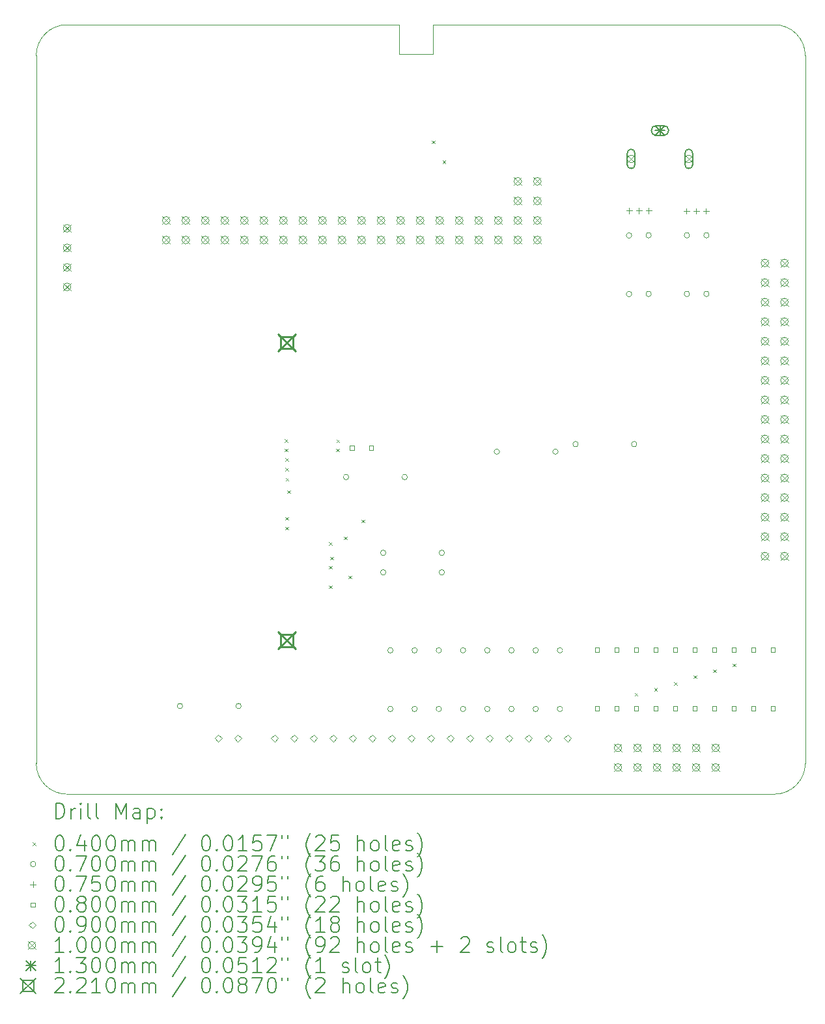
<source format=gbr>
%TF.GenerationSoftware,KiCad,Pcbnew,7.0.5*%
%TF.CreationDate,2023-12-17T09:41:52+13:00*%
%TF.ProjectId,CompactFlash,436f6d70-6163-4744-966c-6173682e6b69,2*%
%TF.SameCoordinates,Original*%
%TF.FileFunction,Drillmap*%
%TF.FilePolarity,Positive*%
%FSLAX45Y45*%
G04 Gerber Fmt 4.5, Leading zero omitted, Abs format (unit mm)*
G04 Created by KiCad (PCBNEW 7.0.5) date 2023-12-17 09:41:52*
%MOMM*%
%LPD*%
G01*
G04 APERTURE LIST*
%ADD10C,0.100000*%
%ADD11C,0.200000*%
%ADD12C,0.040000*%
%ADD13C,0.070000*%
%ADD14C,0.075000*%
%ADD15C,0.080000*%
%ADD16C,0.090000*%
%ADD17C,0.130000*%
%ADD18C,0.221000*%
G04 APERTURE END LIST*
D10*
X15276825Y-4712155D02*
X15276825Y-4331155D01*
X19715228Y-14328298D02*
G75*
G03*
X20115228Y-13928298I-8J400008D01*
G01*
X15276825Y-4331155D02*
X19715228Y-4328298D01*
X10515228Y-4328298D02*
X14832325Y-4331155D01*
X20115228Y-13928298D02*
X20115228Y-4728298D01*
X10515228Y-4328298D02*
G75*
G03*
X10115228Y-4728298I-3J-399997D01*
G01*
X10115228Y-4728298D02*
X10115228Y-13928298D01*
X10515228Y-14328298D02*
X19715228Y-14328298D01*
X14832325Y-4712155D02*
X15276825Y-4712155D01*
X20115222Y-4728298D02*
G75*
G03*
X19715228Y-4328298I-400002J-2D01*
G01*
X10115222Y-13928298D02*
G75*
G03*
X10515228Y-14328298I399998J-2D01*
G01*
X14832325Y-4331155D02*
X14832325Y-4712155D01*
D11*
D12*
X13346745Y-9713735D02*
X13386745Y-9753735D01*
X13386745Y-9713735D02*
X13346745Y-9753735D01*
X13346745Y-9835655D02*
X13386745Y-9875655D01*
X13386745Y-9835655D02*
X13346745Y-9875655D01*
X13351825Y-9962155D02*
X13391825Y-10002155D01*
X13391825Y-9962155D02*
X13351825Y-10002155D01*
X13354365Y-10089155D02*
X13394365Y-10129155D01*
X13394365Y-10089155D02*
X13354365Y-10129155D01*
X13356905Y-10724655D02*
X13396905Y-10764655D01*
X13396905Y-10724655D02*
X13356905Y-10764655D01*
X13356905Y-10851655D02*
X13396905Y-10891655D01*
X13396905Y-10851655D02*
X13356905Y-10891655D01*
X13359445Y-10216655D02*
X13399445Y-10256655D01*
X13399445Y-10216655D02*
X13359445Y-10256655D01*
X13377225Y-10379215D02*
X13417225Y-10419215D01*
X13417225Y-10379215D02*
X13377225Y-10419215D01*
X13923325Y-11052315D02*
X13963325Y-11092315D01*
X13963325Y-11052315D02*
X13923325Y-11092315D01*
X13923325Y-11359655D02*
X13963325Y-11399655D01*
X13963325Y-11359655D02*
X13923325Y-11399655D01*
X13923325Y-11613655D02*
X13963325Y-11653655D01*
X13963325Y-11613655D02*
X13923325Y-11653655D01*
X13938565Y-11241605D02*
X13978565Y-11281605D01*
X13978565Y-11241605D02*
X13938565Y-11281605D01*
X14012225Y-9835655D02*
X14052225Y-9875655D01*
X14052225Y-9835655D02*
X14012225Y-9875655D01*
X14019845Y-9717605D02*
X14059845Y-9757605D01*
X14059845Y-9717605D02*
X14019845Y-9757605D01*
X14113825Y-10978655D02*
X14153825Y-11018655D01*
X14153825Y-10978655D02*
X14113825Y-11018655D01*
X14177325Y-11486655D02*
X14217325Y-11526655D01*
X14217325Y-11486655D02*
X14177325Y-11526655D01*
X14347505Y-10760215D02*
X14387505Y-10800215D01*
X14387505Y-10760215D02*
X14347505Y-10800215D01*
X15256825Y-5832615D02*
X15296825Y-5872615D01*
X15296825Y-5832615D02*
X15256825Y-5872615D01*
X15398235Y-6091695D02*
X15438235Y-6131695D01*
X15438235Y-6091695D02*
X15398235Y-6131695D01*
X17895885Y-13010655D02*
X17935885Y-13050655D01*
X17935885Y-13010655D02*
X17895885Y-13050655D01*
X18149885Y-12947155D02*
X18189885Y-12987155D01*
X18189885Y-12947155D02*
X18149885Y-12987155D01*
X18406425Y-12870955D02*
X18446425Y-12910955D01*
X18446425Y-12870955D02*
X18406425Y-12910955D01*
X18660425Y-12782055D02*
X18700425Y-12822055D01*
X18700425Y-12782055D02*
X18660425Y-12822055D01*
X18914425Y-12705855D02*
X18954425Y-12745855D01*
X18954425Y-12705855D02*
X18914425Y-12745855D01*
X19168425Y-12629655D02*
X19208425Y-12669655D01*
X19208425Y-12629655D02*
X19168425Y-12669655D01*
D13*
X12019985Y-13183055D02*
G75*
G03*
X12019985Y-13183055I-35000J0D01*
G01*
X12781985Y-13183055D02*
G75*
G03*
X12781985Y-13183055I-35000J0D01*
G01*
X14178985Y-10206175D02*
G75*
G03*
X14178985Y-10206175I-35000J0D01*
G01*
X14661585Y-11191695D02*
G75*
G03*
X14661585Y-11191695I-35000J0D01*
G01*
X14661585Y-11445695D02*
G75*
G03*
X14661585Y-11445695I-35000J0D01*
G01*
X14755285Y-12459155D02*
G75*
G03*
X14755285Y-12459155I-35000J0D01*
G01*
X14755285Y-13221155D02*
G75*
G03*
X14755285Y-13221155I-35000J0D01*
G01*
X14940985Y-10206175D02*
G75*
G03*
X14940985Y-10206175I-35000J0D01*
G01*
X15070285Y-12459155D02*
G75*
G03*
X15070285Y-12459155I-35000J0D01*
G01*
X15070285Y-13221155D02*
G75*
G03*
X15070285Y-13221155I-35000J0D01*
G01*
X15385285Y-12459155D02*
G75*
G03*
X15385285Y-12459155I-35000J0D01*
G01*
X15385285Y-13221155D02*
G75*
G03*
X15385285Y-13221155I-35000J0D01*
G01*
X15423585Y-11191695D02*
G75*
G03*
X15423585Y-11191695I-35000J0D01*
G01*
X15423585Y-11445695D02*
G75*
G03*
X15423585Y-11445695I-35000J0D01*
G01*
X15700285Y-12459155D02*
G75*
G03*
X15700285Y-12459155I-35000J0D01*
G01*
X15700285Y-13221155D02*
G75*
G03*
X15700285Y-13221155I-35000J0D01*
G01*
X16015285Y-12459155D02*
G75*
G03*
X16015285Y-12459155I-35000J0D01*
G01*
X16015285Y-13221155D02*
G75*
G03*
X16015285Y-13221155I-35000J0D01*
G01*
X16139865Y-9875975D02*
G75*
G03*
X16139865Y-9875975I-35000J0D01*
G01*
X16330285Y-12459155D02*
G75*
G03*
X16330285Y-12459155I-35000J0D01*
G01*
X16330285Y-13221155D02*
G75*
G03*
X16330285Y-13221155I-35000J0D01*
G01*
X16645285Y-12459155D02*
G75*
G03*
X16645285Y-12459155I-35000J0D01*
G01*
X16645285Y-13221155D02*
G75*
G03*
X16645285Y-13221155I-35000J0D01*
G01*
X16901865Y-9875975D02*
G75*
G03*
X16901865Y-9875975I-35000J0D01*
G01*
X16960285Y-12459155D02*
G75*
G03*
X16960285Y-12459155I-35000J0D01*
G01*
X16960285Y-13221155D02*
G75*
G03*
X16960285Y-13221155I-35000J0D01*
G01*
X17163485Y-9779455D02*
G75*
G03*
X17163485Y-9779455I-35000J0D01*
G01*
X17859445Y-7066735D02*
G75*
G03*
X17859445Y-7066735I-35000J0D01*
G01*
X17859445Y-7828735D02*
G75*
G03*
X17859445Y-7828735I-35000J0D01*
G01*
X17925485Y-9779455D02*
G75*
G03*
X17925485Y-9779455I-35000J0D01*
G01*
X18113445Y-7064195D02*
G75*
G03*
X18113445Y-7064195I-35000J0D01*
G01*
X18113445Y-7826195D02*
G75*
G03*
X18113445Y-7826195I-35000J0D01*
G01*
X18611285Y-7063755D02*
G75*
G03*
X18611285Y-7063755I-35000J0D01*
G01*
X18611285Y-7825755D02*
G75*
G03*
X18611285Y-7825755I-35000J0D01*
G01*
X18865285Y-7063755D02*
G75*
G03*
X18865285Y-7063755I-35000J0D01*
G01*
X18865285Y-7825755D02*
G75*
G03*
X18865285Y-7825755I-35000J0D01*
G01*
D14*
X17824445Y-6706655D02*
X17824445Y-6781655D01*
X17786945Y-6744155D02*
X17861945Y-6744155D01*
X17951445Y-6706655D02*
X17951445Y-6781655D01*
X17913945Y-6744155D02*
X17988945Y-6744155D01*
X18078445Y-6706655D02*
X18078445Y-6781655D01*
X18040945Y-6744155D02*
X18115945Y-6744155D01*
X18571205Y-6711735D02*
X18571205Y-6786735D01*
X18533705Y-6749235D02*
X18608705Y-6749235D01*
X18698205Y-6711735D02*
X18698205Y-6786735D01*
X18660705Y-6749235D02*
X18735705Y-6749235D01*
X18825205Y-6711735D02*
X18825205Y-6786735D01*
X18787705Y-6749235D02*
X18862705Y-6749235D01*
D15*
X14248469Y-9853459D02*
X14248469Y-9796890D01*
X14191900Y-9796890D01*
X14191900Y-9853459D01*
X14248469Y-9853459D01*
X14498469Y-9853459D02*
X14498469Y-9796890D01*
X14441900Y-9796890D01*
X14441900Y-9853459D01*
X14498469Y-9853459D01*
X17436170Y-12479819D02*
X17436170Y-12423250D01*
X17379601Y-12423250D01*
X17379601Y-12479819D01*
X17436170Y-12479819D01*
X17436170Y-13241819D02*
X17436170Y-13185250D01*
X17379601Y-13185250D01*
X17379601Y-13241819D01*
X17436170Y-13241819D01*
X17690170Y-12479819D02*
X17690170Y-12423250D01*
X17633601Y-12423250D01*
X17633601Y-12479819D01*
X17690170Y-12479819D01*
X17690170Y-13241819D02*
X17690170Y-13185250D01*
X17633601Y-13185250D01*
X17633601Y-13241819D01*
X17690170Y-13241819D01*
X17944170Y-12479819D02*
X17944170Y-12423250D01*
X17887601Y-12423250D01*
X17887601Y-12479819D01*
X17944170Y-12479819D01*
X17944170Y-13241819D02*
X17944170Y-13185250D01*
X17887601Y-13185250D01*
X17887601Y-13241819D01*
X17944170Y-13241819D01*
X18198170Y-12479819D02*
X18198170Y-12423250D01*
X18141601Y-12423250D01*
X18141601Y-12479819D01*
X18198170Y-12479819D01*
X18198170Y-13241819D02*
X18198170Y-13185250D01*
X18141601Y-13185250D01*
X18141601Y-13241819D01*
X18198170Y-13241819D01*
X18452170Y-12479819D02*
X18452170Y-12423250D01*
X18395601Y-12423250D01*
X18395601Y-12479819D01*
X18452170Y-12479819D01*
X18452170Y-13241819D02*
X18452170Y-13185250D01*
X18395601Y-13185250D01*
X18395601Y-13241819D01*
X18452170Y-13241819D01*
X18706170Y-12479819D02*
X18706170Y-12423250D01*
X18649601Y-12423250D01*
X18649601Y-12479819D01*
X18706170Y-12479819D01*
X18706170Y-13241819D02*
X18706170Y-13185250D01*
X18649601Y-13185250D01*
X18649601Y-13241819D01*
X18706170Y-13241819D01*
X18960170Y-12479819D02*
X18960170Y-12423250D01*
X18903601Y-12423250D01*
X18903601Y-12479819D01*
X18960170Y-12479819D01*
X18960170Y-13241819D02*
X18960170Y-13185250D01*
X18903601Y-13185250D01*
X18903601Y-13241819D01*
X18960170Y-13241819D01*
X19214170Y-12479819D02*
X19214170Y-12423250D01*
X19157601Y-12423250D01*
X19157601Y-12479819D01*
X19214170Y-12479819D01*
X19214170Y-13241819D02*
X19214170Y-13185250D01*
X19157601Y-13185250D01*
X19157601Y-13241819D01*
X19214170Y-13241819D01*
X19468170Y-12479819D02*
X19468170Y-12423250D01*
X19411601Y-12423250D01*
X19411601Y-12479819D01*
X19468170Y-12479819D01*
X19468170Y-13241819D02*
X19468170Y-13185250D01*
X19411601Y-13185250D01*
X19411601Y-13241819D01*
X19468170Y-13241819D01*
X19722170Y-12479819D02*
X19722170Y-12423250D01*
X19665601Y-12423250D01*
X19665601Y-12479819D01*
X19722170Y-12479819D01*
X19722170Y-13241819D02*
X19722170Y-13185250D01*
X19665601Y-13185250D01*
X19665601Y-13241819D01*
X19722170Y-13241819D01*
D16*
X12484825Y-13646595D02*
X12529825Y-13601595D01*
X12484825Y-13556595D01*
X12439825Y-13601595D01*
X12484825Y-13646595D01*
X12738825Y-13646595D02*
X12783825Y-13601595D01*
X12738825Y-13556595D01*
X12693825Y-13601595D01*
X12738825Y-13646595D01*
X13213805Y-13646595D02*
X13258805Y-13601595D01*
X13213805Y-13556595D01*
X13168805Y-13601595D01*
X13213805Y-13646595D01*
X13467805Y-13646595D02*
X13512805Y-13601595D01*
X13467805Y-13556595D01*
X13422805Y-13601595D01*
X13467805Y-13646595D01*
X13721805Y-13646595D02*
X13766805Y-13601595D01*
X13721805Y-13556595D01*
X13676805Y-13601595D01*
X13721805Y-13646595D01*
X13975805Y-13646595D02*
X14020805Y-13601595D01*
X13975805Y-13556595D01*
X13930805Y-13601595D01*
X13975805Y-13646595D01*
X14229805Y-13646595D02*
X14274805Y-13601595D01*
X14229805Y-13556595D01*
X14184805Y-13601595D01*
X14229805Y-13646595D01*
X14483805Y-13646595D02*
X14528805Y-13601595D01*
X14483805Y-13556595D01*
X14438805Y-13601595D01*
X14483805Y-13646595D01*
X14737805Y-13646595D02*
X14782805Y-13601595D01*
X14737805Y-13556595D01*
X14692805Y-13601595D01*
X14737805Y-13646595D01*
X14991805Y-13646595D02*
X15036805Y-13601595D01*
X14991805Y-13556595D01*
X14946805Y-13601595D01*
X14991805Y-13646595D01*
X15245805Y-13646595D02*
X15290805Y-13601595D01*
X15245805Y-13556595D01*
X15200805Y-13601595D01*
X15245805Y-13646595D01*
X15499805Y-13646595D02*
X15544805Y-13601595D01*
X15499805Y-13556595D01*
X15454805Y-13601595D01*
X15499805Y-13646595D01*
X15753805Y-13646595D02*
X15798805Y-13601595D01*
X15753805Y-13556595D01*
X15708805Y-13601595D01*
X15753805Y-13646595D01*
X16007805Y-13646595D02*
X16052805Y-13601595D01*
X16007805Y-13556595D01*
X15962805Y-13601595D01*
X16007805Y-13646595D01*
X16261805Y-13646595D02*
X16306805Y-13601595D01*
X16261805Y-13556595D01*
X16216805Y-13601595D01*
X16261805Y-13646595D01*
X16515805Y-13646595D02*
X16560805Y-13601595D01*
X16515805Y-13556595D01*
X16470805Y-13601595D01*
X16515805Y-13646595D01*
X16769805Y-13646595D02*
X16814805Y-13601595D01*
X16769805Y-13556595D01*
X16724805Y-13601595D01*
X16769805Y-13646595D01*
X17023805Y-13646595D02*
X17068805Y-13601595D01*
X17023805Y-13556595D01*
X16978805Y-13601595D01*
X17023805Y-13646595D01*
D10*
X10466988Y-6924418D02*
X10566988Y-7024418D01*
X10566988Y-6924418D02*
X10466988Y-7024418D01*
X10566988Y-6974418D02*
G75*
G03*
X10566988Y-6974418I-50000J0D01*
G01*
X10466988Y-7178418D02*
X10566988Y-7278418D01*
X10566988Y-7178418D02*
X10466988Y-7278418D01*
X10566988Y-7228418D02*
G75*
G03*
X10566988Y-7228418I-50000J0D01*
G01*
X10466988Y-7432418D02*
X10566988Y-7532418D01*
X10566988Y-7432418D02*
X10466988Y-7532418D01*
X10566988Y-7482418D02*
G75*
G03*
X10566988Y-7482418I-50000J0D01*
G01*
X10466988Y-7686418D02*
X10566988Y-7786418D01*
X10566988Y-7686418D02*
X10466988Y-7786418D01*
X10566988Y-7736418D02*
G75*
G03*
X10566988Y-7736418I-50000J0D01*
G01*
X11755325Y-6821155D02*
X11855325Y-6921155D01*
X11855325Y-6821155D02*
X11755325Y-6921155D01*
X11855325Y-6871155D02*
G75*
G03*
X11855325Y-6871155I-50000J0D01*
G01*
X11755325Y-7075155D02*
X11855325Y-7175155D01*
X11855325Y-7075155D02*
X11755325Y-7175155D01*
X11855325Y-7125155D02*
G75*
G03*
X11855325Y-7125155I-50000J0D01*
G01*
X12009325Y-6821155D02*
X12109325Y-6921155D01*
X12109325Y-6821155D02*
X12009325Y-6921155D01*
X12109325Y-6871155D02*
G75*
G03*
X12109325Y-6871155I-50000J0D01*
G01*
X12009325Y-7075155D02*
X12109325Y-7175155D01*
X12109325Y-7075155D02*
X12009325Y-7175155D01*
X12109325Y-7125155D02*
G75*
G03*
X12109325Y-7125155I-50000J0D01*
G01*
X12263325Y-6821155D02*
X12363325Y-6921155D01*
X12363325Y-6821155D02*
X12263325Y-6921155D01*
X12363325Y-6871155D02*
G75*
G03*
X12363325Y-6871155I-50000J0D01*
G01*
X12263325Y-7075155D02*
X12363325Y-7175155D01*
X12363325Y-7075155D02*
X12263325Y-7175155D01*
X12363325Y-7125155D02*
G75*
G03*
X12363325Y-7125155I-50000J0D01*
G01*
X12517325Y-6821155D02*
X12617325Y-6921155D01*
X12617325Y-6821155D02*
X12517325Y-6921155D01*
X12617325Y-6871155D02*
G75*
G03*
X12617325Y-6871155I-50000J0D01*
G01*
X12517325Y-7075155D02*
X12617325Y-7175155D01*
X12617325Y-7075155D02*
X12517325Y-7175155D01*
X12617325Y-7125155D02*
G75*
G03*
X12617325Y-7125155I-50000J0D01*
G01*
X12771325Y-6821155D02*
X12871325Y-6921155D01*
X12871325Y-6821155D02*
X12771325Y-6921155D01*
X12871325Y-6871155D02*
G75*
G03*
X12871325Y-6871155I-50000J0D01*
G01*
X12771325Y-7075155D02*
X12871325Y-7175155D01*
X12871325Y-7075155D02*
X12771325Y-7175155D01*
X12871325Y-7125155D02*
G75*
G03*
X12871325Y-7125155I-50000J0D01*
G01*
X13025325Y-6821155D02*
X13125325Y-6921155D01*
X13125325Y-6821155D02*
X13025325Y-6921155D01*
X13125325Y-6871155D02*
G75*
G03*
X13125325Y-6871155I-50000J0D01*
G01*
X13025325Y-7075155D02*
X13125325Y-7175155D01*
X13125325Y-7075155D02*
X13025325Y-7175155D01*
X13125325Y-7125155D02*
G75*
G03*
X13125325Y-7125155I-50000J0D01*
G01*
X13279325Y-6821155D02*
X13379325Y-6921155D01*
X13379325Y-6821155D02*
X13279325Y-6921155D01*
X13379325Y-6871155D02*
G75*
G03*
X13379325Y-6871155I-50000J0D01*
G01*
X13279325Y-7075155D02*
X13379325Y-7175155D01*
X13379325Y-7075155D02*
X13279325Y-7175155D01*
X13379325Y-7125155D02*
G75*
G03*
X13379325Y-7125155I-50000J0D01*
G01*
X13533325Y-6821155D02*
X13633325Y-6921155D01*
X13633325Y-6821155D02*
X13533325Y-6921155D01*
X13633325Y-6871155D02*
G75*
G03*
X13633325Y-6871155I-50000J0D01*
G01*
X13533325Y-7075155D02*
X13633325Y-7175155D01*
X13633325Y-7075155D02*
X13533325Y-7175155D01*
X13633325Y-7125155D02*
G75*
G03*
X13633325Y-7125155I-50000J0D01*
G01*
X13787325Y-6821155D02*
X13887325Y-6921155D01*
X13887325Y-6821155D02*
X13787325Y-6921155D01*
X13887325Y-6871155D02*
G75*
G03*
X13887325Y-6871155I-50000J0D01*
G01*
X13787325Y-7075155D02*
X13887325Y-7175155D01*
X13887325Y-7075155D02*
X13787325Y-7175155D01*
X13887325Y-7125155D02*
G75*
G03*
X13887325Y-7125155I-50000J0D01*
G01*
X14041325Y-6821155D02*
X14141325Y-6921155D01*
X14141325Y-6821155D02*
X14041325Y-6921155D01*
X14141325Y-6871155D02*
G75*
G03*
X14141325Y-6871155I-50000J0D01*
G01*
X14041325Y-7075155D02*
X14141325Y-7175155D01*
X14141325Y-7075155D02*
X14041325Y-7175155D01*
X14141325Y-7125155D02*
G75*
G03*
X14141325Y-7125155I-50000J0D01*
G01*
X14295325Y-6821155D02*
X14395325Y-6921155D01*
X14395325Y-6821155D02*
X14295325Y-6921155D01*
X14395325Y-6871155D02*
G75*
G03*
X14395325Y-6871155I-50000J0D01*
G01*
X14295325Y-7075155D02*
X14395325Y-7175155D01*
X14395325Y-7075155D02*
X14295325Y-7175155D01*
X14395325Y-7125155D02*
G75*
G03*
X14395325Y-7125155I-50000J0D01*
G01*
X14549325Y-6821155D02*
X14649325Y-6921155D01*
X14649325Y-6821155D02*
X14549325Y-6921155D01*
X14649325Y-6871155D02*
G75*
G03*
X14649325Y-6871155I-50000J0D01*
G01*
X14549325Y-7075155D02*
X14649325Y-7175155D01*
X14649325Y-7075155D02*
X14549325Y-7175155D01*
X14649325Y-7125155D02*
G75*
G03*
X14649325Y-7125155I-50000J0D01*
G01*
X14803325Y-6821155D02*
X14903325Y-6921155D01*
X14903325Y-6821155D02*
X14803325Y-6921155D01*
X14903325Y-6871155D02*
G75*
G03*
X14903325Y-6871155I-50000J0D01*
G01*
X14803325Y-7075155D02*
X14903325Y-7175155D01*
X14903325Y-7075155D02*
X14803325Y-7175155D01*
X14903325Y-7125155D02*
G75*
G03*
X14903325Y-7125155I-50000J0D01*
G01*
X15057325Y-6821155D02*
X15157325Y-6921155D01*
X15157325Y-6821155D02*
X15057325Y-6921155D01*
X15157325Y-6871155D02*
G75*
G03*
X15157325Y-6871155I-50000J0D01*
G01*
X15057325Y-7075155D02*
X15157325Y-7175155D01*
X15157325Y-7075155D02*
X15057325Y-7175155D01*
X15157325Y-7125155D02*
G75*
G03*
X15157325Y-7125155I-50000J0D01*
G01*
X15311325Y-6821155D02*
X15411325Y-6921155D01*
X15411325Y-6821155D02*
X15311325Y-6921155D01*
X15411325Y-6871155D02*
G75*
G03*
X15411325Y-6871155I-50000J0D01*
G01*
X15311325Y-7075155D02*
X15411325Y-7175155D01*
X15411325Y-7075155D02*
X15311325Y-7175155D01*
X15411325Y-7125155D02*
G75*
G03*
X15411325Y-7125155I-50000J0D01*
G01*
X15565325Y-6821155D02*
X15665325Y-6921155D01*
X15665325Y-6821155D02*
X15565325Y-6921155D01*
X15665325Y-6871155D02*
G75*
G03*
X15665325Y-6871155I-50000J0D01*
G01*
X15565325Y-7075155D02*
X15665325Y-7175155D01*
X15665325Y-7075155D02*
X15565325Y-7175155D01*
X15665325Y-7125155D02*
G75*
G03*
X15665325Y-7125155I-50000J0D01*
G01*
X15819325Y-6821155D02*
X15919325Y-6921155D01*
X15919325Y-6821155D02*
X15819325Y-6921155D01*
X15919325Y-6871155D02*
G75*
G03*
X15919325Y-6871155I-50000J0D01*
G01*
X15819325Y-7075155D02*
X15919325Y-7175155D01*
X15919325Y-7075155D02*
X15819325Y-7175155D01*
X15919325Y-7125155D02*
G75*
G03*
X15919325Y-7125155I-50000J0D01*
G01*
X16073325Y-6821155D02*
X16173325Y-6921155D01*
X16173325Y-6821155D02*
X16073325Y-6921155D01*
X16173325Y-6871155D02*
G75*
G03*
X16173325Y-6871155I-50000J0D01*
G01*
X16073325Y-7075155D02*
X16173325Y-7175155D01*
X16173325Y-7075155D02*
X16073325Y-7175155D01*
X16173325Y-7125155D02*
G75*
G03*
X16173325Y-7125155I-50000J0D01*
G01*
X16327325Y-6313155D02*
X16427325Y-6413155D01*
X16427325Y-6313155D02*
X16327325Y-6413155D01*
X16427325Y-6363155D02*
G75*
G03*
X16427325Y-6363155I-50000J0D01*
G01*
X16327325Y-6567155D02*
X16427325Y-6667155D01*
X16427325Y-6567155D02*
X16327325Y-6667155D01*
X16427325Y-6617155D02*
G75*
G03*
X16427325Y-6617155I-50000J0D01*
G01*
X16327325Y-6821155D02*
X16427325Y-6921155D01*
X16427325Y-6821155D02*
X16327325Y-6921155D01*
X16427325Y-6871155D02*
G75*
G03*
X16427325Y-6871155I-50000J0D01*
G01*
X16327325Y-7075155D02*
X16427325Y-7175155D01*
X16427325Y-7075155D02*
X16327325Y-7175155D01*
X16427325Y-7125155D02*
G75*
G03*
X16427325Y-7125155I-50000J0D01*
G01*
X16581325Y-6313155D02*
X16681325Y-6413155D01*
X16681325Y-6313155D02*
X16581325Y-6413155D01*
X16681325Y-6363155D02*
G75*
G03*
X16681325Y-6363155I-50000J0D01*
G01*
X16581325Y-6567155D02*
X16681325Y-6667155D01*
X16681325Y-6567155D02*
X16581325Y-6667155D01*
X16681325Y-6617155D02*
G75*
G03*
X16681325Y-6617155I-50000J0D01*
G01*
X16581325Y-6821155D02*
X16681325Y-6921155D01*
X16681325Y-6821155D02*
X16581325Y-6921155D01*
X16681325Y-6871155D02*
G75*
G03*
X16681325Y-6871155I-50000J0D01*
G01*
X16581325Y-7075155D02*
X16681325Y-7175155D01*
X16681325Y-7075155D02*
X16581325Y-7175155D01*
X16681325Y-7125155D02*
G75*
G03*
X16681325Y-7125155I-50000J0D01*
G01*
X17630228Y-13676798D02*
X17730228Y-13776798D01*
X17730228Y-13676798D02*
X17630228Y-13776798D01*
X17730228Y-13726798D02*
G75*
G03*
X17730228Y-13726798I-50000J0D01*
G01*
X17630228Y-13930798D02*
X17730228Y-14030798D01*
X17730228Y-13930798D02*
X17630228Y-14030798D01*
X17730228Y-13980798D02*
G75*
G03*
X17730228Y-13980798I-50000J0D01*
G01*
X17800888Y-6022018D02*
X17900888Y-6122018D01*
X17900888Y-6022018D02*
X17800888Y-6122018D01*
X17900888Y-6072018D02*
G75*
G03*
X17900888Y-6072018I-50000J0D01*
G01*
D11*
X17900888Y-6147018D02*
X17900888Y-5997018D01*
X17900888Y-5997018D02*
G75*
G03*
X17800888Y-5997018I-50000J0D01*
G01*
X17800888Y-5997018D02*
X17800888Y-6147018D01*
X17800888Y-6147018D02*
G75*
G03*
X17900888Y-6147018I50000J0D01*
G01*
D10*
X17884228Y-13676798D02*
X17984228Y-13776798D01*
X17984228Y-13676798D02*
X17884228Y-13776798D01*
X17984228Y-13726798D02*
G75*
G03*
X17984228Y-13726798I-50000J0D01*
G01*
X17884228Y-13930798D02*
X17984228Y-14030798D01*
X17984228Y-13930798D02*
X17884228Y-14030798D01*
X17984228Y-13980798D02*
G75*
G03*
X17984228Y-13980798I-50000J0D01*
G01*
X18138228Y-13676798D02*
X18238228Y-13776798D01*
X18238228Y-13676798D02*
X18138228Y-13776798D01*
X18238228Y-13726798D02*
G75*
G03*
X18238228Y-13726798I-50000J0D01*
G01*
X18138228Y-13930798D02*
X18238228Y-14030798D01*
X18238228Y-13930798D02*
X18138228Y-14030798D01*
X18238228Y-13980798D02*
G75*
G03*
X18238228Y-13980798I-50000J0D01*
G01*
X18392228Y-13676798D02*
X18492228Y-13776798D01*
X18492228Y-13676798D02*
X18392228Y-13776798D01*
X18492228Y-13726798D02*
G75*
G03*
X18492228Y-13726798I-50000J0D01*
G01*
X18392228Y-13930798D02*
X18492228Y-14030798D01*
X18492228Y-13930798D02*
X18392228Y-14030798D01*
X18492228Y-13980798D02*
G75*
G03*
X18492228Y-13980798I-50000J0D01*
G01*
X18550888Y-6022018D02*
X18650888Y-6122018D01*
X18650888Y-6022018D02*
X18550888Y-6122018D01*
X18650888Y-6072018D02*
G75*
G03*
X18650888Y-6072018I-50000J0D01*
G01*
D11*
X18650888Y-6147018D02*
X18650888Y-5997018D01*
X18650888Y-5997018D02*
G75*
G03*
X18550888Y-5997018I-50000J0D01*
G01*
X18550888Y-5997018D02*
X18550888Y-6147018D01*
X18550888Y-6147018D02*
G75*
G03*
X18650888Y-6147018I50000J0D01*
G01*
D10*
X18646228Y-13676798D02*
X18746228Y-13776798D01*
X18746228Y-13676798D02*
X18646228Y-13776798D01*
X18746228Y-13726798D02*
G75*
G03*
X18746228Y-13726798I-50000J0D01*
G01*
X18646228Y-13930798D02*
X18746228Y-14030798D01*
X18746228Y-13930798D02*
X18646228Y-14030798D01*
X18746228Y-13980798D02*
G75*
G03*
X18746228Y-13980798I-50000J0D01*
G01*
X18900228Y-13676798D02*
X19000228Y-13776798D01*
X19000228Y-13676798D02*
X18900228Y-13776798D01*
X19000228Y-13726798D02*
G75*
G03*
X19000228Y-13726798I-50000J0D01*
G01*
X18900228Y-13930798D02*
X19000228Y-14030798D01*
X19000228Y-13930798D02*
X18900228Y-14030798D01*
X19000228Y-13980798D02*
G75*
G03*
X19000228Y-13980798I-50000J0D01*
G01*
X19539868Y-7374138D02*
X19639868Y-7474138D01*
X19639868Y-7374138D02*
X19539868Y-7474138D01*
X19639868Y-7424138D02*
G75*
G03*
X19639868Y-7424138I-50000J0D01*
G01*
X19539868Y-7628138D02*
X19639868Y-7728138D01*
X19639868Y-7628138D02*
X19539868Y-7728138D01*
X19639868Y-7678138D02*
G75*
G03*
X19639868Y-7678138I-50000J0D01*
G01*
X19539868Y-7882138D02*
X19639868Y-7982138D01*
X19639868Y-7882138D02*
X19539868Y-7982138D01*
X19639868Y-7932138D02*
G75*
G03*
X19639868Y-7932138I-50000J0D01*
G01*
X19539868Y-8136138D02*
X19639868Y-8236138D01*
X19639868Y-8136138D02*
X19539868Y-8236138D01*
X19639868Y-8186138D02*
G75*
G03*
X19639868Y-8186138I-50000J0D01*
G01*
X19539868Y-8390138D02*
X19639868Y-8490138D01*
X19639868Y-8390138D02*
X19539868Y-8490138D01*
X19639868Y-8440138D02*
G75*
G03*
X19639868Y-8440138I-50000J0D01*
G01*
X19539868Y-8644138D02*
X19639868Y-8744138D01*
X19639868Y-8644138D02*
X19539868Y-8744138D01*
X19639868Y-8694138D02*
G75*
G03*
X19639868Y-8694138I-50000J0D01*
G01*
X19539868Y-8898138D02*
X19639868Y-8998138D01*
X19639868Y-8898138D02*
X19539868Y-8998138D01*
X19639868Y-8948138D02*
G75*
G03*
X19639868Y-8948138I-50000J0D01*
G01*
X19539868Y-9152138D02*
X19639868Y-9252138D01*
X19639868Y-9152138D02*
X19539868Y-9252138D01*
X19639868Y-9202138D02*
G75*
G03*
X19639868Y-9202138I-50000J0D01*
G01*
X19539868Y-9406138D02*
X19639868Y-9506138D01*
X19639868Y-9406138D02*
X19539868Y-9506138D01*
X19639868Y-9456138D02*
G75*
G03*
X19639868Y-9456138I-50000J0D01*
G01*
X19539868Y-9660138D02*
X19639868Y-9760138D01*
X19639868Y-9660138D02*
X19539868Y-9760138D01*
X19639868Y-9710138D02*
G75*
G03*
X19639868Y-9710138I-50000J0D01*
G01*
X19539868Y-9914138D02*
X19639868Y-10014138D01*
X19639868Y-9914138D02*
X19539868Y-10014138D01*
X19639868Y-9964138D02*
G75*
G03*
X19639868Y-9964138I-50000J0D01*
G01*
X19539868Y-10168138D02*
X19639868Y-10268138D01*
X19639868Y-10168138D02*
X19539868Y-10268138D01*
X19639868Y-10218138D02*
G75*
G03*
X19639868Y-10218138I-50000J0D01*
G01*
X19539868Y-10422138D02*
X19639868Y-10522138D01*
X19639868Y-10422138D02*
X19539868Y-10522138D01*
X19639868Y-10472138D02*
G75*
G03*
X19639868Y-10472138I-50000J0D01*
G01*
X19539868Y-10676138D02*
X19639868Y-10776138D01*
X19639868Y-10676138D02*
X19539868Y-10776138D01*
X19639868Y-10726138D02*
G75*
G03*
X19639868Y-10726138I-50000J0D01*
G01*
X19539868Y-10930138D02*
X19639868Y-11030138D01*
X19639868Y-10930138D02*
X19539868Y-11030138D01*
X19639868Y-10980138D02*
G75*
G03*
X19639868Y-10980138I-50000J0D01*
G01*
X19539868Y-11184138D02*
X19639868Y-11284138D01*
X19639868Y-11184138D02*
X19539868Y-11284138D01*
X19639868Y-11234138D02*
G75*
G03*
X19639868Y-11234138I-50000J0D01*
G01*
X19793868Y-7374138D02*
X19893868Y-7474138D01*
X19893868Y-7374138D02*
X19793868Y-7474138D01*
X19893868Y-7424138D02*
G75*
G03*
X19893868Y-7424138I-50000J0D01*
G01*
X19793868Y-7628138D02*
X19893868Y-7728138D01*
X19893868Y-7628138D02*
X19793868Y-7728138D01*
X19893868Y-7678138D02*
G75*
G03*
X19893868Y-7678138I-50000J0D01*
G01*
X19793868Y-7882138D02*
X19893868Y-7982138D01*
X19893868Y-7882138D02*
X19793868Y-7982138D01*
X19893868Y-7932138D02*
G75*
G03*
X19893868Y-7932138I-50000J0D01*
G01*
X19793868Y-8136138D02*
X19893868Y-8236138D01*
X19893868Y-8136138D02*
X19793868Y-8236138D01*
X19893868Y-8186138D02*
G75*
G03*
X19893868Y-8186138I-50000J0D01*
G01*
X19793868Y-8390138D02*
X19893868Y-8490138D01*
X19893868Y-8390138D02*
X19793868Y-8490138D01*
X19893868Y-8440138D02*
G75*
G03*
X19893868Y-8440138I-50000J0D01*
G01*
X19793868Y-8644138D02*
X19893868Y-8744138D01*
X19893868Y-8644138D02*
X19793868Y-8744138D01*
X19893868Y-8694138D02*
G75*
G03*
X19893868Y-8694138I-50000J0D01*
G01*
X19793868Y-8898138D02*
X19893868Y-8998138D01*
X19893868Y-8898138D02*
X19793868Y-8998138D01*
X19893868Y-8948138D02*
G75*
G03*
X19893868Y-8948138I-50000J0D01*
G01*
X19793868Y-9152138D02*
X19893868Y-9252138D01*
X19893868Y-9152138D02*
X19793868Y-9252138D01*
X19893868Y-9202138D02*
G75*
G03*
X19893868Y-9202138I-50000J0D01*
G01*
X19793868Y-9406138D02*
X19893868Y-9506138D01*
X19893868Y-9406138D02*
X19793868Y-9506138D01*
X19893868Y-9456138D02*
G75*
G03*
X19893868Y-9456138I-50000J0D01*
G01*
X19793868Y-9660138D02*
X19893868Y-9760138D01*
X19893868Y-9660138D02*
X19793868Y-9760138D01*
X19893868Y-9710138D02*
G75*
G03*
X19893868Y-9710138I-50000J0D01*
G01*
X19793868Y-9914138D02*
X19893868Y-10014138D01*
X19893868Y-9914138D02*
X19793868Y-10014138D01*
X19893868Y-9964138D02*
G75*
G03*
X19893868Y-9964138I-50000J0D01*
G01*
X19793868Y-10168138D02*
X19893868Y-10268138D01*
X19893868Y-10168138D02*
X19793868Y-10268138D01*
X19893868Y-10218138D02*
G75*
G03*
X19893868Y-10218138I-50000J0D01*
G01*
X19793868Y-10422138D02*
X19893868Y-10522138D01*
X19893868Y-10422138D02*
X19793868Y-10522138D01*
X19893868Y-10472138D02*
G75*
G03*
X19893868Y-10472138I-50000J0D01*
G01*
X19793868Y-10676138D02*
X19893868Y-10776138D01*
X19893868Y-10676138D02*
X19793868Y-10776138D01*
X19893868Y-10726138D02*
G75*
G03*
X19893868Y-10726138I-50000J0D01*
G01*
X19793868Y-10930138D02*
X19893868Y-11030138D01*
X19893868Y-10930138D02*
X19793868Y-11030138D01*
X19893868Y-10980138D02*
G75*
G03*
X19893868Y-10980138I-50000J0D01*
G01*
X19793868Y-11184138D02*
X19893868Y-11284138D01*
X19893868Y-11184138D02*
X19793868Y-11284138D01*
X19893868Y-11234138D02*
G75*
G03*
X19893868Y-11234138I-50000J0D01*
G01*
D17*
X18160888Y-5637018D02*
X18290888Y-5767018D01*
X18290888Y-5637018D02*
X18160888Y-5767018D01*
X18225888Y-5637018D02*
X18225888Y-5767018D01*
X18160888Y-5702018D02*
X18290888Y-5702018D01*
D11*
X18273388Y-5637018D02*
X18178388Y-5637018D01*
X18178388Y-5637018D02*
G75*
G03*
X18178388Y-5767018I0J-65000D01*
G01*
X18178388Y-5767018D02*
X18273388Y-5767018D01*
X18273388Y-5767018D02*
G75*
G03*
X18273388Y-5637018I0J65000D01*
G01*
D18*
X13264075Y-8347655D02*
X13485075Y-8568655D01*
X13485075Y-8347655D02*
X13264075Y-8568655D01*
X13452711Y-8536291D02*
X13452711Y-8380019D01*
X13296439Y-8380019D01*
X13296439Y-8536291D01*
X13452711Y-8536291D01*
X13264075Y-12221655D02*
X13485075Y-12442655D01*
X13485075Y-12221655D02*
X13264075Y-12442655D01*
X13452711Y-12410291D02*
X13452711Y-12254019D01*
X13296439Y-12254019D01*
X13296439Y-12410291D01*
X13452711Y-12410291D01*
D11*
X10370999Y-14644781D02*
X10370999Y-14444781D01*
X10370999Y-14444781D02*
X10418618Y-14444781D01*
X10418618Y-14444781D02*
X10447190Y-14454305D01*
X10447190Y-14454305D02*
X10466237Y-14473353D01*
X10466237Y-14473353D02*
X10475761Y-14492400D01*
X10475761Y-14492400D02*
X10485285Y-14530496D01*
X10485285Y-14530496D02*
X10485285Y-14559067D01*
X10485285Y-14559067D02*
X10475761Y-14597162D01*
X10475761Y-14597162D02*
X10466237Y-14616210D01*
X10466237Y-14616210D02*
X10447190Y-14635258D01*
X10447190Y-14635258D02*
X10418618Y-14644781D01*
X10418618Y-14644781D02*
X10370999Y-14644781D01*
X10570999Y-14644781D02*
X10570999Y-14511448D01*
X10570999Y-14549543D02*
X10580523Y-14530496D01*
X10580523Y-14530496D02*
X10590047Y-14520972D01*
X10590047Y-14520972D02*
X10609094Y-14511448D01*
X10609094Y-14511448D02*
X10628142Y-14511448D01*
X10694809Y-14644781D02*
X10694809Y-14511448D01*
X10694809Y-14444781D02*
X10685285Y-14454305D01*
X10685285Y-14454305D02*
X10694809Y-14463829D01*
X10694809Y-14463829D02*
X10704333Y-14454305D01*
X10704333Y-14454305D02*
X10694809Y-14444781D01*
X10694809Y-14444781D02*
X10694809Y-14463829D01*
X10818618Y-14644781D02*
X10799571Y-14635258D01*
X10799571Y-14635258D02*
X10790047Y-14616210D01*
X10790047Y-14616210D02*
X10790047Y-14444781D01*
X10923380Y-14644781D02*
X10904333Y-14635258D01*
X10904333Y-14635258D02*
X10894809Y-14616210D01*
X10894809Y-14616210D02*
X10894809Y-14444781D01*
X11151952Y-14644781D02*
X11151952Y-14444781D01*
X11151952Y-14444781D02*
X11218618Y-14587638D01*
X11218618Y-14587638D02*
X11285285Y-14444781D01*
X11285285Y-14444781D02*
X11285285Y-14644781D01*
X11466237Y-14644781D02*
X11466237Y-14540019D01*
X11466237Y-14540019D02*
X11456713Y-14520972D01*
X11456713Y-14520972D02*
X11437666Y-14511448D01*
X11437666Y-14511448D02*
X11399571Y-14511448D01*
X11399571Y-14511448D02*
X11380523Y-14520972D01*
X11466237Y-14635258D02*
X11447190Y-14644781D01*
X11447190Y-14644781D02*
X11399571Y-14644781D01*
X11399571Y-14644781D02*
X11380523Y-14635258D01*
X11380523Y-14635258D02*
X11370999Y-14616210D01*
X11370999Y-14616210D02*
X11370999Y-14597162D01*
X11370999Y-14597162D02*
X11380523Y-14578115D01*
X11380523Y-14578115D02*
X11399571Y-14568591D01*
X11399571Y-14568591D02*
X11447190Y-14568591D01*
X11447190Y-14568591D02*
X11466237Y-14559067D01*
X11561475Y-14511448D02*
X11561475Y-14711448D01*
X11561475Y-14520972D02*
X11580523Y-14511448D01*
X11580523Y-14511448D02*
X11618618Y-14511448D01*
X11618618Y-14511448D02*
X11637666Y-14520972D01*
X11637666Y-14520972D02*
X11647190Y-14530496D01*
X11647190Y-14530496D02*
X11656713Y-14549543D01*
X11656713Y-14549543D02*
X11656713Y-14606686D01*
X11656713Y-14606686D02*
X11647190Y-14625734D01*
X11647190Y-14625734D02*
X11637666Y-14635258D01*
X11637666Y-14635258D02*
X11618618Y-14644781D01*
X11618618Y-14644781D02*
X11580523Y-14644781D01*
X11580523Y-14644781D02*
X11561475Y-14635258D01*
X11742428Y-14625734D02*
X11751952Y-14635258D01*
X11751952Y-14635258D02*
X11742428Y-14644781D01*
X11742428Y-14644781D02*
X11732904Y-14635258D01*
X11732904Y-14635258D02*
X11742428Y-14625734D01*
X11742428Y-14625734D02*
X11742428Y-14644781D01*
X11742428Y-14520972D02*
X11751952Y-14530496D01*
X11751952Y-14530496D02*
X11742428Y-14540019D01*
X11742428Y-14540019D02*
X11732904Y-14530496D01*
X11732904Y-14530496D02*
X11742428Y-14520972D01*
X11742428Y-14520972D02*
X11742428Y-14540019D01*
D12*
X10070222Y-14953298D02*
X10110222Y-14993298D01*
X10110222Y-14953298D02*
X10070222Y-14993298D01*
D11*
X10409094Y-14864781D02*
X10428142Y-14864781D01*
X10428142Y-14864781D02*
X10447190Y-14874305D01*
X10447190Y-14874305D02*
X10456714Y-14883829D01*
X10456714Y-14883829D02*
X10466237Y-14902877D01*
X10466237Y-14902877D02*
X10475761Y-14940972D01*
X10475761Y-14940972D02*
X10475761Y-14988591D01*
X10475761Y-14988591D02*
X10466237Y-15026686D01*
X10466237Y-15026686D02*
X10456714Y-15045734D01*
X10456714Y-15045734D02*
X10447190Y-15055258D01*
X10447190Y-15055258D02*
X10428142Y-15064781D01*
X10428142Y-15064781D02*
X10409094Y-15064781D01*
X10409094Y-15064781D02*
X10390047Y-15055258D01*
X10390047Y-15055258D02*
X10380523Y-15045734D01*
X10380523Y-15045734D02*
X10370999Y-15026686D01*
X10370999Y-15026686D02*
X10361475Y-14988591D01*
X10361475Y-14988591D02*
X10361475Y-14940972D01*
X10361475Y-14940972D02*
X10370999Y-14902877D01*
X10370999Y-14902877D02*
X10380523Y-14883829D01*
X10380523Y-14883829D02*
X10390047Y-14874305D01*
X10390047Y-14874305D02*
X10409094Y-14864781D01*
X10561475Y-15045734D02*
X10570999Y-15055258D01*
X10570999Y-15055258D02*
X10561475Y-15064781D01*
X10561475Y-15064781D02*
X10551952Y-15055258D01*
X10551952Y-15055258D02*
X10561475Y-15045734D01*
X10561475Y-15045734D02*
X10561475Y-15064781D01*
X10742428Y-14931448D02*
X10742428Y-15064781D01*
X10694809Y-14855258D02*
X10647190Y-14998115D01*
X10647190Y-14998115D02*
X10770999Y-14998115D01*
X10885285Y-14864781D02*
X10904333Y-14864781D01*
X10904333Y-14864781D02*
X10923380Y-14874305D01*
X10923380Y-14874305D02*
X10932904Y-14883829D01*
X10932904Y-14883829D02*
X10942428Y-14902877D01*
X10942428Y-14902877D02*
X10951952Y-14940972D01*
X10951952Y-14940972D02*
X10951952Y-14988591D01*
X10951952Y-14988591D02*
X10942428Y-15026686D01*
X10942428Y-15026686D02*
X10932904Y-15045734D01*
X10932904Y-15045734D02*
X10923380Y-15055258D01*
X10923380Y-15055258D02*
X10904333Y-15064781D01*
X10904333Y-15064781D02*
X10885285Y-15064781D01*
X10885285Y-15064781D02*
X10866237Y-15055258D01*
X10866237Y-15055258D02*
X10856714Y-15045734D01*
X10856714Y-15045734D02*
X10847190Y-15026686D01*
X10847190Y-15026686D02*
X10837666Y-14988591D01*
X10837666Y-14988591D02*
X10837666Y-14940972D01*
X10837666Y-14940972D02*
X10847190Y-14902877D01*
X10847190Y-14902877D02*
X10856714Y-14883829D01*
X10856714Y-14883829D02*
X10866237Y-14874305D01*
X10866237Y-14874305D02*
X10885285Y-14864781D01*
X11075761Y-14864781D02*
X11094809Y-14864781D01*
X11094809Y-14864781D02*
X11113856Y-14874305D01*
X11113856Y-14874305D02*
X11123380Y-14883829D01*
X11123380Y-14883829D02*
X11132904Y-14902877D01*
X11132904Y-14902877D02*
X11142428Y-14940972D01*
X11142428Y-14940972D02*
X11142428Y-14988591D01*
X11142428Y-14988591D02*
X11132904Y-15026686D01*
X11132904Y-15026686D02*
X11123380Y-15045734D01*
X11123380Y-15045734D02*
X11113856Y-15055258D01*
X11113856Y-15055258D02*
X11094809Y-15064781D01*
X11094809Y-15064781D02*
X11075761Y-15064781D01*
X11075761Y-15064781D02*
X11056714Y-15055258D01*
X11056714Y-15055258D02*
X11047190Y-15045734D01*
X11047190Y-15045734D02*
X11037666Y-15026686D01*
X11037666Y-15026686D02*
X11028142Y-14988591D01*
X11028142Y-14988591D02*
X11028142Y-14940972D01*
X11028142Y-14940972D02*
X11037666Y-14902877D01*
X11037666Y-14902877D02*
X11047190Y-14883829D01*
X11047190Y-14883829D02*
X11056714Y-14874305D01*
X11056714Y-14874305D02*
X11075761Y-14864781D01*
X11228142Y-15064781D02*
X11228142Y-14931448D01*
X11228142Y-14950496D02*
X11237666Y-14940972D01*
X11237666Y-14940972D02*
X11256713Y-14931448D01*
X11256713Y-14931448D02*
X11285285Y-14931448D01*
X11285285Y-14931448D02*
X11304333Y-14940972D01*
X11304333Y-14940972D02*
X11313856Y-14960019D01*
X11313856Y-14960019D02*
X11313856Y-15064781D01*
X11313856Y-14960019D02*
X11323380Y-14940972D01*
X11323380Y-14940972D02*
X11342428Y-14931448D01*
X11342428Y-14931448D02*
X11370999Y-14931448D01*
X11370999Y-14931448D02*
X11390047Y-14940972D01*
X11390047Y-14940972D02*
X11399571Y-14960019D01*
X11399571Y-14960019D02*
X11399571Y-15064781D01*
X11494809Y-15064781D02*
X11494809Y-14931448D01*
X11494809Y-14950496D02*
X11504333Y-14940972D01*
X11504333Y-14940972D02*
X11523380Y-14931448D01*
X11523380Y-14931448D02*
X11551952Y-14931448D01*
X11551952Y-14931448D02*
X11570999Y-14940972D01*
X11570999Y-14940972D02*
X11580523Y-14960019D01*
X11580523Y-14960019D02*
X11580523Y-15064781D01*
X11580523Y-14960019D02*
X11590047Y-14940972D01*
X11590047Y-14940972D02*
X11609094Y-14931448D01*
X11609094Y-14931448D02*
X11637666Y-14931448D01*
X11637666Y-14931448D02*
X11656714Y-14940972D01*
X11656714Y-14940972D02*
X11666237Y-14960019D01*
X11666237Y-14960019D02*
X11666237Y-15064781D01*
X12056714Y-14855258D02*
X11885285Y-15112400D01*
X12313856Y-14864781D02*
X12332904Y-14864781D01*
X12332904Y-14864781D02*
X12351952Y-14874305D01*
X12351952Y-14874305D02*
X12361476Y-14883829D01*
X12361476Y-14883829D02*
X12370999Y-14902877D01*
X12370999Y-14902877D02*
X12380523Y-14940972D01*
X12380523Y-14940972D02*
X12380523Y-14988591D01*
X12380523Y-14988591D02*
X12370999Y-15026686D01*
X12370999Y-15026686D02*
X12361476Y-15045734D01*
X12361476Y-15045734D02*
X12351952Y-15055258D01*
X12351952Y-15055258D02*
X12332904Y-15064781D01*
X12332904Y-15064781D02*
X12313856Y-15064781D01*
X12313856Y-15064781D02*
X12294809Y-15055258D01*
X12294809Y-15055258D02*
X12285285Y-15045734D01*
X12285285Y-15045734D02*
X12275761Y-15026686D01*
X12275761Y-15026686D02*
X12266237Y-14988591D01*
X12266237Y-14988591D02*
X12266237Y-14940972D01*
X12266237Y-14940972D02*
X12275761Y-14902877D01*
X12275761Y-14902877D02*
X12285285Y-14883829D01*
X12285285Y-14883829D02*
X12294809Y-14874305D01*
X12294809Y-14874305D02*
X12313856Y-14864781D01*
X12466237Y-15045734D02*
X12475761Y-15055258D01*
X12475761Y-15055258D02*
X12466237Y-15064781D01*
X12466237Y-15064781D02*
X12456714Y-15055258D01*
X12456714Y-15055258D02*
X12466237Y-15045734D01*
X12466237Y-15045734D02*
X12466237Y-15064781D01*
X12599571Y-14864781D02*
X12618618Y-14864781D01*
X12618618Y-14864781D02*
X12637666Y-14874305D01*
X12637666Y-14874305D02*
X12647190Y-14883829D01*
X12647190Y-14883829D02*
X12656714Y-14902877D01*
X12656714Y-14902877D02*
X12666237Y-14940972D01*
X12666237Y-14940972D02*
X12666237Y-14988591D01*
X12666237Y-14988591D02*
X12656714Y-15026686D01*
X12656714Y-15026686D02*
X12647190Y-15045734D01*
X12647190Y-15045734D02*
X12637666Y-15055258D01*
X12637666Y-15055258D02*
X12618618Y-15064781D01*
X12618618Y-15064781D02*
X12599571Y-15064781D01*
X12599571Y-15064781D02*
X12580523Y-15055258D01*
X12580523Y-15055258D02*
X12570999Y-15045734D01*
X12570999Y-15045734D02*
X12561476Y-15026686D01*
X12561476Y-15026686D02*
X12551952Y-14988591D01*
X12551952Y-14988591D02*
X12551952Y-14940972D01*
X12551952Y-14940972D02*
X12561476Y-14902877D01*
X12561476Y-14902877D02*
X12570999Y-14883829D01*
X12570999Y-14883829D02*
X12580523Y-14874305D01*
X12580523Y-14874305D02*
X12599571Y-14864781D01*
X12856714Y-15064781D02*
X12742428Y-15064781D01*
X12799571Y-15064781D02*
X12799571Y-14864781D01*
X12799571Y-14864781D02*
X12780523Y-14893353D01*
X12780523Y-14893353D02*
X12761476Y-14912400D01*
X12761476Y-14912400D02*
X12742428Y-14921924D01*
X13037666Y-14864781D02*
X12942428Y-14864781D01*
X12942428Y-14864781D02*
X12932904Y-14960019D01*
X12932904Y-14960019D02*
X12942428Y-14950496D01*
X12942428Y-14950496D02*
X12961476Y-14940972D01*
X12961476Y-14940972D02*
X13009095Y-14940972D01*
X13009095Y-14940972D02*
X13028142Y-14950496D01*
X13028142Y-14950496D02*
X13037666Y-14960019D01*
X13037666Y-14960019D02*
X13047190Y-14979067D01*
X13047190Y-14979067D02*
X13047190Y-15026686D01*
X13047190Y-15026686D02*
X13037666Y-15045734D01*
X13037666Y-15045734D02*
X13028142Y-15055258D01*
X13028142Y-15055258D02*
X13009095Y-15064781D01*
X13009095Y-15064781D02*
X12961476Y-15064781D01*
X12961476Y-15064781D02*
X12942428Y-15055258D01*
X12942428Y-15055258D02*
X12932904Y-15045734D01*
X13113857Y-14864781D02*
X13247190Y-14864781D01*
X13247190Y-14864781D02*
X13161476Y-15064781D01*
X13313857Y-14864781D02*
X13313857Y-14902877D01*
X13390047Y-14864781D02*
X13390047Y-14902877D01*
X13685285Y-15140972D02*
X13675761Y-15131448D01*
X13675761Y-15131448D02*
X13656714Y-15102877D01*
X13656714Y-15102877D02*
X13647190Y-15083829D01*
X13647190Y-15083829D02*
X13637666Y-15055258D01*
X13637666Y-15055258D02*
X13628142Y-15007638D01*
X13628142Y-15007638D02*
X13628142Y-14969543D01*
X13628142Y-14969543D02*
X13637666Y-14921924D01*
X13637666Y-14921924D02*
X13647190Y-14893353D01*
X13647190Y-14893353D02*
X13656714Y-14874305D01*
X13656714Y-14874305D02*
X13675761Y-14845734D01*
X13675761Y-14845734D02*
X13685285Y-14836210D01*
X13751952Y-14883829D02*
X13761476Y-14874305D01*
X13761476Y-14874305D02*
X13780523Y-14864781D01*
X13780523Y-14864781D02*
X13828142Y-14864781D01*
X13828142Y-14864781D02*
X13847190Y-14874305D01*
X13847190Y-14874305D02*
X13856714Y-14883829D01*
X13856714Y-14883829D02*
X13866238Y-14902877D01*
X13866238Y-14902877D02*
X13866238Y-14921924D01*
X13866238Y-14921924D02*
X13856714Y-14950496D01*
X13856714Y-14950496D02*
X13742428Y-15064781D01*
X13742428Y-15064781D02*
X13866238Y-15064781D01*
X14047190Y-14864781D02*
X13951952Y-14864781D01*
X13951952Y-14864781D02*
X13942428Y-14960019D01*
X13942428Y-14960019D02*
X13951952Y-14950496D01*
X13951952Y-14950496D02*
X13970999Y-14940972D01*
X13970999Y-14940972D02*
X14018619Y-14940972D01*
X14018619Y-14940972D02*
X14037666Y-14950496D01*
X14037666Y-14950496D02*
X14047190Y-14960019D01*
X14047190Y-14960019D02*
X14056714Y-14979067D01*
X14056714Y-14979067D02*
X14056714Y-15026686D01*
X14056714Y-15026686D02*
X14047190Y-15045734D01*
X14047190Y-15045734D02*
X14037666Y-15055258D01*
X14037666Y-15055258D02*
X14018619Y-15064781D01*
X14018619Y-15064781D02*
X13970999Y-15064781D01*
X13970999Y-15064781D02*
X13951952Y-15055258D01*
X13951952Y-15055258D02*
X13942428Y-15045734D01*
X14294809Y-15064781D02*
X14294809Y-14864781D01*
X14380523Y-15064781D02*
X14380523Y-14960019D01*
X14380523Y-14960019D02*
X14371000Y-14940972D01*
X14371000Y-14940972D02*
X14351952Y-14931448D01*
X14351952Y-14931448D02*
X14323380Y-14931448D01*
X14323380Y-14931448D02*
X14304333Y-14940972D01*
X14304333Y-14940972D02*
X14294809Y-14950496D01*
X14504333Y-15064781D02*
X14485285Y-15055258D01*
X14485285Y-15055258D02*
X14475761Y-15045734D01*
X14475761Y-15045734D02*
X14466238Y-15026686D01*
X14466238Y-15026686D02*
X14466238Y-14969543D01*
X14466238Y-14969543D02*
X14475761Y-14950496D01*
X14475761Y-14950496D02*
X14485285Y-14940972D01*
X14485285Y-14940972D02*
X14504333Y-14931448D01*
X14504333Y-14931448D02*
X14532904Y-14931448D01*
X14532904Y-14931448D02*
X14551952Y-14940972D01*
X14551952Y-14940972D02*
X14561476Y-14950496D01*
X14561476Y-14950496D02*
X14571000Y-14969543D01*
X14571000Y-14969543D02*
X14571000Y-15026686D01*
X14571000Y-15026686D02*
X14561476Y-15045734D01*
X14561476Y-15045734D02*
X14551952Y-15055258D01*
X14551952Y-15055258D02*
X14532904Y-15064781D01*
X14532904Y-15064781D02*
X14504333Y-15064781D01*
X14685285Y-15064781D02*
X14666238Y-15055258D01*
X14666238Y-15055258D02*
X14656714Y-15036210D01*
X14656714Y-15036210D02*
X14656714Y-14864781D01*
X14837666Y-15055258D02*
X14818619Y-15064781D01*
X14818619Y-15064781D02*
X14780523Y-15064781D01*
X14780523Y-15064781D02*
X14761476Y-15055258D01*
X14761476Y-15055258D02*
X14751952Y-15036210D01*
X14751952Y-15036210D02*
X14751952Y-14960019D01*
X14751952Y-14960019D02*
X14761476Y-14940972D01*
X14761476Y-14940972D02*
X14780523Y-14931448D01*
X14780523Y-14931448D02*
X14818619Y-14931448D01*
X14818619Y-14931448D02*
X14837666Y-14940972D01*
X14837666Y-14940972D02*
X14847190Y-14960019D01*
X14847190Y-14960019D02*
X14847190Y-14979067D01*
X14847190Y-14979067D02*
X14751952Y-14998115D01*
X14923381Y-15055258D02*
X14942428Y-15064781D01*
X14942428Y-15064781D02*
X14980523Y-15064781D01*
X14980523Y-15064781D02*
X14999571Y-15055258D01*
X14999571Y-15055258D02*
X15009095Y-15036210D01*
X15009095Y-15036210D02*
X15009095Y-15026686D01*
X15009095Y-15026686D02*
X14999571Y-15007638D01*
X14999571Y-15007638D02*
X14980523Y-14998115D01*
X14980523Y-14998115D02*
X14951952Y-14998115D01*
X14951952Y-14998115D02*
X14932904Y-14988591D01*
X14932904Y-14988591D02*
X14923381Y-14969543D01*
X14923381Y-14969543D02*
X14923381Y-14960019D01*
X14923381Y-14960019D02*
X14932904Y-14940972D01*
X14932904Y-14940972D02*
X14951952Y-14931448D01*
X14951952Y-14931448D02*
X14980523Y-14931448D01*
X14980523Y-14931448D02*
X14999571Y-14940972D01*
X15075762Y-15140972D02*
X15085285Y-15131448D01*
X15085285Y-15131448D02*
X15104333Y-15102877D01*
X15104333Y-15102877D02*
X15113857Y-15083829D01*
X15113857Y-15083829D02*
X15123381Y-15055258D01*
X15123381Y-15055258D02*
X15132904Y-15007638D01*
X15132904Y-15007638D02*
X15132904Y-14969543D01*
X15132904Y-14969543D02*
X15123381Y-14921924D01*
X15123381Y-14921924D02*
X15113857Y-14893353D01*
X15113857Y-14893353D02*
X15104333Y-14874305D01*
X15104333Y-14874305D02*
X15085285Y-14845734D01*
X15085285Y-14845734D02*
X15075762Y-14836210D01*
D13*
X10110222Y-15237298D02*
G75*
G03*
X10110222Y-15237298I-35000J0D01*
G01*
D11*
X10409094Y-15128781D02*
X10428142Y-15128781D01*
X10428142Y-15128781D02*
X10447190Y-15138305D01*
X10447190Y-15138305D02*
X10456714Y-15147829D01*
X10456714Y-15147829D02*
X10466237Y-15166877D01*
X10466237Y-15166877D02*
X10475761Y-15204972D01*
X10475761Y-15204972D02*
X10475761Y-15252591D01*
X10475761Y-15252591D02*
X10466237Y-15290686D01*
X10466237Y-15290686D02*
X10456714Y-15309734D01*
X10456714Y-15309734D02*
X10447190Y-15319258D01*
X10447190Y-15319258D02*
X10428142Y-15328781D01*
X10428142Y-15328781D02*
X10409094Y-15328781D01*
X10409094Y-15328781D02*
X10390047Y-15319258D01*
X10390047Y-15319258D02*
X10380523Y-15309734D01*
X10380523Y-15309734D02*
X10370999Y-15290686D01*
X10370999Y-15290686D02*
X10361475Y-15252591D01*
X10361475Y-15252591D02*
X10361475Y-15204972D01*
X10361475Y-15204972D02*
X10370999Y-15166877D01*
X10370999Y-15166877D02*
X10380523Y-15147829D01*
X10380523Y-15147829D02*
X10390047Y-15138305D01*
X10390047Y-15138305D02*
X10409094Y-15128781D01*
X10561475Y-15309734D02*
X10570999Y-15319258D01*
X10570999Y-15319258D02*
X10561475Y-15328781D01*
X10561475Y-15328781D02*
X10551952Y-15319258D01*
X10551952Y-15319258D02*
X10561475Y-15309734D01*
X10561475Y-15309734D02*
X10561475Y-15328781D01*
X10637666Y-15128781D02*
X10770999Y-15128781D01*
X10770999Y-15128781D02*
X10685285Y-15328781D01*
X10885285Y-15128781D02*
X10904333Y-15128781D01*
X10904333Y-15128781D02*
X10923380Y-15138305D01*
X10923380Y-15138305D02*
X10932904Y-15147829D01*
X10932904Y-15147829D02*
X10942428Y-15166877D01*
X10942428Y-15166877D02*
X10951952Y-15204972D01*
X10951952Y-15204972D02*
X10951952Y-15252591D01*
X10951952Y-15252591D02*
X10942428Y-15290686D01*
X10942428Y-15290686D02*
X10932904Y-15309734D01*
X10932904Y-15309734D02*
X10923380Y-15319258D01*
X10923380Y-15319258D02*
X10904333Y-15328781D01*
X10904333Y-15328781D02*
X10885285Y-15328781D01*
X10885285Y-15328781D02*
X10866237Y-15319258D01*
X10866237Y-15319258D02*
X10856714Y-15309734D01*
X10856714Y-15309734D02*
X10847190Y-15290686D01*
X10847190Y-15290686D02*
X10837666Y-15252591D01*
X10837666Y-15252591D02*
X10837666Y-15204972D01*
X10837666Y-15204972D02*
X10847190Y-15166877D01*
X10847190Y-15166877D02*
X10856714Y-15147829D01*
X10856714Y-15147829D02*
X10866237Y-15138305D01*
X10866237Y-15138305D02*
X10885285Y-15128781D01*
X11075761Y-15128781D02*
X11094809Y-15128781D01*
X11094809Y-15128781D02*
X11113856Y-15138305D01*
X11113856Y-15138305D02*
X11123380Y-15147829D01*
X11123380Y-15147829D02*
X11132904Y-15166877D01*
X11132904Y-15166877D02*
X11142428Y-15204972D01*
X11142428Y-15204972D02*
X11142428Y-15252591D01*
X11142428Y-15252591D02*
X11132904Y-15290686D01*
X11132904Y-15290686D02*
X11123380Y-15309734D01*
X11123380Y-15309734D02*
X11113856Y-15319258D01*
X11113856Y-15319258D02*
X11094809Y-15328781D01*
X11094809Y-15328781D02*
X11075761Y-15328781D01*
X11075761Y-15328781D02*
X11056714Y-15319258D01*
X11056714Y-15319258D02*
X11047190Y-15309734D01*
X11047190Y-15309734D02*
X11037666Y-15290686D01*
X11037666Y-15290686D02*
X11028142Y-15252591D01*
X11028142Y-15252591D02*
X11028142Y-15204972D01*
X11028142Y-15204972D02*
X11037666Y-15166877D01*
X11037666Y-15166877D02*
X11047190Y-15147829D01*
X11047190Y-15147829D02*
X11056714Y-15138305D01*
X11056714Y-15138305D02*
X11075761Y-15128781D01*
X11228142Y-15328781D02*
X11228142Y-15195448D01*
X11228142Y-15214496D02*
X11237666Y-15204972D01*
X11237666Y-15204972D02*
X11256713Y-15195448D01*
X11256713Y-15195448D02*
X11285285Y-15195448D01*
X11285285Y-15195448D02*
X11304333Y-15204972D01*
X11304333Y-15204972D02*
X11313856Y-15224019D01*
X11313856Y-15224019D02*
X11313856Y-15328781D01*
X11313856Y-15224019D02*
X11323380Y-15204972D01*
X11323380Y-15204972D02*
X11342428Y-15195448D01*
X11342428Y-15195448D02*
X11370999Y-15195448D01*
X11370999Y-15195448D02*
X11390047Y-15204972D01*
X11390047Y-15204972D02*
X11399571Y-15224019D01*
X11399571Y-15224019D02*
X11399571Y-15328781D01*
X11494809Y-15328781D02*
X11494809Y-15195448D01*
X11494809Y-15214496D02*
X11504333Y-15204972D01*
X11504333Y-15204972D02*
X11523380Y-15195448D01*
X11523380Y-15195448D02*
X11551952Y-15195448D01*
X11551952Y-15195448D02*
X11570999Y-15204972D01*
X11570999Y-15204972D02*
X11580523Y-15224019D01*
X11580523Y-15224019D02*
X11580523Y-15328781D01*
X11580523Y-15224019D02*
X11590047Y-15204972D01*
X11590047Y-15204972D02*
X11609094Y-15195448D01*
X11609094Y-15195448D02*
X11637666Y-15195448D01*
X11637666Y-15195448D02*
X11656714Y-15204972D01*
X11656714Y-15204972D02*
X11666237Y-15224019D01*
X11666237Y-15224019D02*
X11666237Y-15328781D01*
X12056714Y-15119258D02*
X11885285Y-15376400D01*
X12313856Y-15128781D02*
X12332904Y-15128781D01*
X12332904Y-15128781D02*
X12351952Y-15138305D01*
X12351952Y-15138305D02*
X12361476Y-15147829D01*
X12361476Y-15147829D02*
X12370999Y-15166877D01*
X12370999Y-15166877D02*
X12380523Y-15204972D01*
X12380523Y-15204972D02*
X12380523Y-15252591D01*
X12380523Y-15252591D02*
X12370999Y-15290686D01*
X12370999Y-15290686D02*
X12361476Y-15309734D01*
X12361476Y-15309734D02*
X12351952Y-15319258D01*
X12351952Y-15319258D02*
X12332904Y-15328781D01*
X12332904Y-15328781D02*
X12313856Y-15328781D01*
X12313856Y-15328781D02*
X12294809Y-15319258D01*
X12294809Y-15319258D02*
X12285285Y-15309734D01*
X12285285Y-15309734D02*
X12275761Y-15290686D01*
X12275761Y-15290686D02*
X12266237Y-15252591D01*
X12266237Y-15252591D02*
X12266237Y-15204972D01*
X12266237Y-15204972D02*
X12275761Y-15166877D01*
X12275761Y-15166877D02*
X12285285Y-15147829D01*
X12285285Y-15147829D02*
X12294809Y-15138305D01*
X12294809Y-15138305D02*
X12313856Y-15128781D01*
X12466237Y-15309734D02*
X12475761Y-15319258D01*
X12475761Y-15319258D02*
X12466237Y-15328781D01*
X12466237Y-15328781D02*
X12456714Y-15319258D01*
X12456714Y-15319258D02*
X12466237Y-15309734D01*
X12466237Y-15309734D02*
X12466237Y-15328781D01*
X12599571Y-15128781D02*
X12618618Y-15128781D01*
X12618618Y-15128781D02*
X12637666Y-15138305D01*
X12637666Y-15138305D02*
X12647190Y-15147829D01*
X12647190Y-15147829D02*
X12656714Y-15166877D01*
X12656714Y-15166877D02*
X12666237Y-15204972D01*
X12666237Y-15204972D02*
X12666237Y-15252591D01*
X12666237Y-15252591D02*
X12656714Y-15290686D01*
X12656714Y-15290686D02*
X12647190Y-15309734D01*
X12647190Y-15309734D02*
X12637666Y-15319258D01*
X12637666Y-15319258D02*
X12618618Y-15328781D01*
X12618618Y-15328781D02*
X12599571Y-15328781D01*
X12599571Y-15328781D02*
X12580523Y-15319258D01*
X12580523Y-15319258D02*
X12570999Y-15309734D01*
X12570999Y-15309734D02*
X12561476Y-15290686D01*
X12561476Y-15290686D02*
X12551952Y-15252591D01*
X12551952Y-15252591D02*
X12551952Y-15204972D01*
X12551952Y-15204972D02*
X12561476Y-15166877D01*
X12561476Y-15166877D02*
X12570999Y-15147829D01*
X12570999Y-15147829D02*
X12580523Y-15138305D01*
X12580523Y-15138305D02*
X12599571Y-15128781D01*
X12742428Y-15147829D02*
X12751952Y-15138305D01*
X12751952Y-15138305D02*
X12770999Y-15128781D01*
X12770999Y-15128781D02*
X12818618Y-15128781D01*
X12818618Y-15128781D02*
X12837666Y-15138305D01*
X12837666Y-15138305D02*
X12847190Y-15147829D01*
X12847190Y-15147829D02*
X12856714Y-15166877D01*
X12856714Y-15166877D02*
X12856714Y-15185924D01*
X12856714Y-15185924D02*
X12847190Y-15214496D01*
X12847190Y-15214496D02*
X12732904Y-15328781D01*
X12732904Y-15328781D02*
X12856714Y-15328781D01*
X12923380Y-15128781D02*
X13056714Y-15128781D01*
X13056714Y-15128781D02*
X12970999Y-15328781D01*
X13218618Y-15128781D02*
X13180523Y-15128781D01*
X13180523Y-15128781D02*
X13161476Y-15138305D01*
X13161476Y-15138305D02*
X13151952Y-15147829D01*
X13151952Y-15147829D02*
X13132904Y-15176400D01*
X13132904Y-15176400D02*
X13123380Y-15214496D01*
X13123380Y-15214496D02*
X13123380Y-15290686D01*
X13123380Y-15290686D02*
X13132904Y-15309734D01*
X13132904Y-15309734D02*
X13142428Y-15319258D01*
X13142428Y-15319258D02*
X13161476Y-15328781D01*
X13161476Y-15328781D02*
X13199571Y-15328781D01*
X13199571Y-15328781D02*
X13218618Y-15319258D01*
X13218618Y-15319258D02*
X13228142Y-15309734D01*
X13228142Y-15309734D02*
X13237666Y-15290686D01*
X13237666Y-15290686D02*
X13237666Y-15243067D01*
X13237666Y-15243067D02*
X13228142Y-15224019D01*
X13228142Y-15224019D02*
X13218618Y-15214496D01*
X13218618Y-15214496D02*
X13199571Y-15204972D01*
X13199571Y-15204972D02*
X13161476Y-15204972D01*
X13161476Y-15204972D02*
X13142428Y-15214496D01*
X13142428Y-15214496D02*
X13132904Y-15224019D01*
X13132904Y-15224019D02*
X13123380Y-15243067D01*
X13313857Y-15128781D02*
X13313857Y-15166877D01*
X13390047Y-15128781D02*
X13390047Y-15166877D01*
X13685285Y-15404972D02*
X13675761Y-15395448D01*
X13675761Y-15395448D02*
X13656714Y-15366877D01*
X13656714Y-15366877D02*
X13647190Y-15347829D01*
X13647190Y-15347829D02*
X13637666Y-15319258D01*
X13637666Y-15319258D02*
X13628142Y-15271638D01*
X13628142Y-15271638D02*
X13628142Y-15233543D01*
X13628142Y-15233543D02*
X13637666Y-15185924D01*
X13637666Y-15185924D02*
X13647190Y-15157353D01*
X13647190Y-15157353D02*
X13656714Y-15138305D01*
X13656714Y-15138305D02*
X13675761Y-15109734D01*
X13675761Y-15109734D02*
X13685285Y-15100210D01*
X13742428Y-15128781D02*
X13866238Y-15128781D01*
X13866238Y-15128781D02*
X13799571Y-15204972D01*
X13799571Y-15204972D02*
X13828142Y-15204972D01*
X13828142Y-15204972D02*
X13847190Y-15214496D01*
X13847190Y-15214496D02*
X13856714Y-15224019D01*
X13856714Y-15224019D02*
X13866238Y-15243067D01*
X13866238Y-15243067D02*
X13866238Y-15290686D01*
X13866238Y-15290686D02*
X13856714Y-15309734D01*
X13856714Y-15309734D02*
X13847190Y-15319258D01*
X13847190Y-15319258D02*
X13828142Y-15328781D01*
X13828142Y-15328781D02*
X13770999Y-15328781D01*
X13770999Y-15328781D02*
X13751952Y-15319258D01*
X13751952Y-15319258D02*
X13742428Y-15309734D01*
X14037666Y-15128781D02*
X13999571Y-15128781D01*
X13999571Y-15128781D02*
X13980523Y-15138305D01*
X13980523Y-15138305D02*
X13970999Y-15147829D01*
X13970999Y-15147829D02*
X13951952Y-15176400D01*
X13951952Y-15176400D02*
X13942428Y-15214496D01*
X13942428Y-15214496D02*
X13942428Y-15290686D01*
X13942428Y-15290686D02*
X13951952Y-15309734D01*
X13951952Y-15309734D02*
X13961476Y-15319258D01*
X13961476Y-15319258D02*
X13980523Y-15328781D01*
X13980523Y-15328781D02*
X14018619Y-15328781D01*
X14018619Y-15328781D02*
X14037666Y-15319258D01*
X14037666Y-15319258D02*
X14047190Y-15309734D01*
X14047190Y-15309734D02*
X14056714Y-15290686D01*
X14056714Y-15290686D02*
X14056714Y-15243067D01*
X14056714Y-15243067D02*
X14047190Y-15224019D01*
X14047190Y-15224019D02*
X14037666Y-15214496D01*
X14037666Y-15214496D02*
X14018619Y-15204972D01*
X14018619Y-15204972D02*
X13980523Y-15204972D01*
X13980523Y-15204972D02*
X13961476Y-15214496D01*
X13961476Y-15214496D02*
X13951952Y-15224019D01*
X13951952Y-15224019D02*
X13942428Y-15243067D01*
X14294809Y-15328781D02*
X14294809Y-15128781D01*
X14380523Y-15328781D02*
X14380523Y-15224019D01*
X14380523Y-15224019D02*
X14371000Y-15204972D01*
X14371000Y-15204972D02*
X14351952Y-15195448D01*
X14351952Y-15195448D02*
X14323380Y-15195448D01*
X14323380Y-15195448D02*
X14304333Y-15204972D01*
X14304333Y-15204972D02*
X14294809Y-15214496D01*
X14504333Y-15328781D02*
X14485285Y-15319258D01*
X14485285Y-15319258D02*
X14475761Y-15309734D01*
X14475761Y-15309734D02*
X14466238Y-15290686D01*
X14466238Y-15290686D02*
X14466238Y-15233543D01*
X14466238Y-15233543D02*
X14475761Y-15214496D01*
X14475761Y-15214496D02*
X14485285Y-15204972D01*
X14485285Y-15204972D02*
X14504333Y-15195448D01*
X14504333Y-15195448D02*
X14532904Y-15195448D01*
X14532904Y-15195448D02*
X14551952Y-15204972D01*
X14551952Y-15204972D02*
X14561476Y-15214496D01*
X14561476Y-15214496D02*
X14571000Y-15233543D01*
X14571000Y-15233543D02*
X14571000Y-15290686D01*
X14571000Y-15290686D02*
X14561476Y-15309734D01*
X14561476Y-15309734D02*
X14551952Y-15319258D01*
X14551952Y-15319258D02*
X14532904Y-15328781D01*
X14532904Y-15328781D02*
X14504333Y-15328781D01*
X14685285Y-15328781D02*
X14666238Y-15319258D01*
X14666238Y-15319258D02*
X14656714Y-15300210D01*
X14656714Y-15300210D02*
X14656714Y-15128781D01*
X14837666Y-15319258D02*
X14818619Y-15328781D01*
X14818619Y-15328781D02*
X14780523Y-15328781D01*
X14780523Y-15328781D02*
X14761476Y-15319258D01*
X14761476Y-15319258D02*
X14751952Y-15300210D01*
X14751952Y-15300210D02*
X14751952Y-15224019D01*
X14751952Y-15224019D02*
X14761476Y-15204972D01*
X14761476Y-15204972D02*
X14780523Y-15195448D01*
X14780523Y-15195448D02*
X14818619Y-15195448D01*
X14818619Y-15195448D02*
X14837666Y-15204972D01*
X14837666Y-15204972D02*
X14847190Y-15224019D01*
X14847190Y-15224019D02*
X14847190Y-15243067D01*
X14847190Y-15243067D02*
X14751952Y-15262115D01*
X14923381Y-15319258D02*
X14942428Y-15328781D01*
X14942428Y-15328781D02*
X14980523Y-15328781D01*
X14980523Y-15328781D02*
X14999571Y-15319258D01*
X14999571Y-15319258D02*
X15009095Y-15300210D01*
X15009095Y-15300210D02*
X15009095Y-15290686D01*
X15009095Y-15290686D02*
X14999571Y-15271638D01*
X14999571Y-15271638D02*
X14980523Y-15262115D01*
X14980523Y-15262115D02*
X14951952Y-15262115D01*
X14951952Y-15262115D02*
X14932904Y-15252591D01*
X14932904Y-15252591D02*
X14923381Y-15233543D01*
X14923381Y-15233543D02*
X14923381Y-15224019D01*
X14923381Y-15224019D02*
X14932904Y-15204972D01*
X14932904Y-15204972D02*
X14951952Y-15195448D01*
X14951952Y-15195448D02*
X14980523Y-15195448D01*
X14980523Y-15195448D02*
X14999571Y-15204972D01*
X15075762Y-15404972D02*
X15085285Y-15395448D01*
X15085285Y-15395448D02*
X15104333Y-15366877D01*
X15104333Y-15366877D02*
X15113857Y-15347829D01*
X15113857Y-15347829D02*
X15123381Y-15319258D01*
X15123381Y-15319258D02*
X15132904Y-15271638D01*
X15132904Y-15271638D02*
X15132904Y-15233543D01*
X15132904Y-15233543D02*
X15123381Y-15185924D01*
X15123381Y-15185924D02*
X15113857Y-15157353D01*
X15113857Y-15157353D02*
X15104333Y-15138305D01*
X15104333Y-15138305D02*
X15085285Y-15109734D01*
X15085285Y-15109734D02*
X15075762Y-15100210D01*
D14*
X10072722Y-15463798D02*
X10072722Y-15538798D01*
X10035222Y-15501298D02*
X10110222Y-15501298D01*
D11*
X10409094Y-15392781D02*
X10428142Y-15392781D01*
X10428142Y-15392781D02*
X10447190Y-15402305D01*
X10447190Y-15402305D02*
X10456714Y-15411829D01*
X10456714Y-15411829D02*
X10466237Y-15430877D01*
X10466237Y-15430877D02*
X10475761Y-15468972D01*
X10475761Y-15468972D02*
X10475761Y-15516591D01*
X10475761Y-15516591D02*
X10466237Y-15554686D01*
X10466237Y-15554686D02*
X10456714Y-15573734D01*
X10456714Y-15573734D02*
X10447190Y-15583258D01*
X10447190Y-15583258D02*
X10428142Y-15592781D01*
X10428142Y-15592781D02*
X10409094Y-15592781D01*
X10409094Y-15592781D02*
X10390047Y-15583258D01*
X10390047Y-15583258D02*
X10380523Y-15573734D01*
X10380523Y-15573734D02*
X10370999Y-15554686D01*
X10370999Y-15554686D02*
X10361475Y-15516591D01*
X10361475Y-15516591D02*
X10361475Y-15468972D01*
X10361475Y-15468972D02*
X10370999Y-15430877D01*
X10370999Y-15430877D02*
X10380523Y-15411829D01*
X10380523Y-15411829D02*
X10390047Y-15402305D01*
X10390047Y-15402305D02*
X10409094Y-15392781D01*
X10561475Y-15573734D02*
X10570999Y-15583258D01*
X10570999Y-15583258D02*
X10561475Y-15592781D01*
X10561475Y-15592781D02*
X10551952Y-15583258D01*
X10551952Y-15583258D02*
X10561475Y-15573734D01*
X10561475Y-15573734D02*
X10561475Y-15592781D01*
X10637666Y-15392781D02*
X10770999Y-15392781D01*
X10770999Y-15392781D02*
X10685285Y-15592781D01*
X10942428Y-15392781D02*
X10847190Y-15392781D01*
X10847190Y-15392781D02*
X10837666Y-15488019D01*
X10837666Y-15488019D02*
X10847190Y-15478496D01*
X10847190Y-15478496D02*
X10866237Y-15468972D01*
X10866237Y-15468972D02*
X10913856Y-15468972D01*
X10913856Y-15468972D02*
X10932904Y-15478496D01*
X10932904Y-15478496D02*
X10942428Y-15488019D01*
X10942428Y-15488019D02*
X10951952Y-15507067D01*
X10951952Y-15507067D02*
X10951952Y-15554686D01*
X10951952Y-15554686D02*
X10942428Y-15573734D01*
X10942428Y-15573734D02*
X10932904Y-15583258D01*
X10932904Y-15583258D02*
X10913856Y-15592781D01*
X10913856Y-15592781D02*
X10866237Y-15592781D01*
X10866237Y-15592781D02*
X10847190Y-15583258D01*
X10847190Y-15583258D02*
X10837666Y-15573734D01*
X11075761Y-15392781D02*
X11094809Y-15392781D01*
X11094809Y-15392781D02*
X11113856Y-15402305D01*
X11113856Y-15402305D02*
X11123380Y-15411829D01*
X11123380Y-15411829D02*
X11132904Y-15430877D01*
X11132904Y-15430877D02*
X11142428Y-15468972D01*
X11142428Y-15468972D02*
X11142428Y-15516591D01*
X11142428Y-15516591D02*
X11132904Y-15554686D01*
X11132904Y-15554686D02*
X11123380Y-15573734D01*
X11123380Y-15573734D02*
X11113856Y-15583258D01*
X11113856Y-15583258D02*
X11094809Y-15592781D01*
X11094809Y-15592781D02*
X11075761Y-15592781D01*
X11075761Y-15592781D02*
X11056714Y-15583258D01*
X11056714Y-15583258D02*
X11047190Y-15573734D01*
X11047190Y-15573734D02*
X11037666Y-15554686D01*
X11037666Y-15554686D02*
X11028142Y-15516591D01*
X11028142Y-15516591D02*
X11028142Y-15468972D01*
X11028142Y-15468972D02*
X11037666Y-15430877D01*
X11037666Y-15430877D02*
X11047190Y-15411829D01*
X11047190Y-15411829D02*
X11056714Y-15402305D01*
X11056714Y-15402305D02*
X11075761Y-15392781D01*
X11228142Y-15592781D02*
X11228142Y-15459448D01*
X11228142Y-15478496D02*
X11237666Y-15468972D01*
X11237666Y-15468972D02*
X11256713Y-15459448D01*
X11256713Y-15459448D02*
X11285285Y-15459448D01*
X11285285Y-15459448D02*
X11304333Y-15468972D01*
X11304333Y-15468972D02*
X11313856Y-15488019D01*
X11313856Y-15488019D02*
X11313856Y-15592781D01*
X11313856Y-15488019D02*
X11323380Y-15468972D01*
X11323380Y-15468972D02*
X11342428Y-15459448D01*
X11342428Y-15459448D02*
X11370999Y-15459448D01*
X11370999Y-15459448D02*
X11390047Y-15468972D01*
X11390047Y-15468972D02*
X11399571Y-15488019D01*
X11399571Y-15488019D02*
X11399571Y-15592781D01*
X11494809Y-15592781D02*
X11494809Y-15459448D01*
X11494809Y-15478496D02*
X11504333Y-15468972D01*
X11504333Y-15468972D02*
X11523380Y-15459448D01*
X11523380Y-15459448D02*
X11551952Y-15459448D01*
X11551952Y-15459448D02*
X11570999Y-15468972D01*
X11570999Y-15468972D02*
X11580523Y-15488019D01*
X11580523Y-15488019D02*
X11580523Y-15592781D01*
X11580523Y-15488019D02*
X11590047Y-15468972D01*
X11590047Y-15468972D02*
X11609094Y-15459448D01*
X11609094Y-15459448D02*
X11637666Y-15459448D01*
X11637666Y-15459448D02*
X11656714Y-15468972D01*
X11656714Y-15468972D02*
X11666237Y-15488019D01*
X11666237Y-15488019D02*
X11666237Y-15592781D01*
X12056714Y-15383258D02*
X11885285Y-15640400D01*
X12313856Y-15392781D02*
X12332904Y-15392781D01*
X12332904Y-15392781D02*
X12351952Y-15402305D01*
X12351952Y-15402305D02*
X12361476Y-15411829D01*
X12361476Y-15411829D02*
X12370999Y-15430877D01*
X12370999Y-15430877D02*
X12380523Y-15468972D01*
X12380523Y-15468972D02*
X12380523Y-15516591D01*
X12380523Y-15516591D02*
X12370999Y-15554686D01*
X12370999Y-15554686D02*
X12361476Y-15573734D01*
X12361476Y-15573734D02*
X12351952Y-15583258D01*
X12351952Y-15583258D02*
X12332904Y-15592781D01*
X12332904Y-15592781D02*
X12313856Y-15592781D01*
X12313856Y-15592781D02*
X12294809Y-15583258D01*
X12294809Y-15583258D02*
X12285285Y-15573734D01*
X12285285Y-15573734D02*
X12275761Y-15554686D01*
X12275761Y-15554686D02*
X12266237Y-15516591D01*
X12266237Y-15516591D02*
X12266237Y-15468972D01*
X12266237Y-15468972D02*
X12275761Y-15430877D01*
X12275761Y-15430877D02*
X12285285Y-15411829D01*
X12285285Y-15411829D02*
X12294809Y-15402305D01*
X12294809Y-15402305D02*
X12313856Y-15392781D01*
X12466237Y-15573734D02*
X12475761Y-15583258D01*
X12475761Y-15583258D02*
X12466237Y-15592781D01*
X12466237Y-15592781D02*
X12456714Y-15583258D01*
X12456714Y-15583258D02*
X12466237Y-15573734D01*
X12466237Y-15573734D02*
X12466237Y-15592781D01*
X12599571Y-15392781D02*
X12618618Y-15392781D01*
X12618618Y-15392781D02*
X12637666Y-15402305D01*
X12637666Y-15402305D02*
X12647190Y-15411829D01*
X12647190Y-15411829D02*
X12656714Y-15430877D01*
X12656714Y-15430877D02*
X12666237Y-15468972D01*
X12666237Y-15468972D02*
X12666237Y-15516591D01*
X12666237Y-15516591D02*
X12656714Y-15554686D01*
X12656714Y-15554686D02*
X12647190Y-15573734D01*
X12647190Y-15573734D02*
X12637666Y-15583258D01*
X12637666Y-15583258D02*
X12618618Y-15592781D01*
X12618618Y-15592781D02*
X12599571Y-15592781D01*
X12599571Y-15592781D02*
X12580523Y-15583258D01*
X12580523Y-15583258D02*
X12570999Y-15573734D01*
X12570999Y-15573734D02*
X12561476Y-15554686D01*
X12561476Y-15554686D02*
X12551952Y-15516591D01*
X12551952Y-15516591D02*
X12551952Y-15468972D01*
X12551952Y-15468972D02*
X12561476Y-15430877D01*
X12561476Y-15430877D02*
X12570999Y-15411829D01*
X12570999Y-15411829D02*
X12580523Y-15402305D01*
X12580523Y-15402305D02*
X12599571Y-15392781D01*
X12742428Y-15411829D02*
X12751952Y-15402305D01*
X12751952Y-15402305D02*
X12770999Y-15392781D01*
X12770999Y-15392781D02*
X12818618Y-15392781D01*
X12818618Y-15392781D02*
X12837666Y-15402305D01*
X12837666Y-15402305D02*
X12847190Y-15411829D01*
X12847190Y-15411829D02*
X12856714Y-15430877D01*
X12856714Y-15430877D02*
X12856714Y-15449924D01*
X12856714Y-15449924D02*
X12847190Y-15478496D01*
X12847190Y-15478496D02*
X12732904Y-15592781D01*
X12732904Y-15592781D02*
X12856714Y-15592781D01*
X12951952Y-15592781D02*
X12990047Y-15592781D01*
X12990047Y-15592781D02*
X13009095Y-15583258D01*
X13009095Y-15583258D02*
X13018618Y-15573734D01*
X13018618Y-15573734D02*
X13037666Y-15545162D01*
X13037666Y-15545162D02*
X13047190Y-15507067D01*
X13047190Y-15507067D02*
X13047190Y-15430877D01*
X13047190Y-15430877D02*
X13037666Y-15411829D01*
X13037666Y-15411829D02*
X13028142Y-15402305D01*
X13028142Y-15402305D02*
X13009095Y-15392781D01*
X13009095Y-15392781D02*
X12970999Y-15392781D01*
X12970999Y-15392781D02*
X12951952Y-15402305D01*
X12951952Y-15402305D02*
X12942428Y-15411829D01*
X12942428Y-15411829D02*
X12932904Y-15430877D01*
X12932904Y-15430877D02*
X12932904Y-15478496D01*
X12932904Y-15478496D02*
X12942428Y-15497543D01*
X12942428Y-15497543D02*
X12951952Y-15507067D01*
X12951952Y-15507067D02*
X12970999Y-15516591D01*
X12970999Y-15516591D02*
X13009095Y-15516591D01*
X13009095Y-15516591D02*
X13028142Y-15507067D01*
X13028142Y-15507067D02*
X13037666Y-15497543D01*
X13037666Y-15497543D02*
X13047190Y-15478496D01*
X13228142Y-15392781D02*
X13132904Y-15392781D01*
X13132904Y-15392781D02*
X13123380Y-15488019D01*
X13123380Y-15488019D02*
X13132904Y-15478496D01*
X13132904Y-15478496D02*
X13151952Y-15468972D01*
X13151952Y-15468972D02*
X13199571Y-15468972D01*
X13199571Y-15468972D02*
X13218618Y-15478496D01*
X13218618Y-15478496D02*
X13228142Y-15488019D01*
X13228142Y-15488019D02*
X13237666Y-15507067D01*
X13237666Y-15507067D02*
X13237666Y-15554686D01*
X13237666Y-15554686D02*
X13228142Y-15573734D01*
X13228142Y-15573734D02*
X13218618Y-15583258D01*
X13218618Y-15583258D02*
X13199571Y-15592781D01*
X13199571Y-15592781D02*
X13151952Y-15592781D01*
X13151952Y-15592781D02*
X13132904Y-15583258D01*
X13132904Y-15583258D02*
X13123380Y-15573734D01*
X13313857Y-15392781D02*
X13313857Y-15430877D01*
X13390047Y-15392781D02*
X13390047Y-15430877D01*
X13685285Y-15668972D02*
X13675761Y-15659448D01*
X13675761Y-15659448D02*
X13656714Y-15630877D01*
X13656714Y-15630877D02*
X13647190Y-15611829D01*
X13647190Y-15611829D02*
X13637666Y-15583258D01*
X13637666Y-15583258D02*
X13628142Y-15535638D01*
X13628142Y-15535638D02*
X13628142Y-15497543D01*
X13628142Y-15497543D02*
X13637666Y-15449924D01*
X13637666Y-15449924D02*
X13647190Y-15421353D01*
X13647190Y-15421353D02*
X13656714Y-15402305D01*
X13656714Y-15402305D02*
X13675761Y-15373734D01*
X13675761Y-15373734D02*
X13685285Y-15364210D01*
X13847190Y-15392781D02*
X13809095Y-15392781D01*
X13809095Y-15392781D02*
X13790047Y-15402305D01*
X13790047Y-15402305D02*
X13780523Y-15411829D01*
X13780523Y-15411829D02*
X13761476Y-15440400D01*
X13761476Y-15440400D02*
X13751952Y-15478496D01*
X13751952Y-15478496D02*
X13751952Y-15554686D01*
X13751952Y-15554686D02*
X13761476Y-15573734D01*
X13761476Y-15573734D02*
X13770999Y-15583258D01*
X13770999Y-15583258D02*
X13790047Y-15592781D01*
X13790047Y-15592781D02*
X13828142Y-15592781D01*
X13828142Y-15592781D02*
X13847190Y-15583258D01*
X13847190Y-15583258D02*
X13856714Y-15573734D01*
X13856714Y-15573734D02*
X13866238Y-15554686D01*
X13866238Y-15554686D02*
X13866238Y-15507067D01*
X13866238Y-15507067D02*
X13856714Y-15488019D01*
X13856714Y-15488019D02*
X13847190Y-15478496D01*
X13847190Y-15478496D02*
X13828142Y-15468972D01*
X13828142Y-15468972D02*
X13790047Y-15468972D01*
X13790047Y-15468972D02*
X13770999Y-15478496D01*
X13770999Y-15478496D02*
X13761476Y-15488019D01*
X13761476Y-15488019D02*
X13751952Y-15507067D01*
X14104333Y-15592781D02*
X14104333Y-15392781D01*
X14190047Y-15592781D02*
X14190047Y-15488019D01*
X14190047Y-15488019D02*
X14180523Y-15468972D01*
X14180523Y-15468972D02*
X14161476Y-15459448D01*
X14161476Y-15459448D02*
X14132904Y-15459448D01*
X14132904Y-15459448D02*
X14113857Y-15468972D01*
X14113857Y-15468972D02*
X14104333Y-15478496D01*
X14313857Y-15592781D02*
X14294809Y-15583258D01*
X14294809Y-15583258D02*
X14285285Y-15573734D01*
X14285285Y-15573734D02*
X14275761Y-15554686D01*
X14275761Y-15554686D02*
X14275761Y-15497543D01*
X14275761Y-15497543D02*
X14285285Y-15478496D01*
X14285285Y-15478496D02*
X14294809Y-15468972D01*
X14294809Y-15468972D02*
X14313857Y-15459448D01*
X14313857Y-15459448D02*
X14342428Y-15459448D01*
X14342428Y-15459448D02*
X14361476Y-15468972D01*
X14361476Y-15468972D02*
X14371000Y-15478496D01*
X14371000Y-15478496D02*
X14380523Y-15497543D01*
X14380523Y-15497543D02*
X14380523Y-15554686D01*
X14380523Y-15554686D02*
X14371000Y-15573734D01*
X14371000Y-15573734D02*
X14361476Y-15583258D01*
X14361476Y-15583258D02*
X14342428Y-15592781D01*
X14342428Y-15592781D02*
X14313857Y-15592781D01*
X14494809Y-15592781D02*
X14475761Y-15583258D01*
X14475761Y-15583258D02*
X14466238Y-15564210D01*
X14466238Y-15564210D02*
X14466238Y-15392781D01*
X14647190Y-15583258D02*
X14628142Y-15592781D01*
X14628142Y-15592781D02*
X14590047Y-15592781D01*
X14590047Y-15592781D02*
X14571000Y-15583258D01*
X14571000Y-15583258D02*
X14561476Y-15564210D01*
X14561476Y-15564210D02*
X14561476Y-15488019D01*
X14561476Y-15488019D02*
X14571000Y-15468972D01*
X14571000Y-15468972D02*
X14590047Y-15459448D01*
X14590047Y-15459448D02*
X14628142Y-15459448D01*
X14628142Y-15459448D02*
X14647190Y-15468972D01*
X14647190Y-15468972D02*
X14656714Y-15488019D01*
X14656714Y-15488019D02*
X14656714Y-15507067D01*
X14656714Y-15507067D02*
X14561476Y-15526115D01*
X14732904Y-15583258D02*
X14751952Y-15592781D01*
X14751952Y-15592781D02*
X14790047Y-15592781D01*
X14790047Y-15592781D02*
X14809095Y-15583258D01*
X14809095Y-15583258D02*
X14818619Y-15564210D01*
X14818619Y-15564210D02*
X14818619Y-15554686D01*
X14818619Y-15554686D02*
X14809095Y-15535638D01*
X14809095Y-15535638D02*
X14790047Y-15526115D01*
X14790047Y-15526115D02*
X14761476Y-15526115D01*
X14761476Y-15526115D02*
X14742428Y-15516591D01*
X14742428Y-15516591D02*
X14732904Y-15497543D01*
X14732904Y-15497543D02*
X14732904Y-15488019D01*
X14732904Y-15488019D02*
X14742428Y-15468972D01*
X14742428Y-15468972D02*
X14761476Y-15459448D01*
X14761476Y-15459448D02*
X14790047Y-15459448D01*
X14790047Y-15459448D02*
X14809095Y-15468972D01*
X14885285Y-15668972D02*
X14894809Y-15659448D01*
X14894809Y-15659448D02*
X14913857Y-15630877D01*
X14913857Y-15630877D02*
X14923381Y-15611829D01*
X14923381Y-15611829D02*
X14932904Y-15583258D01*
X14932904Y-15583258D02*
X14942428Y-15535638D01*
X14942428Y-15535638D02*
X14942428Y-15497543D01*
X14942428Y-15497543D02*
X14932904Y-15449924D01*
X14932904Y-15449924D02*
X14923381Y-15421353D01*
X14923381Y-15421353D02*
X14913857Y-15402305D01*
X14913857Y-15402305D02*
X14894809Y-15373734D01*
X14894809Y-15373734D02*
X14885285Y-15364210D01*
D15*
X10098507Y-15793582D02*
X10098507Y-15737013D01*
X10041938Y-15737013D01*
X10041938Y-15793582D01*
X10098507Y-15793582D01*
D11*
X10409094Y-15656781D02*
X10428142Y-15656781D01*
X10428142Y-15656781D02*
X10447190Y-15666305D01*
X10447190Y-15666305D02*
X10456714Y-15675829D01*
X10456714Y-15675829D02*
X10466237Y-15694877D01*
X10466237Y-15694877D02*
X10475761Y-15732972D01*
X10475761Y-15732972D02*
X10475761Y-15780591D01*
X10475761Y-15780591D02*
X10466237Y-15818686D01*
X10466237Y-15818686D02*
X10456714Y-15837734D01*
X10456714Y-15837734D02*
X10447190Y-15847258D01*
X10447190Y-15847258D02*
X10428142Y-15856781D01*
X10428142Y-15856781D02*
X10409094Y-15856781D01*
X10409094Y-15856781D02*
X10390047Y-15847258D01*
X10390047Y-15847258D02*
X10380523Y-15837734D01*
X10380523Y-15837734D02*
X10370999Y-15818686D01*
X10370999Y-15818686D02*
X10361475Y-15780591D01*
X10361475Y-15780591D02*
X10361475Y-15732972D01*
X10361475Y-15732972D02*
X10370999Y-15694877D01*
X10370999Y-15694877D02*
X10380523Y-15675829D01*
X10380523Y-15675829D02*
X10390047Y-15666305D01*
X10390047Y-15666305D02*
X10409094Y-15656781D01*
X10561475Y-15837734D02*
X10570999Y-15847258D01*
X10570999Y-15847258D02*
X10561475Y-15856781D01*
X10561475Y-15856781D02*
X10551952Y-15847258D01*
X10551952Y-15847258D02*
X10561475Y-15837734D01*
X10561475Y-15837734D02*
X10561475Y-15856781D01*
X10685285Y-15742496D02*
X10666237Y-15732972D01*
X10666237Y-15732972D02*
X10656714Y-15723448D01*
X10656714Y-15723448D02*
X10647190Y-15704400D01*
X10647190Y-15704400D02*
X10647190Y-15694877D01*
X10647190Y-15694877D02*
X10656714Y-15675829D01*
X10656714Y-15675829D02*
X10666237Y-15666305D01*
X10666237Y-15666305D02*
X10685285Y-15656781D01*
X10685285Y-15656781D02*
X10723380Y-15656781D01*
X10723380Y-15656781D02*
X10742428Y-15666305D01*
X10742428Y-15666305D02*
X10751952Y-15675829D01*
X10751952Y-15675829D02*
X10761475Y-15694877D01*
X10761475Y-15694877D02*
X10761475Y-15704400D01*
X10761475Y-15704400D02*
X10751952Y-15723448D01*
X10751952Y-15723448D02*
X10742428Y-15732972D01*
X10742428Y-15732972D02*
X10723380Y-15742496D01*
X10723380Y-15742496D02*
X10685285Y-15742496D01*
X10685285Y-15742496D02*
X10666237Y-15752019D01*
X10666237Y-15752019D02*
X10656714Y-15761543D01*
X10656714Y-15761543D02*
X10647190Y-15780591D01*
X10647190Y-15780591D02*
X10647190Y-15818686D01*
X10647190Y-15818686D02*
X10656714Y-15837734D01*
X10656714Y-15837734D02*
X10666237Y-15847258D01*
X10666237Y-15847258D02*
X10685285Y-15856781D01*
X10685285Y-15856781D02*
X10723380Y-15856781D01*
X10723380Y-15856781D02*
X10742428Y-15847258D01*
X10742428Y-15847258D02*
X10751952Y-15837734D01*
X10751952Y-15837734D02*
X10761475Y-15818686D01*
X10761475Y-15818686D02*
X10761475Y-15780591D01*
X10761475Y-15780591D02*
X10751952Y-15761543D01*
X10751952Y-15761543D02*
X10742428Y-15752019D01*
X10742428Y-15752019D02*
X10723380Y-15742496D01*
X10885285Y-15656781D02*
X10904333Y-15656781D01*
X10904333Y-15656781D02*
X10923380Y-15666305D01*
X10923380Y-15666305D02*
X10932904Y-15675829D01*
X10932904Y-15675829D02*
X10942428Y-15694877D01*
X10942428Y-15694877D02*
X10951952Y-15732972D01*
X10951952Y-15732972D02*
X10951952Y-15780591D01*
X10951952Y-15780591D02*
X10942428Y-15818686D01*
X10942428Y-15818686D02*
X10932904Y-15837734D01*
X10932904Y-15837734D02*
X10923380Y-15847258D01*
X10923380Y-15847258D02*
X10904333Y-15856781D01*
X10904333Y-15856781D02*
X10885285Y-15856781D01*
X10885285Y-15856781D02*
X10866237Y-15847258D01*
X10866237Y-15847258D02*
X10856714Y-15837734D01*
X10856714Y-15837734D02*
X10847190Y-15818686D01*
X10847190Y-15818686D02*
X10837666Y-15780591D01*
X10837666Y-15780591D02*
X10837666Y-15732972D01*
X10837666Y-15732972D02*
X10847190Y-15694877D01*
X10847190Y-15694877D02*
X10856714Y-15675829D01*
X10856714Y-15675829D02*
X10866237Y-15666305D01*
X10866237Y-15666305D02*
X10885285Y-15656781D01*
X11075761Y-15656781D02*
X11094809Y-15656781D01*
X11094809Y-15656781D02*
X11113856Y-15666305D01*
X11113856Y-15666305D02*
X11123380Y-15675829D01*
X11123380Y-15675829D02*
X11132904Y-15694877D01*
X11132904Y-15694877D02*
X11142428Y-15732972D01*
X11142428Y-15732972D02*
X11142428Y-15780591D01*
X11142428Y-15780591D02*
X11132904Y-15818686D01*
X11132904Y-15818686D02*
X11123380Y-15837734D01*
X11123380Y-15837734D02*
X11113856Y-15847258D01*
X11113856Y-15847258D02*
X11094809Y-15856781D01*
X11094809Y-15856781D02*
X11075761Y-15856781D01*
X11075761Y-15856781D02*
X11056714Y-15847258D01*
X11056714Y-15847258D02*
X11047190Y-15837734D01*
X11047190Y-15837734D02*
X11037666Y-15818686D01*
X11037666Y-15818686D02*
X11028142Y-15780591D01*
X11028142Y-15780591D02*
X11028142Y-15732972D01*
X11028142Y-15732972D02*
X11037666Y-15694877D01*
X11037666Y-15694877D02*
X11047190Y-15675829D01*
X11047190Y-15675829D02*
X11056714Y-15666305D01*
X11056714Y-15666305D02*
X11075761Y-15656781D01*
X11228142Y-15856781D02*
X11228142Y-15723448D01*
X11228142Y-15742496D02*
X11237666Y-15732972D01*
X11237666Y-15732972D02*
X11256713Y-15723448D01*
X11256713Y-15723448D02*
X11285285Y-15723448D01*
X11285285Y-15723448D02*
X11304333Y-15732972D01*
X11304333Y-15732972D02*
X11313856Y-15752019D01*
X11313856Y-15752019D02*
X11313856Y-15856781D01*
X11313856Y-15752019D02*
X11323380Y-15732972D01*
X11323380Y-15732972D02*
X11342428Y-15723448D01*
X11342428Y-15723448D02*
X11370999Y-15723448D01*
X11370999Y-15723448D02*
X11390047Y-15732972D01*
X11390047Y-15732972D02*
X11399571Y-15752019D01*
X11399571Y-15752019D02*
X11399571Y-15856781D01*
X11494809Y-15856781D02*
X11494809Y-15723448D01*
X11494809Y-15742496D02*
X11504333Y-15732972D01*
X11504333Y-15732972D02*
X11523380Y-15723448D01*
X11523380Y-15723448D02*
X11551952Y-15723448D01*
X11551952Y-15723448D02*
X11570999Y-15732972D01*
X11570999Y-15732972D02*
X11580523Y-15752019D01*
X11580523Y-15752019D02*
X11580523Y-15856781D01*
X11580523Y-15752019D02*
X11590047Y-15732972D01*
X11590047Y-15732972D02*
X11609094Y-15723448D01*
X11609094Y-15723448D02*
X11637666Y-15723448D01*
X11637666Y-15723448D02*
X11656714Y-15732972D01*
X11656714Y-15732972D02*
X11666237Y-15752019D01*
X11666237Y-15752019D02*
X11666237Y-15856781D01*
X12056714Y-15647258D02*
X11885285Y-15904400D01*
X12313856Y-15656781D02*
X12332904Y-15656781D01*
X12332904Y-15656781D02*
X12351952Y-15666305D01*
X12351952Y-15666305D02*
X12361476Y-15675829D01*
X12361476Y-15675829D02*
X12370999Y-15694877D01*
X12370999Y-15694877D02*
X12380523Y-15732972D01*
X12380523Y-15732972D02*
X12380523Y-15780591D01*
X12380523Y-15780591D02*
X12370999Y-15818686D01*
X12370999Y-15818686D02*
X12361476Y-15837734D01*
X12361476Y-15837734D02*
X12351952Y-15847258D01*
X12351952Y-15847258D02*
X12332904Y-15856781D01*
X12332904Y-15856781D02*
X12313856Y-15856781D01*
X12313856Y-15856781D02*
X12294809Y-15847258D01*
X12294809Y-15847258D02*
X12285285Y-15837734D01*
X12285285Y-15837734D02*
X12275761Y-15818686D01*
X12275761Y-15818686D02*
X12266237Y-15780591D01*
X12266237Y-15780591D02*
X12266237Y-15732972D01*
X12266237Y-15732972D02*
X12275761Y-15694877D01*
X12275761Y-15694877D02*
X12285285Y-15675829D01*
X12285285Y-15675829D02*
X12294809Y-15666305D01*
X12294809Y-15666305D02*
X12313856Y-15656781D01*
X12466237Y-15837734D02*
X12475761Y-15847258D01*
X12475761Y-15847258D02*
X12466237Y-15856781D01*
X12466237Y-15856781D02*
X12456714Y-15847258D01*
X12456714Y-15847258D02*
X12466237Y-15837734D01*
X12466237Y-15837734D02*
X12466237Y-15856781D01*
X12599571Y-15656781D02*
X12618618Y-15656781D01*
X12618618Y-15656781D02*
X12637666Y-15666305D01*
X12637666Y-15666305D02*
X12647190Y-15675829D01*
X12647190Y-15675829D02*
X12656714Y-15694877D01*
X12656714Y-15694877D02*
X12666237Y-15732972D01*
X12666237Y-15732972D02*
X12666237Y-15780591D01*
X12666237Y-15780591D02*
X12656714Y-15818686D01*
X12656714Y-15818686D02*
X12647190Y-15837734D01*
X12647190Y-15837734D02*
X12637666Y-15847258D01*
X12637666Y-15847258D02*
X12618618Y-15856781D01*
X12618618Y-15856781D02*
X12599571Y-15856781D01*
X12599571Y-15856781D02*
X12580523Y-15847258D01*
X12580523Y-15847258D02*
X12570999Y-15837734D01*
X12570999Y-15837734D02*
X12561476Y-15818686D01*
X12561476Y-15818686D02*
X12551952Y-15780591D01*
X12551952Y-15780591D02*
X12551952Y-15732972D01*
X12551952Y-15732972D02*
X12561476Y-15694877D01*
X12561476Y-15694877D02*
X12570999Y-15675829D01*
X12570999Y-15675829D02*
X12580523Y-15666305D01*
X12580523Y-15666305D02*
X12599571Y-15656781D01*
X12732904Y-15656781D02*
X12856714Y-15656781D01*
X12856714Y-15656781D02*
X12790047Y-15732972D01*
X12790047Y-15732972D02*
X12818618Y-15732972D01*
X12818618Y-15732972D02*
X12837666Y-15742496D01*
X12837666Y-15742496D02*
X12847190Y-15752019D01*
X12847190Y-15752019D02*
X12856714Y-15771067D01*
X12856714Y-15771067D02*
X12856714Y-15818686D01*
X12856714Y-15818686D02*
X12847190Y-15837734D01*
X12847190Y-15837734D02*
X12837666Y-15847258D01*
X12837666Y-15847258D02*
X12818618Y-15856781D01*
X12818618Y-15856781D02*
X12761476Y-15856781D01*
X12761476Y-15856781D02*
X12742428Y-15847258D01*
X12742428Y-15847258D02*
X12732904Y-15837734D01*
X13047190Y-15856781D02*
X12932904Y-15856781D01*
X12990047Y-15856781D02*
X12990047Y-15656781D01*
X12990047Y-15656781D02*
X12970999Y-15685353D01*
X12970999Y-15685353D02*
X12951952Y-15704400D01*
X12951952Y-15704400D02*
X12932904Y-15713924D01*
X13228142Y-15656781D02*
X13132904Y-15656781D01*
X13132904Y-15656781D02*
X13123380Y-15752019D01*
X13123380Y-15752019D02*
X13132904Y-15742496D01*
X13132904Y-15742496D02*
X13151952Y-15732972D01*
X13151952Y-15732972D02*
X13199571Y-15732972D01*
X13199571Y-15732972D02*
X13218618Y-15742496D01*
X13218618Y-15742496D02*
X13228142Y-15752019D01*
X13228142Y-15752019D02*
X13237666Y-15771067D01*
X13237666Y-15771067D02*
X13237666Y-15818686D01*
X13237666Y-15818686D02*
X13228142Y-15837734D01*
X13228142Y-15837734D02*
X13218618Y-15847258D01*
X13218618Y-15847258D02*
X13199571Y-15856781D01*
X13199571Y-15856781D02*
X13151952Y-15856781D01*
X13151952Y-15856781D02*
X13132904Y-15847258D01*
X13132904Y-15847258D02*
X13123380Y-15837734D01*
X13313857Y-15656781D02*
X13313857Y-15694877D01*
X13390047Y-15656781D02*
X13390047Y-15694877D01*
X13685285Y-15932972D02*
X13675761Y-15923448D01*
X13675761Y-15923448D02*
X13656714Y-15894877D01*
X13656714Y-15894877D02*
X13647190Y-15875829D01*
X13647190Y-15875829D02*
X13637666Y-15847258D01*
X13637666Y-15847258D02*
X13628142Y-15799638D01*
X13628142Y-15799638D02*
X13628142Y-15761543D01*
X13628142Y-15761543D02*
X13637666Y-15713924D01*
X13637666Y-15713924D02*
X13647190Y-15685353D01*
X13647190Y-15685353D02*
X13656714Y-15666305D01*
X13656714Y-15666305D02*
X13675761Y-15637734D01*
X13675761Y-15637734D02*
X13685285Y-15628210D01*
X13751952Y-15675829D02*
X13761476Y-15666305D01*
X13761476Y-15666305D02*
X13780523Y-15656781D01*
X13780523Y-15656781D02*
X13828142Y-15656781D01*
X13828142Y-15656781D02*
X13847190Y-15666305D01*
X13847190Y-15666305D02*
X13856714Y-15675829D01*
X13856714Y-15675829D02*
X13866238Y-15694877D01*
X13866238Y-15694877D02*
X13866238Y-15713924D01*
X13866238Y-15713924D02*
X13856714Y-15742496D01*
X13856714Y-15742496D02*
X13742428Y-15856781D01*
X13742428Y-15856781D02*
X13866238Y-15856781D01*
X13942428Y-15675829D02*
X13951952Y-15666305D01*
X13951952Y-15666305D02*
X13970999Y-15656781D01*
X13970999Y-15656781D02*
X14018619Y-15656781D01*
X14018619Y-15656781D02*
X14037666Y-15666305D01*
X14037666Y-15666305D02*
X14047190Y-15675829D01*
X14047190Y-15675829D02*
X14056714Y-15694877D01*
X14056714Y-15694877D02*
X14056714Y-15713924D01*
X14056714Y-15713924D02*
X14047190Y-15742496D01*
X14047190Y-15742496D02*
X13932904Y-15856781D01*
X13932904Y-15856781D02*
X14056714Y-15856781D01*
X14294809Y-15856781D02*
X14294809Y-15656781D01*
X14380523Y-15856781D02*
X14380523Y-15752019D01*
X14380523Y-15752019D02*
X14371000Y-15732972D01*
X14371000Y-15732972D02*
X14351952Y-15723448D01*
X14351952Y-15723448D02*
X14323380Y-15723448D01*
X14323380Y-15723448D02*
X14304333Y-15732972D01*
X14304333Y-15732972D02*
X14294809Y-15742496D01*
X14504333Y-15856781D02*
X14485285Y-15847258D01*
X14485285Y-15847258D02*
X14475761Y-15837734D01*
X14475761Y-15837734D02*
X14466238Y-15818686D01*
X14466238Y-15818686D02*
X14466238Y-15761543D01*
X14466238Y-15761543D02*
X14475761Y-15742496D01*
X14475761Y-15742496D02*
X14485285Y-15732972D01*
X14485285Y-15732972D02*
X14504333Y-15723448D01*
X14504333Y-15723448D02*
X14532904Y-15723448D01*
X14532904Y-15723448D02*
X14551952Y-15732972D01*
X14551952Y-15732972D02*
X14561476Y-15742496D01*
X14561476Y-15742496D02*
X14571000Y-15761543D01*
X14571000Y-15761543D02*
X14571000Y-15818686D01*
X14571000Y-15818686D02*
X14561476Y-15837734D01*
X14561476Y-15837734D02*
X14551952Y-15847258D01*
X14551952Y-15847258D02*
X14532904Y-15856781D01*
X14532904Y-15856781D02*
X14504333Y-15856781D01*
X14685285Y-15856781D02*
X14666238Y-15847258D01*
X14666238Y-15847258D02*
X14656714Y-15828210D01*
X14656714Y-15828210D02*
X14656714Y-15656781D01*
X14837666Y-15847258D02*
X14818619Y-15856781D01*
X14818619Y-15856781D02*
X14780523Y-15856781D01*
X14780523Y-15856781D02*
X14761476Y-15847258D01*
X14761476Y-15847258D02*
X14751952Y-15828210D01*
X14751952Y-15828210D02*
X14751952Y-15752019D01*
X14751952Y-15752019D02*
X14761476Y-15732972D01*
X14761476Y-15732972D02*
X14780523Y-15723448D01*
X14780523Y-15723448D02*
X14818619Y-15723448D01*
X14818619Y-15723448D02*
X14837666Y-15732972D01*
X14837666Y-15732972D02*
X14847190Y-15752019D01*
X14847190Y-15752019D02*
X14847190Y-15771067D01*
X14847190Y-15771067D02*
X14751952Y-15790115D01*
X14923381Y-15847258D02*
X14942428Y-15856781D01*
X14942428Y-15856781D02*
X14980523Y-15856781D01*
X14980523Y-15856781D02*
X14999571Y-15847258D01*
X14999571Y-15847258D02*
X15009095Y-15828210D01*
X15009095Y-15828210D02*
X15009095Y-15818686D01*
X15009095Y-15818686D02*
X14999571Y-15799638D01*
X14999571Y-15799638D02*
X14980523Y-15790115D01*
X14980523Y-15790115D02*
X14951952Y-15790115D01*
X14951952Y-15790115D02*
X14932904Y-15780591D01*
X14932904Y-15780591D02*
X14923381Y-15761543D01*
X14923381Y-15761543D02*
X14923381Y-15752019D01*
X14923381Y-15752019D02*
X14932904Y-15732972D01*
X14932904Y-15732972D02*
X14951952Y-15723448D01*
X14951952Y-15723448D02*
X14980523Y-15723448D01*
X14980523Y-15723448D02*
X14999571Y-15732972D01*
X15075762Y-15932972D02*
X15085285Y-15923448D01*
X15085285Y-15923448D02*
X15104333Y-15894877D01*
X15104333Y-15894877D02*
X15113857Y-15875829D01*
X15113857Y-15875829D02*
X15123381Y-15847258D01*
X15123381Y-15847258D02*
X15132904Y-15799638D01*
X15132904Y-15799638D02*
X15132904Y-15761543D01*
X15132904Y-15761543D02*
X15123381Y-15713924D01*
X15123381Y-15713924D02*
X15113857Y-15685353D01*
X15113857Y-15685353D02*
X15104333Y-15666305D01*
X15104333Y-15666305D02*
X15085285Y-15637734D01*
X15085285Y-15637734D02*
X15075762Y-15628210D01*
D16*
X10065222Y-16074298D02*
X10110222Y-16029298D01*
X10065222Y-15984298D01*
X10020222Y-16029298D01*
X10065222Y-16074298D01*
D11*
X10409094Y-15920781D02*
X10428142Y-15920781D01*
X10428142Y-15920781D02*
X10447190Y-15930305D01*
X10447190Y-15930305D02*
X10456714Y-15939829D01*
X10456714Y-15939829D02*
X10466237Y-15958877D01*
X10466237Y-15958877D02*
X10475761Y-15996972D01*
X10475761Y-15996972D02*
X10475761Y-16044591D01*
X10475761Y-16044591D02*
X10466237Y-16082686D01*
X10466237Y-16082686D02*
X10456714Y-16101734D01*
X10456714Y-16101734D02*
X10447190Y-16111258D01*
X10447190Y-16111258D02*
X10428142Y-16120781D01*
X10428142Y-16120781D02*
X10409094Y-16120781D01*
X10409094Y-16120781D02*
X10390047Y-16111258D01*
X10390047Y-16111258D02*
X10380523Y-16101734D01*
X10380523Y-16101734D02*
X10370999Y-16082686D01*
X10370999Y-16082686D02*
X10361475Y-16044591D01*
X10361475Y-16044591D02*
X10361475Y-15996972D01*
X10361475Y-15996972D02*
X10370999Y-15958877D01*
X10370999Y-15958877D02*
X10380523Y-15939829D01*
X10380523Y-15939829D02*
X10390047Y-15930305D01*
X10390047Y-15930305D02*
X10409094Y-15920781D01*
X10561475Y-16101734D02*
X10570999Y-16111258D01*
X10570999Y-16111258D02*
X10561475Y-16120781D01*
X10561475Y-16120781D02*
X10551952Y-16111258D01*
X10551952Y-16111258D02*
X10561475Y-16101734D01*
X10561475Y-16101734D02*
X10561475Y-16120781D01*
X10666237Y-16120781D02*
X10704333Y-16120781D01*
X10704333Y-16120781D02*
X10723380Y-16111258D01*
X10723380Y-16111258D02*
X10732904Y-16101734D01*
X10732904Y-16101734D02*
X10751952Y-16073162D01*
X10751952Y-16073162D02*
X10761475Y-16035067D01*
X10761475Y-16035067D02*
X10761475Y-15958877D01*
X10761475Y-15958877D02*
X10751952Y-15939829D01*
X10751952Y-15939829D02*
X10742428Y-15930305D01*
X10742428Y-15930305D02*
X10723380Y-15920781D01*
X10723380Y-15920781D02*
X10685285Y-15920781D01*
X10685285Y-15920781D02*
X10666237Y-15930305D01*
X10666237Y-15930305D02*
X10656714Y-15939829D01*
X10656714Y-15939829D02*
X10647190Y-15958877D01*
X10647190Y-15958877D02*
X10647190Y-16006496D01*
X10647190Y-16006496D02*
X10656714Y-16025543D01*
X10656714Y-16025543D02*
X10666237Y-16035067D01*
X10666237Y-16035067D02*
X10685285Y-16044591D01*
X10685285Y-16044591D02*
X10723380Y-16044591D01*
X10723380Y-16044591D02*
X10742428Y-16035067D01*
X10742428Y-16035067D02*
X10751952Y-16025543D01*
X10751952Y-16025543D02*
X10761475Y-16006496D01*
X10885285Y-15920781D02*
X10904333Y-15920781D01*
X10904333Y-15920781D02*
X10923380Y-15930305D01*
X10923380Y-15930305D02*
X10932904Y-15939829D01*
X10932904Y-15939829D02*
X10942428Y-15958877D01*
X10942428Y-15958877D02*
X10951952Y-15996972D01*
X10951952Y-15996972D02*
X10951952Y-16044591D01*
X10951952Y-16044591D02*
X10942428Y-16082686D01*
X10942428Y-16082686D02*
X10932904Y-16101734D01*
X10932904Y-16101734D02*
X10923380Y-16111258D01*
X10923380Y-16111258D02*
X10904333Y-16120781D01*
X10904333Y-16120781D02*
X10885285Y-16120781D01*
X10885285Y-16120781D02*
X10866237Y-16111258D01*
X10866237Y-16111258D02*
X10856714Y-16101734D01*
X10856714Y-16101734D02*
X10847190Y-16082686D01*
X10847190Y-16082686D02*
X10837666Y-16044591D01*
X10837666Y-16044591D02*
X10837666Y-15996972D01*
X10837666Y-15996972D02*
X10847190Y-15958877D01*
X10847190Y-15958877D02*
X10856714Y-15939829D01*
X10856714Y-15939829D02*
X10866237Y-15930305D01*
X10866237Y-15930305D02*
X10885285Y-15920781D01*
X11075761Y-15920781D02*
X11094809Y-15920781D01*
X11094809Y-15920781D02*
X11113856Y-15930305D01*
X11113856Y-15930305D02*
X11123380Y-15939829D01*
X11123380Y-15939829D02*
X11132904Y-15958877D01*
X11132904Y-15958877D02*
X11142428Y-15996972D01*
X11142428Y-15996972D02*
X11142428Y-16044591D01*
X11142428Y-16044591D02*
X11132904Y-16082686D01*
X11132904Y-16082686D02*
X11123380Y-16101734D01*
X11123380Y-16101734D02*
X11113856Y-16111258D01*
X11113856Y-16111258D02*
X11094809Y-16120781D01*
X11094809Y-16120781D02*
X11075761Y-16120781D01*
X11075761Y-16120781D02*
X11056714Y-16111258D01*
X11056714Y-16111258D02*
X11047190Y-16101734D01*
X11047190Y-16101734D02*
X11037666Y-16082686D01*
X11037666Y-16082686D02*
X11028142Y-16044591D01*
X11028142Y-16044591D02*
X11028142Y-15996972D01*
X11028142Y-15996972D02*
X11037666Y-15958877D01*
X11037666Y-15958877D02*
X11047190Y-15939829D01*
X11047190Y-15939829D02*
X11056714Y-15930305D01*
X11056714Y-15930305D02*
X11075761Y-15920781D01*
X11228142Y-16120781D02*
X11228142Y-15987448D01*
X11228142Y-16006496D02*
X11237666Y-15996972D01*
X11237666Y-15996972D02*
X11256713Y-15987448D01*
X11256713Y-15987448D02*
X11285285Y-15987448D01*
X11285285Y-15987448D02*
X11304333Y-15996972D01*
X11304333Y-15996972D02*
X11313856Y-16016019D01*
X11313856Y-16016019D02*
X11313856Y-16120781D01*
X11313856Y-16016019D02*
X11323380Y-15996972D01*
X11323380Y-15996972D02*
X11342428Y-15987448D01*
X11342428Y-15987448D02*
X11370999Y-15987448D01*
X11370999Y-15987448D02*
X11390047Y-15996972D01*
X11390047Y-15996972D02*
X11399571Y-16016019D01*
X11399571Y-16016019D02*
X11399571Y-16120781D01*
X11494809Y-16120781D02*
X11494809Y-15987448D01*
X11494809Y-16006496D02*
X11504333Y-15996972D01*
X11504333Y-15996972D02*
X11523380Y-15987448D01*
X11523380Y-15987448D02*
X11551952Y-15987448D01*
X11551952Y-15987448D02*
X11570999Y-15996972D01*
X11570999Y-15996972D02*
X11580523Y-16016019D01*
X11580523Y-16016019D02*
X11580523Y-16120781D01*
X11580523Y-16016019D02*
X11590047Y-15996972D01*
X11590047Y-15996972D02*
X11609094Y-15987448D01*
X11609094Y-15987448D02*
X11637666Y-15987448D01*
X11637666Y-15987448D02*
X11656714Y-15996972D01*
X11656714Y-15996972D02*
X11666237Y-16016019D01*
X11666237Y-16016019D02*
X11666237Y-16120781D01*
X12056714Y-15911258D02*
X11885285Y-16168400D01*
X12313856Y-15920781D02*
X12332904Y-15920781D01*
X12332904Y-15920781D02*
X12351952Y-15930305D01*
X12351952Y-15930305D02*
X12361476Y-15939829D01*
X12361476Y-15939829D02*
X12370999Y-15958877D01*
X12370999Y-15958877D02*
X12380523Y-15996972D01*
X12380523Y-15996972D02*
X12380523Y-16044591D01*
X12380523Y-16044591D02*
X12370999Y-16082686D01*
X12370999Y-16082686D02*
X12361476Y-16101734D01*
X12361476Y-16101734D02*
X12351952Y-16111258D01*
X12351952Y-16111258D02*
X12332904Y-16120781D01*
X12332904Y-16120781D02*
X12313856Y-16120781D01*
X12313856Y-16120781D02*
X12294809Y-16111258D01*
X12294809Y-16111258D02*
X12285285Y-16101734D01*
X12285285Y-16101734D02*
X12275761Y-16082686D01*
X12275761Y-16082686D02*
X12266237Y-16044591D01*
X12266237Y-16044591D02*
X12266237Y-15996972D01*
X12266237Y-15996972D02*
X12275761Y-15958877D01*
X12275761Y-15958877D02*
X12285285Y-15939829D01*
X12285285Y-15939829D02*
X12294809Y-15930305D01*
X12294809Y-15930305D02*
X12313856Y-15920781D01*
X12466237Y-16101734D02*
X12475761Y-16111258D01*
X12475761Y-16111258D02*
X12466237Y-16120781D01*
X12466237Y-16120781D02*
X12456714Y-16111258D01*
X12456714Y-16111258D02*
X12466237Y-16101734D01*
X12466237Y-16101734D02*
X12466237Y-16120781D01*
X12599571Y-15920781D02*
X12618618Y-15920781D01*
X12618618Y-15920781D02*
X12637666Y-15930305D01*
X12637666Y-15930305D02*
X12647190Y-15939829D01*
X12647190Y-15939829D02*
X12656714Y-15958877D01*
X12656714Y-15958877D02*
X12666237Y-15996972D01*
X12666237Y-15996972D02*
X12666237Y-16044591D01*
X12666237Y-16044591D02*
X12656714Y-16082686D01*
X12656714Y-16082686D02*
X12647190Y-16101734D01*
X12647190Y-16101734D02*
X12637666Y-16111258D01*
X12637666Y-16111258D02*
X12618618Y-16120781D01*
X12618618Y-16120781D02*
X12599571Y-16120781D01*
X12599571Y-16120781D02*
X12580523Y-16111258D01*
X12580523Y-16111258D02*
X12570999Y-16101734D01*
X12570999Y-16101734D02*
X12561476Y-16082686D01*
X12561476Y-16082686D02*
X12551952Y-16044591D01*
X12551952Y-16044591D02*
X12551952Y-15996972D01*
X12551952Y-15996972D02*
X12561476Y-15958877D01*
X12561476Y-15958877D02*
X12570999Y-15939829D01*
X12570999Y-15939829D02*
X12580523Y-15930305D01*
X12580523Y-15930305D02*
X12599571Y-15920781D01*
X12732904Y-15920781D02*
X12856714Y-15920781D01*
X12856714Y-15920781D02*
X12790047Y-15996972D01*
X12790047Y-15996972D02*
X12818618Y-15996972D01*
X12818618Y-15996972D02*
X12837666Y-16006496D01*
X12837666Y-16006496D02*
X12847190Y-16016019D01*
X12847190Y-16016019D02*
X12856714Y-16035067D01*
X12856714Y-16035067D02*
X12856714Y-16082686D01*
X12856714Y-16082686D02*
X12847190Y-16101734D01*
X12847190Y-16101734D02*
X12837666Y-16111258D01*
X12837666Y-16111258D02*
X12818618Y-16120781D01*
X12818618Y-16120781D02*
X12761476Y-16120781D01*
X12761476Y-16120781D02*
X12742428Y-16111258D01*
X12742428Y-16111258D02*
X12732904Y-16101734D01*
X13037666Y-15920781D02*
X12942428Y-15920781D01*
X12942428Y-15920781D02*
X12932904Y-16016019D01*
X12932904Y-16016019D02*
X12942428Y-16006496D01*
X12942428Y-16006496D02*
X12961476Y-15996972D01*
X12961476Y-15996972D02*
X13009095Y-15996972D01*
X13009095Y-15996972D02*
X13028142Y-16006496D01*
X13028142Y-16006496D02*
X13037666Y-16016019D01*
X13037666Y-16016019D02*
X13047190Y-16035067D01*
X13047190Y-16035067D02*
X13047190Y-16082686D01*
X13047190Y-16082686D02*
X13037666Y-16101734D01*
X13037666Y-16101734D02*
X13028142Y-16111258D01*
X13028142Y-16111258D02*
X13009095Y-16120781D01*
X13009095Y-16120781D02*
X12961476Y-16120781D01*
X12961476Y-16120781D02*
X12942428Y-16111258D01*
X12942428Y-16111258D02*
X12932904Y-16101734D01*
X13218618Y-15987448D02*
X13218618Y-16120781D01*
X13170999Y-15911258D02*
X13123380Y-16054115D01*
X13123380Y-16054115D02*
X13247190Y-16054115D01*
X13313857Y-15920781D02*
X13313857Y-15958877D01*
X13390047Y-15920781D02*
X13390047Y-15958877D01*
X13685285Y-16196972D02*
X13675761Y-16187448D01*
X13675761Y-16187448D02*
X13656714Y-16158877D01*
X13656714Y-16158877D02*
X13647190Y-16139829D01*
X13647190Y-16139829D02*
X13637666Y-16111258D01*
X13637666Y-16111258D02*
X13628142Y-16063638D01*
X13628142Y-16063638D02*
X13628142Y-16025543D01*
X13628142Y-16025543D02*
X13637666Y-15977924D01*
X13637666Y-15977924D02*
X13647190Y-15949353D01*
X13647190Y-15949353D02*
X13656714Y-15930305D01*
X13656714Y-15930305D02*
X13675761Y-15901734D01*
X13675761Y-15901734D02*
X13685285Y-15892210D01*
X13866238Y-16120781D02*
X13751952Y-16120781D01*
X13809095Y-16120781D02*
X13809095Y-15920781D01*
X13809095Y-15920781D02*
X13790047Y-15949353D01*
X13790047Y-15949353D02*
X13770999Y-15968400D01*
X13770999Y-15968400D02*
X13751952Y-15977924D01*
X13980523Y-16006496D02*
X13961476Y-15996972D01*
X13961476Y-15996972D02*
X13951952Y-15987448D01*
X13951952Y-15987448D02*
X13942428Y-15968400D01*
X13942428Y-15968400D02*
X13942428Y-15958877D01*
X13942428Y-15958877D02*
X13951952Y-15939829D01*
X13951952Y-15939829D02*
X13961476Y-15930305D01*
X13961476Y-15930305D02*
X13980523Y-15920781D01*
X13980523Y-15920781D02*
X14018619Y-15920781D01*
X14018619Y-15920781D02*
X14037666Y-15930305D01*
X14037666Y-15930305D02*
X14047190Y-15939829D01*
X14047190Y-15939829D02*
X14056714Y-15958877D01*
X14056714Y-15958877D02*
X14056714Y-15968400D01*
X14056714Y-15968400D02*
X14047190Y-15987448D01*
X14047190Y-15987448D02*
X14037666Y-15996972D01*
X14037666Y-15996972D02*
X14018619Y-16006496D01*
X14018619Y-16006496D02*
X13980523Y-16006496D01*
X13980523Y-16006496D02*
X13961476Y-16016019D01*
X13961476Y-16016019D02*
X13951952Y-16025543D01*
X13951952Y-16025543D02*
X13942428Y-16044591D01*
X13942428Y-16044591D02*
X13942428Y-16082686D01*
X13942428Y-16082686D02*
X13951952Y-16101734D01*
X13951952Y-16101734D02*
X13961476Y-16111258D01*
X13961476Y-16111258D02*
X13980523Y-16120781D01*
X13980523Y-16120781D02*
X14018619Y-16120781D01*
X14018619Y-16120781D02*
X14037666Y-16111258D01*
X14037666Y-16111258D02*
X14047190Y-16101734D01*
X14047190Y-16101734D02*
X14056714Y-16082686D01*
X14056714Y-16082686D02*
X14056714Y-16044591D01*
X14056714Y-16044591D02*
X14047190Y-16025543D01*
X14047190Y-16025543D02*
X14037666Y-16016019D01*
X14037666Y-16016019D02*
X14018619Y-16006496D01*
X14294809Y-16120781D02*
X14294809Y-15920781D01*
X14380523Y-16120781D02*
X14380523Y-16016019D01*
X14380523Y-16016019D02*
X14371000Y-15996972D01*
X14371000Y-15996972D02*
X14351952Y-15987448D01*
X14351952Y-15987448D02*
X14323380Y-15987448D01*
X14323380Y-15987448D02*
X14304333Y-15996972D01*
X14304333Y-15996972D02*
X14294809Y-16006496D01*
X14504333Y-16120781D02*
X14485285Y-16111258D01*
X14485285Y-16111258D02*
X14475761Y-16101734D01*
X14475761Y-16101734D02*
X14466238Y-16082686D01*
X14466238Y-16082686D02*
X14466238Y-16025543D01*
X14466238Y-16025543D02*
X14475761Y-16006496D01*
X14475761Y-16006496D02*
X14485285Y-15996972D01*
X14485285Y-15996972D02*
X14504333Y-15987448D01*
X14504333Y-15987448D02*
X14532904Y-15987448D01*
X14532904Y-15987448D02*
X14551952Y-15996972D01*
X14551952Y-15996972D02*
X14561476Y-16006496D01*
X14561476Y-16006496D02*
X14571000Y-16025543D01*
X14571000Y-16025543D02*
X14571000Y-16082686D01*
X14571000Y-16082686D02*
X14561476Y-16101734D01*
X14561476Y-16101734D02*
X14551952Y-16111258D01*
X14551952Y-16111258D02*
X14532904Y-16120781D01*
X14532904Y-16120781D02*
X14504333Y-16120781D01*
X14685285Y-16120781D02*
X14666238Y-16111258D01*
X14666238Y-16111258D02*
X14656714Y-16092210D01*
X14656714Y-16092210D02*
X14656714Y-15920781D01*
X14837666Y-16111258D02*
X14818619Y-16120781D01*
X14818619Y-16120781D02*
X14780523Y-16120781D01*
X14780523Y-16120781D02*
X14761476Y-16111258D01*
X14761476Y-16111258D02*
X14751952Y-16092210D01*
X14751952Y-16092210D02*
X14751952Y-16016019D01*
X14751952Y-16016019D02*
X14761476Y-15996972D01*
X14761476Y-15996972D02*
X14780523Y-15987448D01*
X14780523Y-15987448D02*
X14818619Y-15987448D01*
X14818619Y-15987448D02*
X14837666Y-15996972D01*
X14837666Y-15996972D02*
X14847190Y-16016019D01*
X14847190Y-16016019D02*
X14847190Y-16035067D01*
X14847190Y-16035067D02*
X14751952Y-16054115D01*
X14923381Y-16111258D02*
X14942428Y-16120781D01*
X14942428Y-16120781D02*
X14980523Y-16120781D01*
X14980523Y-16120781D02*
X14999571Y-16111258D01*
X14999571Y-16111258D02*
X15009095Y-16092210D01*
X15009095Y-16092210D02*
X15009095Y-16082686D01*
X15009095Y-16082686D02*
X14999571Y-16063638D01*
X14999571Y-16063638D02*
X14980523Y-16054115D01*
X14980523Y-16054115D02*
X14951952Y-16054115D01*
X14951952Y-16054115D02*
X14932904Y-16044591D01*
X14932904Y-16044591D02*
X14923381Y-16025543D01*
X14923381Y-16025543D02*
X14923381Y-16016019D01*
X14923381Y-16016019D02*
X14932904Y-15996972D01*
X14932904Y-15996972D02*
X14951952Y-15987448D01*
X14951952Y-15987448D02*
X14980523Y-15987448D01*
X14980523Y-15987448D02*
X14999571Y-15996972D01*
X15075762Y-16196972D02*
X15085285Y-16187448D01*
X15085285Y-16187448D02*
X15104333Y-16158877D01*
X15104333Y-16158877D02*
X15113857Y-16139829D01*
X15113857Y-16139829D02*
X15123381Y-16111258D01*
X15123381Y-16111258D02*
X15132904Y-16063638D01*
X15132904Y-16063638D02*
X15132904Y-16025543D01*
X15132904Y-16025543D02*
X15123381Y-15977924D01*
X15123381Y-15977924D02*
X15113857Y-15949353D01*
X15113857Y-15949353D02*
X15104333Y-15930305D01*
X15104333Y-15930305D02*
X15085285Y-15901734D01*
X15085285Y-15901734D02*
X15075762Y-15892210D01*
D10*
X10010222Y-16243298D02*
X10110222Y-16343298D01*
X10110222Y-16243298D02*
X10010222Y-16343298D01*
X10110222Y-16293298D02*
G75*
G03*
X10110222Y-16293298I-50000J0D01*
G01*
D11*
X10475761Y-16384781D02*
X10361475Y-16384781D01*
X10418618Y-16384781D02*
X10418618Y-16184781D01*
X10418618Y-16184781D02*
X10399571Y-16213353D01*
X10399571Y-16213353D02*
X10380523Y-16232400D01*
X10380523Y-16232400D02*
X10361475Y-16241924D01*
X10561475Y-16365734D02*
X10570999Y-16375258D01*
X10570999Y-16375258D02*
X10561475Y-16384781D01*
X10561475Y-16384781D02*
X10551952Y-16375258D01*
X10551952Y-16375258D02*
X10561475Y-16365734D01*
X10561475Y-16365734D02*
X10561475Y-16384781D01*
X10694809Y-16184781D02*
X10713856Y-16184781D01*
X10713856Y-16184781D02*
X10732904Y-16194305D01*
X10732904Y-16194305D02*
X10742428Y-16203829D01*
X10742428Y-16203829D02*
X10751952Y-16222877D01*
X10751952Y-16222877D02*
X10761475Y-16260972D01*
X10761475Y-16260972D02*
X10761475Y-16308591D01*
X10761475Y-16308591D02*
X10751952Y-16346686D01*
X10751952Y-16346686D02*
X10742428Y-16365734D01*
X10742428Y-16365734D02*
X10732904Y-16375258D01*
X10732904Y-16375258D02*
X10713856Y-16384781D01*
X10713856Y-16384781D02*
X10694809Y-16384781D01*
X10694809Y-16384781D02*
X10675761Y-16375258D01*
X10675761Y-16375258D02*
X10666237Y-16365734D01*
X10666237Y-16365734D02*
X10656714Y-16346686D01*
X10656714Y-16346686D02*
X10647190Y-16308591D01*
X10647190Y-16308591D02*
X10647190Y-16260972D01*
X10647190Y-16260972D02*
X10656714Y-16222877D01*
X10656714Y-16222877D02*
X10666237Y-16203829D01*
X10666237Y-16203829D02*
X10675761Y-16194305D01*
X10675761Y-16194305D02*
X10694809Y-16184781D01*
X10885285Y-16184781D02*
X10904333Y-16184781D01*
X10904333Y-16184781D02*
X10923380Y-16194305D01*
X10923380Y-16194305D02*
X10932904Y-16203829D01*
X10932904Y-16203829D02*
X10942428Y-16222877D01*
X10942428Y-16222877D02*
X10951952Y-16260972D01*
X10951952Y-16260972D02*
X10951952Y-16308591D01*
X10951952Y-16308591D02*
X10942428Y-16346686D01*
X10942428Y-16346686D02*
X10932904Y-16365734D01*
X10932904Y-16365734D02*
X10923380Y-16375258D01*
X10923380Y-16375258D02*
X10904333Y-16384781D01*
X10904333Y-16384781D02*
X10885285Y-16384781D01*
X10885285Y-16384781D02*
X10866237Y-16375258D01*
X10866237Y-16375258D02*
X10856714Y-16365734D01*
X10856714Y-16365734D02*
X10847190Y-16346686D01*
X10847190Y-16346686D02*
X10837666Y-16308591D01*
X10837666Y-16308591D02*
X10837666Y-16260972D01*
X10837666Y-16260972D02*
X10847190Y-16222877D01*
X10847190Y-16222877D02*
X10856714Y-16203829D01*
X10856714Y-16203829D02*
X10866237Y-16194305D01*
X10866237Y-16194305D02*
X10885285Y-16184781D01*
X11075761Y-16184781D02*
X11094809Y-16184781D01*
X11094809Y-16184781D02*
X11113856Y-16194305D01*
X11113856Y-16194305D02*
X11123380Y-16203829D01*
X11123380Y-16203829D02*
X11132904Y-16222877D01*
X11132904Y-16222877D02*
X11142428Y-16260972D01*
X11142428Y-16260972D02*
X11142428Y-16308591D01*
X11142428Y-16308591D02*
X11132904Y-16346686D01*
X11132904Y-16346686D02*
X11123380Y-16365734D01*
X11123380Y-16365734D02*
X11113856Y-16375258D01*
X11113856Y-16375258D02*
X11094809Y-16384781D01*
X11094809Y-16384781D02*
X11075761Y-16384781D01*
X11075761Y-16384781D02*
X11056714Y-16375258D01*
X11056714Y-16375258D02*
X11047190Y-16365734D01*
X11047190Y-16365734D02*
X11037666Y-16346686D01*
X11037666Y-16346686D02*
X11028142Y-16308591D01*
X11028142Y-16308591D02*
X11028142Y-16260972D01*
X11028142Y-16260972D02*
X11037666Y-16222877D01*
X11037666Y-16222877D02*
X11047190Y-16203829D01*
X11047190Y-16203829D02*
X11056714Y-16194305D01*
X11056714Y-16194305D02*
X11075761Y-16184781D01*
X11228142Y-16384781D02*
X11228142Y-16251448D01*
X11228142Y-16270496D02*
X11237666Y-16260972D01*
X11237666Y-16260972D02*
X11256713Y-16251448D01*
X11256713Y-16251448D02*
X11285285Y-16251448D01*
X11285285Y-16251448D02*
X11304333Y-16260972D01*
X11304333Y-16260972D02*
X11313856Y-16280019D01*
X11313856Y-16280019D02*
X11313856Y-16384781D01*
X11313856Y-16280019D02*
X11323380Y-16260972D01*
X11323380Y-16260972D02*
X11342428Y-16251448D01*
X11342428Y-16251448D02*
X11370999Y-16251448D01*
X11370999Y-16251448D02*
X11390047Y-16260972D01*
X11390047Y-16260972D02*
X11399571Y-16280019D01*
X11399571Y-16280019D02*
X11399571Y-16384781D01*
X11494809Y-16384781D02*
X11494809Y-16251448D01*
X11494809Y-16270496D02*
X11504333Y-16260972D01*
X11504333Y-16260972D02*
X11523380Y-16251448D01*
X11523380Y-16251448D02*
X11551952Y-16251448D01*
X11551952Y-16251448D02*
X11570999Y-16260972D01*
X11570999Y-16260972D02*
X11580523Y-16280019D01*
X11580523Y-16280019D02*
X11580523Y-16384781D01*
X11580523Y-16280019D02*
X11590047Y-16260972D01*
X11590047Y-16260972D02*
X11609094Y-16251448D01*
X11609094Y-16251448D02*
X11637666Y-16251448D01*
X11637666Y-16251448D02*
X11656714Y-16260972D01*
X11656714Y-16260972D02*
X11666237Y-16280019D01*
X11666237Y-16280019D02*
X11666237Y-16384781D01*
X12056714Y-16175258D02*
X11885285Y-16432400D01*
X12313856Y-16184781D02*
X12332904Y-16184781D01*
X12332904Y-16184781D02*
X12351952Y-16194305D01*
X12351952Y-16194305D02*
X12361476Y-16203829D01*
X12361476Y-16203829D02*
X12370999Y-16222877D01*
X12370999Y-16222877D02*
X12380523Y-16260972D01*
X12380523Y-16260972D02*
X12380523Y-16308591D01*
X12380523Y-16308591D02*
X12370999Y-16346686D01*
X12370999Y-16346686D02*
X12361476Y-16365734D01*
X12361476Y-16365734D02*
X12351952Y-16375258D01*
X12351952Y-16375258D02*
X12332904Y-16384781D01*
X12332904Y-16384781D02*
X12313856Y-16384781D01*
X12313856Y-16384781D02*
X12294809Y-16375258D01*
X12294809Y-16375258D02*
X12285285Y-16365734D01*
X12285285Y-16365734D02*
X12275761Y-16346686D01*
X12275761Y-16346686D02*
X12266237Y-16308591D01*
X12266237Y-16308591D02*
X12266237Y-16260972D01*
X12266237Y-16260972D02*
X12275761Y-16222877D01*
X12275761Y-16222877D02*
X12285285Y-16203829D01*
X12285285Y-16203829D02*
X12294809Y-16194305D01*
X12294809Y-16194305D02*
X12313856Y-16184781D01*
X12466237Y-16365734D02*
X12475761Y-16375258D01*
X12475761Y-16375258D02*
X12466237Y-16384781D01*
X12466237Y-16384781D02*
X12456714Y-16375258D01*
X12456714Y-16375258D02*
X12466237Y-16365734D01*
X12466237Y-16365734D02*
X12466237Y-16384781D01*
X12599571Y-16184781D02*
X12618618Y-16184781D01*
X12618618Y-16184781D02*
X12637666Y-16194305D01*
X12637666Y-16194305D02*
X12647190Y-16203829D01*
X12647190Y-16203829D02*
X12656714Y-16222877D01*
X12656714Y-16222877D02*
X12666237Y-16260972D01*
X12666237Y-16260972D02*
X12666237Y-16308591D01*
X12666237Y-16308591D02*
X12656714Y-16346686D01*
X12656714Y-16346686D02*
X12647190Y-16365734D01*
X12647190Y-16365734D02*
X12637666Y-16375258D01*
X12637666Y-16375258D02*
X12618618Y-16384781D01*
X12618618Y-16384781D02*
X12599571Y-16384781D01*
X12599571Y-16384781D02*
X12580523Y-16375258D01*
X12580523Y-16375258D02*
X12570999Y-16365734D01*
X12570999Y-16365734D02*
X12561476Y-16346686D01*
X12561476Y-16346686D02*
X12551952Y-16308591D01*
X12551952Y-16308591D02*
X12551952Y-16260972D01*
X12551952Y-16260972D02*
X12561476Y-16222877D01*
X12561476Y-16222877D02*
X12570999Y-16203829D01*
X12570999Y-16203829D02*
X12580523Y-16194305D01*
X12580523Y-16194305D02*
X12599571Y-16184781D01*
X12732904Y-16184781D02*
X12856714Y-16184781D01*
X12856714Y-16184781D02*
X12790047Y-16260972D01*
X12790047Y-16260972D02*
X12818618Y-16260972D01*
X12818618Y-16260972D02*
X12837666Y-16270496D01*
X12837666Y-16270496D02*
X12847190Y-16280019D01*
X12847190Y-16280019D02*
X12856714Y-16299067D01*
X12856714Y-16299067D02*
X12856714Y-16346686D01*
X12856714Y-16346686D02*
X12847190Y-16365734D01*
X12847190Y-16365734D02*
X12837666Y-16375258D01*
X12837666Y-16375258D02*
X12818618Y-16384781D01*
X12818618Y-16384781D02*
X12761476Y-16384781D01*
X12761476Y-16384781D02*
X12742428Y-16375258D01*
X12742428Y-16375258D02*
X12732904Y-16365734D01*
X12951952Y-16384781D02*
X12990047Y-16384781D01*
X12990047Y-16384781D02*
X13009095Y-16375258D01*
X13009095Y-16375258D02*
X13018618Y-16365734D01*
X13018618Y-16365734D02*
X13037666Y-16337162D01*
X13037666Y-16337162D02*
X13047190Y-16299067D01*
X13047190Y-16299067D02*
X13047190Y-16222877D01*
X13047190Y-16222877D02*
X13037666Y-16203829D01*
X13037666Y-16203829D02*
X13028142Y-16194305D01*
X13028142Y-16194305D02*
X13009095Y-16184781D01*
X13009095Y-16184781D02*
X12970999Y-16184781D01*
X12970999Y-16184781D02*
X12951952Y-16194305D01*
X12951952Y-16194305D02*
X12942428Y-16203829D01*
X12942428Y-16203829D02*
X12932904Y-16222877D01*
X12932904Y-16222877D02*
X12932904Y-16270496D01*
X12932904Y-16270496D02*
X12942428Y-16289543D01*
X12942428Y-16289543D02*
X12951952Y-16299067D01*
X12951952Y-16299067D02*
X12970999Y-16308591D01*
X12970999Y-16308591D02*
X13009095Y-16308591D01*
X13009095Y-16308591D02*
X13028142Y-16299067D01*
X13028142Y-16299067D02*
X13037666Y-16289543D01*
X13037666Y-16289543D02*
X13047190Y-16270496D01*
X13218618Y-16251448D02*
X13218618Y-16384781D01*
X13170999Y-16175258D02*
X13123380Y-16318115D01*
X13123380Y-16318115D02*
X13247190Y-16318115D01*
X13313857Y-16184781D02*
X13313857Y-16222877D01*
X13390047Y-16184781D02*
X13390047Y-16222877D01*
X13685285Y-16460972D02*
X13675761Y-16451448D01*
X13675761Y-16451448D02*
X13656714Y-16422877D01*
X13656714Y-16422877D02*
X13647190Y-16403829D01*
X13647190Y-16403829D02*
X13637666Y-16375258D01*
X13637666Y-16375258D02*
X13628142Y-16327638D01*
X13628142Y-16327638D02*
X13628142Y-16289543D01*
X13628142Y-16289543D02*
X13637666Y-16241924D01*
X13637666Y-16241924D02*
X13647190Y-16213353D01*
X13647190Y-16213353D02*
X13656714Y-16194305D01*
X13656714Y-16194305D02*
X13675761Y-16165734D01*
X13675761Y-16165734D02*
X13685285Y-16156210D01*
X13770999Y-16384781D02*
X13809095Y-16384781D01*
X13809095Y-16384781D02*
X13828142Y-16375258D01*
X13828142Y-16375258D02*
X13837666Y-16365734D01*
X13837666Y-16365734D02*
X13856714Y-16337162D01*
X13856714Y-16337162D02*
X13866238Y-16299067D01*
X13866238Y-16299067D02*
X13866238Y-16222877D01*
X13866238Y-16222877D02*
X13856714Y-16203829D01*
X13856714Y-16203829D02*
X13847190Y-16194305D01*
X13847190Y-16194305D02*
X13828142Y-16184781D01*
X13828142Y-16184781D02*
X13790047Y-16184781D01*
X13790047Y-16184781D02*
X13770999Y-16194305D01*
X13770999Y-16194305D02*
X13761476Y-16203829D01*
X13761476Y-16203829D02*
X13751952Y-16222877D01*
X13751952Y-16222877D02*
X13751952Y-16270496D01*
X13751952Y-16270496D02*
X13761476Y-16289543D01*
X13761476Y-16289543D02*
X13770999Y-16299067D01*
X13770999Y-16299067D02*
X13790047Y-16308591D01*
X13790047Y-16308591D02*
X13828142Y-16308591D01*
X13828142Y-16308591D02*
X13847190Y-16299067D01*
X13847190Y-16299067D02*
X13856714Y-16289543D01*
X13856714Y-16289543D02*
X13866238Y-16270496D01*
X13942428Y-16203829D02*
X13951952Y-16194305D01*
X13951952Y-16194305D02*
X13970999Y-16184781D01*
X13970999Y-16184781D02*
X14018619Y-16184781D01*
X14018619Y-16184781D02*
X14037666Y-16194305D01*
X14037666Y-16194305D02*
X14047190Y-16203829D01*
X14047190Y-16203829D02*
X14056714Y-16222877D01*
X14056714Y-16222877D02*
X14056714Y-16241924D01*
X14056714Y-16241924D02*
X14047190Y-16270496D01*
X14047190Y-16270496D02*
X13932904Y-16384781D01*
X13932904Y-16384781D02*
X14056714Y-16384781D01*
X14294809Y-16384781D02*
X14294809Y-16184781D01*
X14380523Y-16384781D02*
X14380523Y-16280019D01*
X14380523Y-16280019D02*
X14371000Y-16260972D01*
X14371000Y-16260972D02*
X14351952Y-16251448D01*
X14351952Y-16251448D02*
X14323380Y-16251448D01*
X14323380Y-16251448D02*
X14304333Y-16260972D01*
X14304333Y-16260972D02*
X14294809Y-16270496D01*
X14504333Y-16384781D02*
X14485285Y-16375258D01*
X14485285Y-16375258D02*
X14475761Y-16365734D01*
X14475761Y-16365734D02*
X14466238Y-16346686D01*
X14466238Y-16346686D02*
X14466238Y-16289543D01*
X14466238Y-16289543D02*
X14475761Y-16270496D01*
X14475761Y-16270496D02*
X14485285Y-16260972D01*
X14485285Y-16260972D02*
X14504333Y-16251448D01*
X14504333Y-16251448D02*
X14532904Y-16251448D01*
X14532904Y-16251448D02*
X14551952Y-16260972D01*
X14551952Y-16260972D02*
X14561476Y-16270496D01*
X14561476Y-16270496D02*
X14571000Y-16289543D01*
X14571000Y-16289543D02*
X14571000Y-16346686D01*
X14571000Y-16346686D02*
X14561476Y-16365734D01*
X14561476Y-16365734D02*
X14551952Y-16375258D01*
X14551952Y-16375258D02*
X14532904Y-16384781D01*
X14532904Y-16384781D02*
X14504333Y-16384781D01*
X14685285Y-16384781D02*
X14666238Y-16375258D01*
X14666238Y-16375258D02*
X14656714Y-16356210D01*
X14656714Y-16356210D02*
X14656714Y-16184781D01*
X14837666Y-16375258D02*
X14818619Y-16384781D01*
X14818619Y-16384781D02*
X14780523Y-16384781D01*
X14780523Y-16384781D02*
X14761476Y-16375258D01*
X14761476Y-16375258D02*
X14751952Y-16356210D01*
X14751952Y-16356210D02*
X14751952Y-16280019D01*
X14751952Y-16280019D02*
X14761476Y-16260972D01*
X14761476Y-16260972D02*
X14780523Y-16251448D01*
X14780523Y-16251448D02*
X14818619Y-16251448D01*
X14818619Y-16251448D02*
X14837666Y-16260972D01*
X14837666Y-16260972D02*
X14847190Y-16280019D01*
X14847190Y-16280019D02*
X14847190Y-16299067D01*
X14847190Y-16299067D02*
X14751952Y-16318115D01*
X14923381Y-16375258D02*
X14942428Y-16384781D01*
X14942428Y-16384781D02*
X14980523Y-16384781D01*
X14980523Y-16384781D02*
X14999571Y-16375258D01*
X14999571Y-16375258D02*
X15009095Y-16356210D01*
X15009095Y-16356210D02*
X15009095Y-16346686D01*
X15009095Y-16346686D02*
X14999571Y-16327638D01*
X14999571Y-16327638D02*
X14980523Y-16318115D01*
X14980523Y-16318115D02*
X14951952Y-16318115D01*
X14951952Y-16318115D02*
X14932904Y-16308591D01*
X14932904Y-16308591D02*
X14923381Y-16289543D01*
X14923381Y-16289543D02*
X14923381Y-16280019D01*
X14923381Y-16280019D02*
X14932904Y-16260972D01*
X14932904Y-16260972D02*
X14951952Y-16251448D01*
X14951952Y-16251448D02*
X14980523Y-16251448D01*
X14980523Y-16251448D02*
X14999571Y-16260972D01*
X15247190Y-16308591D02*
X15399571Y-16308591D01*
X15323381Y-16384781D02*
X15323381Y-16232400D01*
X15637666Y-16203829D02*
X15647190Y-16194305D01*
X15647190Y-16194305D02*
X15666238Y-16184781D01*
X15666238Y-16184781D02*
X15713857Y-16184781D01*
X15713857Y-16184781D02*
X15732904Y-16194305D01*
X15732904Y-16194305D02*
X15742428Y-16203829D01*
X15742428Y-16203829D02*
X15751952Y-16222877D01*
X15751952Y-16222877D02*
X15751952Y-16241924D01*
X15751952Y-16241924D02*
X15742428Y-16270496D01*
X15742428Y-16270496D02*
X15628143Y-16384781D01*
X15628143Y-16384781D02*
X15751952Y-16384781D01*
X15980524Y-16375258D02*
X15999571Y-16384781D01*
X15999571Y-16384781D02*
X16037666Y-16384781D01*
X16037666Y-16384781D02*
X16056714Y-16375258D01*
X16056714Y-16375258D02*
X16066238Y-16356210D01*
X16066238Y-16356210D02*
X16066238Y-16346686D01*
X16066238Y-16346686D02*
X16056714Y-16327638D01*
X16056714Y-16327638D02*
X16037666Y-16318115D01*
X16037666Y-16318115D02*
X16009095Y-16318115D01*
X16009095Y-16318115D02*
X15990047Y-16308591D01*
X15990047Y-16308591D02*
X15980524Y-16289543D01*
X15980524Y-16289543D02*
X15980524Y-16280019D01*
X15980524Y-16280019D02*
X15990047Y-16260972D01*
X15990047Y-16260972D02*
X16009095Y-16251448D01*
X16009095Y-16251448D02*
X16037666Y-16251448D01*
X16037666Y-16251448D02*
X16056714Y-16260972D01*
X16180524Y-16384781D02*
X16161476Y-16375258D01*
X16161476Y-16375258D02*
X16151952Y-16356210D01*
X16151952Y-16356210D02*
X16151952Y-16184781D01*
X16285285Y-16384781D02*
X16266238Y-16375258D01*
X16266238Y-16375258D02*
X16256714Y-16365734D01*
X16256714Y-16365734D02*
X16247190Y-16346686D01*
X16247190Y-16346686D02*
X16247190Y-16289543D01*
X16247190Y-16289543D02*
X16256714Y-16270496D01*
X16256714Y-16270496D02*
X16266238Y-16260972D01*
X16266238Y-16260972D02*
X16285285Y-16251448D01*
X16285285Y-16251448D02*
X16313857Y-16251448D01*
X16313857Y-16251448D02*
X16332905Y-16260972D01*
X16332905Y-16260972D02*
X16342428Y-16270496D01*
X16342428Y-16270496D02*
X16351952Y-16289543D01*
X16351952Y-16289543D02*
X16351952Y-16346686D01*
X16351952Y-16346686D02*
X16342428Y-16365734D01*
X16342428Y-16365734D02*
X16332905Y-16375258D01*
X16332905Y-16375258D02*
X16313857Y-16384781D01*
X16313857Y-16384781D02*
X16285285Y-16384781D01*
X16409095Y-16251448D02*
X16485285Y-16251448D01*
X16437666Y-16184781D02*
X16437666Y-16356210D01*
X16437666Y-16356210D02*
X16447190Y-16375258D01*
X16447190Y-16375258D02*
X16466238Y-16384781D01*
X16466238Y-16384781D02*
X16485285Y-16384781D01*
X16542428Y-16375258D02*
X16561476Y-16384781D01*
X16561476Y-16384781D02*
X16599571Y-16384781D01*
X16599571Y-16384781D02*
X16618619Y-16375258D01*
X16618619Y-16375258D02*
X16628143Y-16356210D01*
X16628143Y-16356210D02*
X16628143Y-16346686D01*
X16628143Y-16346686D02*
X16618619Y-16327638D01*
X16618619Y-16327638D02*
X16599571Y-16318115D01*
X16599571Y-16318115D02*
X16571000Y-16318115D01*
X16571000Y-16318115D02*
X16551952Y-16308591D01*
X16551952Y-16308591D02*
X16542428Y-16289543D01*
X16542428Y-16289543D02*
X16542428Y-16280019D01*
X16542428Y-16280019D02*
X16551952Y-16260972D01*
X16551952Y-16260972D02*
X16571000Y-16251448D01*
X16571000Y-16251448D02*
X16599571Y-16251448D01*
X16599571Y-16251448D02*
X16618619Y-16260972D01*
X16694809Y-16460972D02*
X16704333Y-16451448D01*
X16704333Y-16451448D02*
X16723381Y-16422877D01*
X16723381Y-16422877D02*
X16732905Y-16403829D01*
X16732905Y-16403829D02*
X16742428Y-16375258D01*
X16742428Y-16375258D02*
X16751952Y-16327638D01*
X16751952Y-16327638D02*
X16751952Y-16289543D01*
X16751952Y-16289543D02*
X16742428Y-16241924D01*
X16742428Y-16241924D02*
X16732905Y-16213353D01*
X16732905Y-16213353D02*
X16723381Y-16194305D01*
X16723381Y-16194305D02*
X16704333Y-16165734D01*
X16704333Y-16165734D02*
X16694809Y-16156210D01*
D17*
X9980222Y-16492298D02*
X10110222Y-16622298D01*
X10110222Y-16492298D02*
X9980222Y-16622298D01*
X10045222Y-16492298D02*
X10045222Y-16622298D01*
X9980222Y-16557298D02*
X10110222Y-16557298D01*
D11*
X10475761Y-16648781D02*
X10361475Y-16648781D01*
X10418618Y-16648781D02*
X10418618Y-16448781D01*
X10418618Y-16448781D02*
X10399571Y-16477353D01*
X10399571Y-16477353D02*
X10380523Y-16496400D01*
X10380523Y-16496400D02*
X10361475Y-16505924D01*
X10561475Y-16629734D02*
X10570999Y-16639258D01*
X10570999Y-16639258D02*
X10561475Y-16648781D01*
X10561475Y-16648781D02*
X10551952Y-16639258D01*
X10551952Y-16639258D02*
X10561475Y-16629734D01*
X10561475Y-16629734D02*
X10561475Y-16648781D01*
X10637666Y-16448781D02*
X10761475Y-16448781D01*
X10761475Y-16448781D02*
X10694809Y-16524972D01*
X10694809Y-16524972D02*
X10723380Y-16524972D01*
X10723380Y-16524972D02*
X10742428Y-16534496D01*
X10742428Y-16534496D02*
X10751952Y-16544019D01*
X10751952Y-16544019D02*
X10761475Y-16563067D01*
X10761475Y-16563067D02*
X10761475Y-16610686D01*
X10761475Y-16610686D02*
X10751952Y-16629734D01*
X10751952Y-16629734D02*
X10742428Y-16639258D01*
X10742428Y-16639258D02*
X10723380Y-16648781D01*
X10723380Y-16648781D02*
X10666237Y-16648781D01*
X10666237Y-16648781D02*
X10647190Y-16639258D01*
X10647190Y-16639258D02*
X10637666Y-16629734D01*
X10885285Y-16448781D02*
X10904333Y-16448781D01*
X10904333Y-16448781D02*
X10923380Y-16458305D01*
X10923380Y-16458305D02*
X10932904Y-16467829D01*
X10932904Y-16467829D02*
X10942428Y-16486877D01*
X10942428Y-16486877D02*
X10951952Y-16524972D01*
X10951952Y-16524972D02*
X10951952Y-16572591D01*
X10951952Y-16572591D02*
X10942428Y-16610686D01*
X10942428Y-16610686D02*
X10932904Y-16629734D01*
X10932904Y-16629734D02*
X10923380Y-16639258D01*
X10923380Y-16639258D02*
X10904333Y-16648781D01*
X10904333Y-16648781D02*
X10885285Y-16648781D01*
X10885285Y-16648781D02*
X10866237Y-16639258D01*
X10866237Y-16639258D02*
X10856714Y-16629734D01*
X10856714Y-16629734D02*
X10847190Y-16610686D01*
X10847190Y-16610686D02*
X10837666Y-16572591D01*
X10837666Y-16572591D02*
X10837666Y-16524972D01*
X10837666Y-16524972D02*
X10847190Y-16486877D01*
X10847190Y-16486877D02*
X10856714Y-16467829D01*
X10856714Y-16467829D02*
X10866237Y-16458305D01*
X10866237Y-16458305D02*
X10885285Y-16448781D01*
X11075761Y-16448781D02*
X11094809Y-16448781D01*
X11094809Y-16448781D02*
X11113856Y-16458305D01*
X11113856Y-16458305D02*
X11123380Y-16467829D01*
X11123380Y-16467829D02*
X11132904Y-16486877D01*
X11132904Y-16486877D02*
X11142428Y-16524972D01*
X11142428Y-16524972D02*
X11142428Y-16572591D01*
X11142428Y-16572591D02*
X11132904Y-16610686D01*
X11132904Y-16610686D02*
X11123380Y-16629734D01*
X11123380Y-16629734D02*
X11113856Y-16639258D01*
X11113856Y-16639258D02*
X11094809Y-16648781D01*
X11094809Y-16648781D02*
X11075761Y-16648781D01*
X11075761Y-16648781D02*
X11056714Y-16639258D01*
X11056714Y-16639258D02*
X11047190Y-16629734D01*
X11047190Y-16629734D02*
X11037666Y-16610686D01*
X11037666Y-16610686D02*
X11028142Y-16572591D01*
X11028142Y-16572591D02*
X11028142Y-16524972D01*
X11028142Y-16524972D02*
X11037666Y-16486877D01*
X11037666Y-16486877D02*
X11047190Y-16467829D01*
X11047190Y-16467829D02*
X11056714Y-16458305D01*
X11056714Y-16458305D02*
X11075761Y-16448781D01*
X11228142Y-16648781D02*
X11228142Y-16515448D01*
X11228142Y-16534496D02*
X11237666Y-16524972D01*
X11237666Y-16524972D02*
X11256713Y-16515448D01*
X11256713Y-16515448D02*
X11285285Y-16515448D01*
X11285285Y-16515448D02*
X11304333Y-16524972D01*
X11304333Y-16524972D02*
X11313856Y-16544019D01*
X11313856Y-16544019D02*
X11313856Y-16648781D01*
X11313856Y-16544019D02*
X11323380Y-16524972D01*
X11323380Y-16524972D02*
X11342428Y-16515448D01*
X11342428Y-16515448D02*
X11370999Y-16515448D01*
X11370999Y-16515448D02*
X11390047Y-16524972D01*
X11390047Y-16524972D02*
X11399571Y-16544019D01*
X11399571Y-16544019D02*
X11399571Y-16648781D01*
X11494809Y-16648781D02*
X11494809Y-16515448D01*
X11494809Y-16534496D02*
X11504333Y-16524972D01*
X11504333Y-16524972D02*
X11523380Y-16515448D01*
X11523380Y-16515448D02*
X11551952Y-16515448D01*
X11551952Y-16515448D02*
X11570999Y-16524972D01*
X11570999Y-16524972D02*
X11580523Y-16544019D01*
X11580523Y-16544019D02*
X11580523Y-16648781D01*
X11580523Y-16544019D02*
X11590047Y-16524972D01*
X11590047Y-16524972D02*
X11609094Y-16515448D01*
X11609094Y-16515448D02*
X11637666Y-16515448D01*
X11637666Y-16515448D02*
X11656714Y-16524972D01*
X11656714Y-16524972D02*
X11666237Y-16544019D01*
X11666237Y-16544019D02*
X11666237Y-16648781D01*
X12056714Y-16439258D02*
X11885285Y-16696400D01*
X12313856Y-16448781D02*
X12332904Y-16448781D01*
X12332904Y-16448781D02*
X12351952Y-16458305D01*
X12351952Y-16458305D02*
X12361476Y-16467829D01*
X12361476Y-16467829D02*
X12370999Y-16486877D01*
X12370999Y-16486877D02*
X12380523Y-16524972D01*
X12380523Y-16524972D02*
X12380523Y-16572591D01*
X12380523Y-16572591D02*
X12370999Y-16610686D01*
X12370999Y-16610686D02*
X12361476Y-16629734D01*
X12361476Y-16629734D02*
X12351952Y-16639258D01*
X12351952Y-16639258D02*
X12332904Y-16648781D01*
X12332904Y-16648781D02*
X12313856Y-16648781D01*
X12313856Y-16648781D02*
X12294809Y-16639258D01*
X12294809Y-16639258D02*
X12285285Y-16629734D01*
X12285285Y-16629734D02*
X12275761Y-16610686D01*
X12275761Y-16610686D02*
X12266237Y-16572591D01*
X12266237Y-16572591D02*
X12266237Y-16524972D01*
X12266237Y-16524972D02*
X12275761Y-16486877D01*
X12275761Y-16486877D02*
X12285285Y-16467829D01*
X12285285Y-16467829D02*
X12294809Y-16458305D01*
X12294809Y-16458305D02*
X12313856Y-16448781D01*
X12466237Y-16629734D02*
X12475761Y-16639258D01*
X12475761Y-16639258D02*
X12466237Y-16648781D01*
X12466237Y-16648781D02*
X12456714Y-16639258D01*
X12456714Y-16639258D02*
X12466237Y-16629734D01*
X12466237Y-16629734D02*
X12466237Y-16648781D01*
X12599571Y-16448781D02*
X12618618Y-16448781D01*
X12618618Y-16448781D02*
X12637666Y-16458305D01*
X12637666Y-16458305D02*
X12647190Y-16467829D01*
X12647190Y-16467829D02*
X12656714Y-16486877D01*
X12656714Y-16486877D02*
X12666237Y-16524972D01*
X12666237Y-16524972D02*
X12666237Y-16572591D01*
X12666237Y-16572591D02*
X12656714Y-16610686D01*
X12656714Y-16610686D02*
X12647190Y-16629734D01*
X12647190Y-16629734D02*
X12637666Y-16639258D01*
X12637666Y-16639258D02*
X12618618Y-16648781D01*
X12618618Y-16648781D02*
X12599571Y-16648781D01*
X12599571Y-16648781D02*
X12580523Y-16639258D01*
X12580523Y-16639258D02*
X12570999Y-16629734D01*
X12570999Y-16629734D02*
X12561476Y-16610686D01*
X12561476Y-16610686D02*
X12551952Y-16572591D01*
X12551952Y-16572591D02*
X12551952Y-16524972D01*
X12551952Y-16524972D02*
X12561476Y-16486877D01*
X12561476Y-16486877D02*
X12570999Y-16467829D01*
X12570999Y-16467829D02*
X12580523Y-16458305D01*
X12580523Y-16458305D02*
X12599571Y-16448781D01*
X12847190Y-16448781D02*
X12751952Y-16448781D01*
X12751952Y-16448781D02*
X12742428Y-16544019D01*
X12742428Y-16544019D02*
X12751952Y-16534496D01*
X12751952Y-16534496D02*
X12770999Y-16524972D01*
X12770999Y-16524972D02*
X12818618Y-16524972D01*
X12818618Y-16524972D02*
X12837666Y-16534496D01*
X12837666Y-16534496D02*
X12847190Y-16544019D01*
X12847190Y-16544019D02*
X12856714Y-16563067D01*
X12856714Y-16563067D02*
X12856714Y-16610686D01*
X12856714Y-16610686D02*
X12847190Y-16629734D01*
X12847190Y-16629734D02*
X12837666Y-16639258D01*
X12837666Y-16639258D02*
X12818618Y-16648781D01*
X12818618Y-16648781D02*
X12770999Y-16648781D01*
X12770999Y-16648781D02*
X12751952Y-16639258D01*
X12751952Y-16639258D02*
X12742428Y-16629734D01*
X13047190Y-16648781D02*
X12932904Y-16648781D01*
X12990047Y-16648781D02*
X12990047Y-16448781D01*
X12990047Y-16448781D02*
X12970999Y-16477353D01*
X12970999Y-16477353D02*
X12951952Y-16496400D01*
X12951952Y-16496400D02*
X12932904Y-16505924D01*
X13123380Y-16467829D02*
X13132904Y-16458305D01*
X13132904Y-16458305D02*
X13151952Y-16448781D01*
X13151952Y-16448781D02*
X13199571Y-16448781D01*
X13199571Y-16448781D02*
X13218618Y-16458305D01*
X13218618Y-16458305D02*
X13228142Y-16467829D01*
X13228142Y-16467829D02*
X13237666Y-16486877D01*
X13237666Y-16486877D02*
X13237666Y-16505924D01*
X13237666Y-16505924D02*
X13228142Y-16534496D01*
X13228142Y-16534496D02*
X13113857Y-16648781D01*
X13113857Y-16648781D02*
X13237666Y-16648781D01*
X13313857Y-16448781D02*
X13313857Y-16486877D01*
X13390047Y-16448781D02*
X13390047Y-16486877D01*
X13685285Y-16724972D02*
X13675761Y-16715448D01*
X13675761Y-16715448D02*
X13656714Y-16686877D01*
X13656714Y-16686877D02*
X13647190Y-16667829D01*
X13647190Y-16667829D02*
X13637666Y-16639258D01*
X13637666Y-16639258D02*
X13628142Y-16591638D01*
X13628142Y-16591638D02*
X13628142Y-16553543D01*
X13628142Y-16553543D02*
X13637666Y-16505924D01*
X13637666Y-16505924D02*
X13647190Y-16477353D01*
X13647190Y-16477353D02*
X13656714Y-16458305D01*
X13656714Y-16458305D02*
X13675761Y-16429734D01*
X13675761Y-16429734D02*
X13685285Y-16420210D01*
X13866238Y-16648781D02*
X13751952Y-16648781D01*
X13809095Y-16648781D02*
X13809095Y-16448781D01*
X13809095Y-16448781D02*
X13790047Y-16477353D01*
X13790047Y-16477353D02*
X13770999Y-16496400D01*
X13770999Y-16496400D02*
X13751952Y-16505924D01*
X14094809Y-16639258D02*
X14113857Y-16648781D01*
X14113857Y-16648781D02*
X14151952Y-16648781D01*
X14151952Y-16648781D02*
X14171000Y-16639258D01*
X14171000Y-16639258D02*
X14180523Y-16620210D01*
X14180523Y-16620210D02*
X14180523Y-16610686D01*
X14180523Y-16610686D02*
X14171000Y-16591638D01*
X14171000Y-16591638D02*
X14151952Y-16582115D01*
X14151952Y-16582115D02*
X14123380Y-16582115D01*
X14123380Y-16582115D02*
X14104333Y-16572591D01*
X14104333Y-16572591D02*
X14094809Y-16553543D01*
X14094809Y-16553543D02*
X14094809Y-16544019D01*
X14094809Y-16544019D02*
X14104333Y-16524972D01*
X14104333Y-16524972D02*
X14123380Y-16515448D01*
X14123380Y-16515448D02*
X14151952Y-16515448D01*
X14151952Y-16515448D02*
X14171000Y-16524972D01*
X14294809Y-16648781D02*
X14275761Y-16639258D01*
X14275761Y-16639258D02*
X14266238Y-16620210D01*
X14266238Y-16620210D02*
X14266238Y-16448781D01*
X14399571Y-16648781D02*
X14380523Y-16639258D01*
X14380523Y-16639258D02*
X14371000Y-16629734D01*
X14371000Y-16629734D02*
X14361476Y-16610686D01*
X14361476Y-16610686D02*
X14361476Y-16553543D01*
X14361476Y-16553543D02*
X14371000Y-16534496D01*
X14371000Y-16534496D02*
X14380523Y-16524972D01*
X14380523Y-16524972D02*
X14399571Y-16515448D01*
X14399571Y-16515448D02*
X14428142Y-16515448D01*
X14428142Y-16515448D02*
X14447190Y-16524972D01*
X14447190Y-16524972D02*
X14456714Y-16534496D01*
X14456714Y-16534496D02*
X14466238Y-16553543D01*
X14466238Y-16553543D02*
X14466238Y-16610686D01*
X14466238Y-16610686D02*
X14456714Y-16629734D01*
X14456714Y-16629734D02*
X14447190Y-16639258D01*
X14447190Y-16639258D02*
X14428142Y-16648781D01*
X14428142Y-16648781D02*
X14399571Y-16648781D01*
X14523381Y-16515448D02*
X14599571Y-16515448D01*
X14551952Y-16448781D02*
X14551952Y-16620210D01*
X14551952Y-16620210D02*
X14561476Y-16639258D01*
X14561476Y-16639258D02*
X14580523Y-16648781D01*
X14580523Y-16648781D02*
X14599571Y-16648781D01*
X14647190Y-16724972D02*
X14656714Y-16715448D01*
X14656714Y-16715448D02*
X14675761Y-16686877D01*
X14675761Y-16686877D02*
X14685285Y-16667829D01*
X14685285Y-16667829D02*
X14694809Y-16639258D01*
X14694809Y-16639258D02*
X14704333Y-16591638D01*
X14704333Y-16591638D02*
X14704333Y-16553543D01*
X14704333Y-16553543D02*
X14694809Y-16505924D01*
X14694809Y-16505924D02*
X14685285Y-16477353D01*
X14685285Y-16477353D02*
X14675761Y-16458305D01*
X14675761Y-16458305D02*
X14656714Y-16429734D01*
X14656714Y-16429734D02*
X14647190Y-16420210D01*
X9910222Y-16721298D02*
X10110222Y-16921298D01*
X10110222Y-16721298D02*
X9910222Y-16921298D01*
X10080934Y-16892009D02*
X10080934Y-16750586D01*
X9939511Y-16750586D01*
X9939511Y-16892009D01*
X10080934Y-16892009D01*
X10361475Y-16731829D02*
X10370999Y-16722305D01*
X10370999Y-16722305D02*
X10390047Y-16712781D01*
X10390047Y-16712781D02*
X10437666Y-16712781D01*
X10437666Y-16712781D02*
X10456714Y-16722305D01*
X10456714Y-16722305D02*
X10466237Y-16731829D01*
X10466237Y-16731829D02*
X10475761Y-16750877D01*
X10475761Y-16750877D02*
X10475761Y-16769924D01*
X10475761Y-16769924D02*
X10466237Y-16798496D01*
X10466237Y-16798496D02*
X10351952Y-16912781D01*
X10351952Y-16912781D02*
X10475761Y-16912781D01*
X10561475Y-16893734D02*
X10570999Y-16903258D01*
X10570999Y-16903258D02*
X10561475Y-16912781D01*
X10561475Y-16912781D02*
X10551952Y-16903258D01*
X10551952Y-16903258D02*
X10561475Y-16893734D01*
X10561475Y-16893734D02*
X10561475Y-16912781D01*
X10647190Y-16731829D02*
X10656714Y-16722305D01*
X10656714Y-16722305D02*
X10675761Y-16712781D01*
X10675761Y-16712781D02*
X10723380Y-16712781D01*
X10723380Y-16712781D02*
X10742428Y-16722305D01*
X10742428Y-16722305D02*
X10751952Y-16731829D01*
X10751952Y-16731829D02*
X10761475Y-16750877D01*
X10761475Y-16750877D02*
X10761475Y-16769924D01*
X10761475Y-16769924D02*
X10751952Y-16798496D01*
X10751952Y-16798496D02*
X10637666Y-16912781D01*
X10637666Y-16912781D02*
X10761475Y-16912781D01*
X10951952Y-16912781D02*
X10837666Y-16912781D01*
X10894809Y-16912781D02*
X10894809Y-16712781D01*
X10894809Y-16712781D02*
X10875761Y-16741353D01*
X10875761Y-16741353D02*
X10856714Y-16760400D01*
X10856714Y-16760400D02*
X10837666Y-16769924D01*
X11075761Y-16712781D02*
X11094809Y-16712781D01*
X11094809Y-16712781D02*
X11113856Y-16722305D01*
X11113856Y-16722305D02*
X11123380Y-16731829D01*
X11123380Y-16731829D02*
X11132904Y-16750877D01*
X11132904Y-16750877D02*
X11142428Y-16788972D01*
X11142428Y-16788972D02*
X11142428Y-16836591D01*
X11142428Y-16836591D02*
X11132904Y-16874686D01*
X11132904Y-16874686D02*
X11123380Y-16893734D01*
X11123380Y-16893734D02*
X11113856Y-16903258D01*
X11113856Y-16903258D02*
X11094809Y-16912781D01*
X11094809Y-16912781D02*
X11075761Y-16912781D01*
X11075761Y-16912781D02*
X11056714Y-16903258D01*
X11056714Y-16903258D02*
X11047190Y-16893734D01*
X11047190Y-16893734D02*
X11037666Y-16874686D01*
X11037666Y-16874686D02*
X11028142Y-16836591D01*
X11028142Y-16836591D02*
X11028142Y-16788972D01*
X11028142Y-16788972D02*
X11037666Y-16750877D01*
X11037666Y-16750877D02*
X11047190Y-16731829D01*
X11047190Y-16731829D02*
X11056714Y-16722305D01*
X11056714Y-16722305D02*
X11075761Y-16712781D01*
X11228142Y-16912781D02*
X11228142Y-16779448D01*
X11228142Y-16798496D02*
X11237666Y-16788972D01*
X11237666Y-16788972D02*
X11256713Y-16779448D01*
X11256713Y-16779448D02*
X11285285Y-16779448D01*
X11285285Y-16779448D02*
X11304333Y-16788972D01*
X11304333Y-16788972D02*
X11313856Y-16808020D01*
X11313856Y-16808020D02*
X11313856Y-16912781D01*
X11313856Y-16808020D02*
X11323380Y-16788972D01*
X11323380Y-16788972D02*
X11342428Y-16779448D01*
X11342428Y-16779448D02*
X11370999Y-16779448D01*
X11370999Y-16779448D02*
X11390047Y-16788972D01*
X11390047Y-16788972D02*
X11399571Y-16808020D01*
X11399571Y-16808020D02*
X11399571Y-16912781D01*
X11494809Y-16912781D02*
X11494809Y-16779448D01*
X11494809Y-16798496D02*
X11504333Y-16788972D01*
X11504333Y-16788972D02*
X11523380Y-16779448D01*
X11523380Y-16779448D02*
X11551952Y-16779448D01*
X11551952Y-16779448D02*
X11570999Y-16788972D01*
X11570999Y-16788972D02*
X11580523Y-16808020D01*
X11580523Y-16808020D02*
X11580523Y-16912781D01*
X11580523Y-16808020D02*
X11590047Y-16788972D01*
X11590047Y-16788972D02*
X11609094Y-16779448D01*
X11609094Y-16779448D02*
X11637666Y-16779448D01*
X11637666Y-16779448D02*
X11656714Y-16788972D01*
X11656714Y-16788972D02*
X11666237Y-16808020D01*
X11666237Y-16808020D02*
X11666237Y-16912781D01*
X12056714Y-16703258D02*
X11885285Y-16960400D01*
X12313856Y-16712781D02*
X12332904Y-16712781D01*
X12332904Y-16712781D02*
X12351952Y-16722305D01*
X12351952Y-16722305D02*
X12361476Y-16731829D01*
X12361476Y-16731829D02*
X12370999Y-16750877D01*
X12370999Y-16750877D02*
X12380523Y-16788972D01*
X12380523Y-16788972D02*
X12380523Y-16836591D01*
X12380523Y-16836591D02*
X12370999Y-16874686D01*
X12370999Y-16874686D02*
X12361476Y-16893734D01*
X12361476Y-16893734D02*
X12351952Y-16903258D01*
X12351952Y-16903258D02*
X12332904Y-16912781D01*
X12332904Y-16912781D02*
X12313856Y-16912781D01*
X12313856Y-16912781D02*
X12294809Y-16903258D01*
X12294809Y-16903258D02*
X12285285Y-16893734D01*
X12285285Y-16893734D02*
X12275761Y-16874686D01*
X12275761Y-16874686D02*
X12266237Y-16836591D01*
X12266237Y-16836591D02*
X12266237Y-16788972D01*
X12266237Y-16788972D02*
X12275761Y-16750877D01*
X12275761Y-16750877D02*
X12285285Y-16731829D01*
X12285285Y-16731829D02*
X12294809Y-16722305D01*
X12294809Y-16722305D02*
X12313856Y-16712781D01*
X12466237Y-16893734D02*
X12475761Y-16903258D01*
X12475761Y-16903258D02*
X12466237Y-16912781D01*
X12466237Y-16912781D02*
X12456714Y-16903258D01*
X12456714Y-16903258D02*
X12466237Y-16893734D01*
X12466237Y-16893734D02*
X12466237Y-16912781D01*
X12599571Y-16712781D02*
X12618618Y-16712781D01*
X12618618Y-16712781D02*
X12637666Y-16722305D01*
X12637666Y-16722305D02*
X12647190Y-16731829D01*
X12647190Y-16731829D02*
X12656714Y-16750877D01*
X12656714Y-16750877D02*
X12666237Y-16788972D01*
X12666237Y-16788972D02*
X12666237Y-16836591D01*
X12666237Y-16836591D02*
X12656714Y-16874686D01*
X12656714Y-16874686D02*
X12647190Y-16893734D01*
X12647190Y-16893734D02*
X12637666Y-16903258D01*
X12637666Y-16903258D02*
X12618618Y-16912781D01*
X12618618Y-16912781D02*
X12599571Y-16912781D01*
X12599571Y-16912781D02*
X12580523Y-16903258D01*
X12580523Y-16903258D02*
X12570999Y-16893734D01*
X12570999Y-16893734D02*
X12561476Y-16874686D01*
X12561476Y-16874686D02*
X12551952Y-16836591D01*
X12551952Y-16836591D02*
X12551952Y-16788972D01*
X12551952Y-16788972D02*
X12561476Y-16750877D01*
X12561476Y-16750877D02*
X12570999Y-16731829D01*
X12570999Y-16731829D02*
X12580523Y-16722305D01*
X12580523Y-16722305D02*
X12599571Y-16712781D01*
X12780523Y-16798496D02*
X12761476Y-16788972D01*
X12761476Y-16788972D02*
X12751952Y-16779448D01*
X12751952Y-16779448D02*
X12742428Y-16760400D01*
X12742428Y-16760400D02*
X12742428Y-16750877D01*
X12742428Y-16750877D02*
X12751952Y-16731829D01*
X12751952Y-16731829D02*
X12761476Y-16722305D01*
X12761476Y-16722305D02*
X12780523Y-16712781D01*
X12780523Y-16712781D02*
X12818618Y-16712781D01*
X12818618Y-16712781D02*
X12837666Y-16722305D01*
X12837666Y-16722305D02*
X12847190Y-16731829D01*
X12847190Y-16731829D02*
X12856714Y-16750877D01*
X12856714Y-16750877D02*
X12856714Y-16760400D01*
X12856714Y-16760400D02*
X12847190Y-16779448D01*
X12847190Y-16779448D02*
X12837666Y-16788972D01*
X12837666Y-16788972D02*
X12818618Y-16798496D01*
X12818618Y-16798496D02*
X12780523Y-16798496D01*
X12780523Y-16798496D02*
X12761476Y-16808020D01*
X12761476Y-16808020D02*
X12751952Y-16817543D01*
X12751952Y-16817543D02*
X12742428Y-16836591D01*
X12742428Y-16836591D02*
X12742428Y-16874686D01*
X12742428Y-16874686D02*
X12751952Y-16893734D01*
X12751952Y-16893734D02*
X12761476Y-16903258D01*
X12761476Y-16903258D02*
X12780523Y-16912781D01*
X12780523Y-16912781D02*
X12818618Y-16912781D01*
X12818618Y-16912781D02*
X12837666Y-16903258D01*
X12837666Y-16903258D02*
X12847190Y-16893734D01*
X12847190Y-16893734D02*
X12856714Y-16874686D01*
X12856714Y-16874686D02*
X12856714Y-16836591D01*
X12856714Y-16836591D02*
X12847190Y-16817543D01*
X12847190Y-16817543D02*
X12837666Y-16808020D01*
X12837666Y-16808020D02*
X12818618Y-16798496D01*
X12923380Y-16712781D02*
X13056714Y-16712781D01*
X13056714Y-16712781D02*
X12970999Y-16912781D01*
X13170999Y-16712781D02*
X13190047Y-16712781D01*
X13190047Y-16712781D02*
X13209095Y-16722305D01*
X13209095Y-16722305D02*
X13218618Y-16731829D01*
X13218618Y-16731829D02*
X13228142Y-16750877D01*
X13228142Y-16750877D02*
X13237666Y-16788972D01*
X13237666Y-16788972D02*
X13237666Y-16836591D01*
X13237666Y-16836591D02*
X13228142Y-16874686D01*
X13228142Y-16874686D02*
X13218618Y-16893734D01*
X13218618Y-16893734D02*
X13209095Y-16903258D01*
X13209095Y-16903258D02*
X13190047Y-16912781D01*
X13190047Y-16912781D02*
X13170999Y-16912781D01*
X13170999Y-16912781D02*
X13151952Y-16903258D01*
X13151952Y-16903258D02*
X13142428Y-16893734D01*
X13142428Y-16893734D02*
X13132904Y-16874686D01*
X13132904Y-16874686D02*
X13123380Y-16836591D01*
X13123380Y-16836591D02*
X13123380Y-16788972D01*
X13123380Y-16788972D02*
X13132904Y-16750877D01*
X13132904Y-16750877D02*
X13142428Y-16731829D01*
X13142428Y-16731829D02*
X13151952Y-16722305D01*
X13151952Y-16722305D02*
X13170999Y-16712781D01*
X13313857Y-16712781D02*
X13313857Y-16750877D01*
X13390047Y-16712781D02*
X13390047Y-16750877D01*
X13685285Y-16988972D02*
X13675761Y-16979448D01*
X13675761Y-16979448D02*
X13656714Y-16950877D01*
X13656714Y-16950877D02*
X13647190Y-16931829D01*
X13647190Y-16931829D02*
X13637666Y-16903258D01*
X13637666Y-16903258D02*
X13628142Y-16855639D01*
X13628142Y-16855639D02*
X13628142Y-16817543D01*
X13628142Y-16817543D02*
X13637666Y-16769924D01*
X13637666Y-16769924D02*
X13647190Y-16741353D01*
X13647190Y-16741353D02*
X13656714Y-16722305D01*
X13656714Y-16722305D02*
X13675761Y-16693734D01*
X13675761Y-16693734D02*
X13685285Y-16684210D01*
X13751952Y-16731829D02*
X13761476Y-16722305D01*
X13761476Y-16722305D02*
X13780523Y-16712781D01*
X13780523Y-16712781D02*
X13828142Y-16712781D01*
X13828142Y-16712781D02*
X13847190Y-16722305D01*
X13847190Y-16722305D02*
X13856714Y-16731829D01*
X13856714Y-16731829D02*
X13866238Y-16750877D01*
X13866238Y-16750877D02*
X13866238Y-16769924D01*
X13866238Y-16769924D02*
X13856714Y-16798496D01*
X13856714Y-16798496D02*
X13742428Y-16912781D01*
X13742428Y-16912781D02*
X13866238Y-16912781D01*
X14104333Y-16912781D02*
X14104333Y-16712781D01*
X14190047Y-16912781D02*
X14190047Y-16808020D01*
X14190047Y-16808020D02*
X14180523Y-16788972D01*
X14180523Y-16788972D02*
X14161476Y-16779448D01*
X14161476Y-16779448D02*
X14132904Y-16779448D01*
X14132904Y-16779448D02*
X14113857Y-16788972D01*
X14113857Y-16788972D02*
X14104333Y-16798496D01*
X14313857Y-16912781D02*
X14294809Y-16903258D01*
X14294809Y-16903258D02*
X14285285Y-16893734D01*
X14285285Y-16893734D02*
X14275761Y-16874686D01*
X14275761Y-16874686D02*
X14275761Y-16817543D01*
X14275761Y-16817543D02*
X14285285Y-16798496D01*
X14285285Y-16798496D02*
X14294809Y-16788972D01*
X14294809Y-16788972D02*
X14313857Y-16779448D01*
X14313857Y-16779448D02*
X14342428Y-16779448D01*
X14342428Y-16779448D02*
X14361476Y-16788972D01*
X14361476Y-16788972D02*
X14371000Y-16798496D01*
X14371000Y-16798496D02*
X14380523Y-16817543D01*
X14380523Y-16817543D02*
X14380523Y-16874686D01*
X14380523Y-16874686D02*
X14371000Y-16893734D01*
X14371000Y-16893734D02*
X14361476Y-16903258D01*
X14361476Y-16903258D02*
X14342428Y-16912781D01*
X14342428Y-16912781D02*
X14313857Y-16912781D01*
X14494809Y-16912781D02*
X14475761Y-16903258D01*
X14475761Y-16903258D02*
X14466238Y-16884210D01*
X14466238Y-16884210D02*
X14466238Y-16712781D01*
X14647190Y-16903258D02*
X14628142Y-16912781D01*
X14628142Y-16912781D02*
X14590047Y-16912781D01*
X14590047Y-16912781D02*
X14571000Y-16903258D01*
X14571000Y-16903258D02*
X14561476Y-16884210D01*
X14561476Y-16884210D02*
X14561476Y-16808020D01*
X14561476Y-16808020D02*
X14571000Y-16788972D01*
X14571000Y-16788972D02*
X14590047Y-16779448D01*
X14590047Y-16779448D02*
X14628142Y-16779448D01*
X14628142Y-16779448D02*
X14647190Y-16788972D01*
X14647190Y-16788972D02*
X14656714Y-16808020D01*
X14656714Y-16808020D02*
X14656714Y-16827067D01*
X14656714Y-16827067D02*
X14561476Y-16846115D01*
X14732904Y-16903258D02*
X14751952Y-16912781D01*
X14751952Y-16912781D02*
X14790047Y-16912781D01*
X14790047Y-16912781D02*
X14809095Y-16903258D01*
X14809095Y-16903258D02*
X14818619Y-16884210D01*
X14818619Y-16884210D02*
X14818619Y-16874686D01*
X14818619Y-16874686D02*
X14809095Y-16855639D01*
X14809095Y-16855639D02*
X14790047Y-16846115D01*
X14790047Y-16846115D02*
X14761476Y-16846115D01*
X14761476Y-16846115D02*
X14742428Y-16836591D01*
X14742428Y-16836591D02*
X14732904Y-16817543D01*
X14732904Y-16817543D02*
X14732904Y-16808020D01*
X14732904Y-16808020D02*
X14742428Y-16788972D01*
X14742428Y-16788972D02*
X14761476Y-16779448D01*
X14761476Y-16779448D02*
X14790047Y-16779448D01*
X14790047Y-16779448D02*
X14809095Y-16788972D01*
X14885285Y-16988972D02*
X14894809Y-16979448D01*
X14894809Y-16979448D02*
X14913857Y-16950877D01*
X14913857Y-16950877D02*
X14923381Y-16931829D01*
X14923381Y-16931829D02*
X14932904Y-16903258D01*
X14932904Y-16903258D02*
X14942428Y-16855639D01*
X14942428Y-16855639D02*
X14942428Y-16817543D01*
X14942428Y-16817543D02*
X14932904Y-16769924D01*
X14932904Y-16769924D02*
X14923381Y-16741353D01*
X14923381Y-16741353D02*
X14913857Y-16722305D01*
X14913857Y-16722305D02*
X14894809Y-16693734D01*
X14894809Y-16693734D02*
X14885285Y-16684210D01*
M02*

</source>
